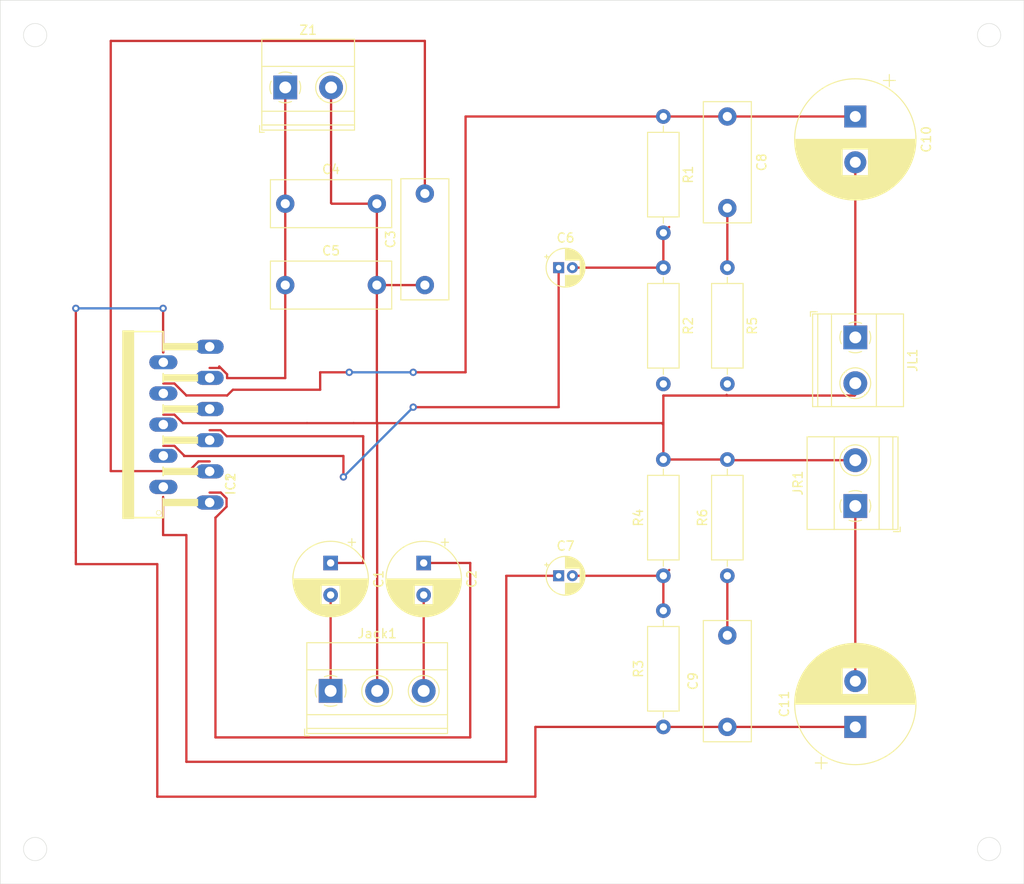
<source format=kicad_pcb>
(kicad_pcb (version 20171130) (host pcbnew "(5.1.12)-1")

  (general
    (thickness 1.6)
    (drawings 9)
    (tracks 115)
    (zones 0)
    (modules 23)
    (nets 20)
  )

  (page A4)
  (layers
    (0 F.Cu signal)
    (31 B.Cu signal)
    (32 B.Adhes user)
    (33 F.Adhes user)
    (34 B.Paste user)
    (35 F.Paste user)
    (36 B.SilkS user)
    (37 F.SilkS user)
    (38 B.Mask user)
    (39 F.Mask user)
    (40 Dwgs.User user)
    (41 Cmts.User user)
    (42 Eco1.User user)
    (43 Eco2.User user)
    (44 Edge.Cuts user)
    (45 Margin user)
    (46 B.CrtYd user)
    (47 F.CrtYd user)
    (48 B.Fab user)
    (49 F.Fab user)
  )

  (setup
    (last_trace_width 0.25)
    (trace_clearance 0.2)
    (zone_clearance 0.508)
    (zone_45_only no)
    (trace_min 0.2)
    (via_size 0.8)
    (via_drill 0.4)
    (via_min_size 0.4)
    (via_min_drill 0.3)
    (uvia_size 0.3)
    (uvia_drill 0.1)
    (uvias_allowed no)
    (uvia_min_size 0.2)
    (uvia_min_drill 0.1)
    (edge_width 0.05)
    (segment_width 0.2)
    (pcb_text_width 0.3)
    (pcb_text_size 1.5 1.5)
    (mod_edge_width 0.12)
    (mod_text_size 1 1)
    (mod_text_width 0.15)
    (pad_size 1.524 1.524)
    (pad_drill 0.762)
    (pad_to_mask_clearance 0)
    (aux_axis_origin 0 0)
    (visible_elements 7FFFFFFF)
    (pcbplotparams
      (layerselection 0x010fc_ffffffff)
      (usegerberextensions false)
      (usegerberattributes true)
      (usegerberadvancedattributes true)
      (creategerberjobfile true)
      (excludeedgelayer true)
      (linewidth 0.100000)
      (plotframeref false)
      (viasonmask false)
      (mode 1)
      (useauxorigin false)
      (hpglpennumber 1)
      (hpglpenspeed 20)
      (hpglpendiameter 15.000000)
      (psnegative false)
      (psa4output false)
      (plotreference true)
      (plotvalue true)
      (plotinvisibletext false)
      (padsonsilk false)
      (subtractmaskfromsilk false)
      (outputformat 1)
      (mirror false)
      (drillshape 1)
      (scaleselection 1)
      (outputdirectory ""))
  )

  (net 0 "")
  (net 1 "Net-(C1-Pad2)")
  (net 2 "Net-(C1-Pad1)")
  (net 3 "Net-(C2-Pad2)")
  (net 4 "Net-(C2-Pad1)")
  (net 5 "Net-(C3-Pad2)")
  (net 6 GND)
  (net 7 +24V)
  (net 8 "Net-(C6-Pad2)")
  (net 9 "Net-(C6-Pad1)")
  (net 10 "Net-(C7-Pad2)")
  (net 11 "Net-(C7-Pad1)")
  (net 12 "Net-(C8-Pad2)")
  (net 13 "Net-(C10-Pad1)")
  (net 14 "Net-(C9-Pad2)")
  (net 15 "Net-(C11-Pad1)")
  (net 16 "Net-(C10-Pad2)")
  (net 17 "Net-(C11-Pad2)")
  (net 18 "Net-(IC1-Pad11)")
  (net 19 "Net-(IC2-Pad7)")

  (net_class Default "This is the default net class."
    (clearance 0.2)
    (trace_width 0.25)
    (via_dia 0.8)
    (via_drill 0.4)
    (uvia_dia 0.3)
    (uvia_drill 0.1)
    (add_net +24V)
    (add_net GND)
    (add_net "Net-(C1-Pad1)")
    (add_net "Net-(C1-Pad2)")
    (add_net "Net-(C10-Pad1)")
    (add_net "Net-(C10-Pad2)")
    (add_net "Net-(C11-Pad1)")
    (add_net "Net-(C11-Pad2)")
    (add_net "Net-(C2-Pad1)")
    (add_net "Net-(C2-Pad2)")
    (add_net "Net-(C3-Pad2)")
    (add_net "Net-(C6-Pad1)")
    (add_net "Net-(C6-Pad2)")
    (add_net "Net-(C7-Pad1)")
    (add_net "Net-(C7-Pad2)")
    (add_net "Net-(C8-Pad2)")
    (add_net "Net-(C9-Pad2)")
    (add_net "Net-(IC1-Pad11)")
    (add_net "Net-(IC2-Pad7)")
  )

  (net_class 1 ""
    (clearance 0.2)
    (trace_width 1)
    (via_dia 0.8)
    (via_drill 0.4)
    (uvia_dia 0.3)
    (uvia_drill 0.1)
  )

  (module Resistor_THT:R_Axial_DIN0309_L9.0mm_D3.2mm_P12.70mm_Horizontal (layer F.Cu) (tedit 5AE5139B) (tstamp 61B73BE1)
    (at 105.41 83.185 90)
    (descr "Resistor, Axial_DIN0309 series, Axial, Horizontal, pin pitch=12.7mm, 0.5W = 1/2W, length*diameter=9*3.2mm^2, http://cdn-reichelt.de/documents/datenblatt/B400/1_4W%23YAG.pdf")
    (tags "Resistor Axial_DIN0309 series Axial Horizontal pin pitch 12.7mm 0.5W = 1/2W length 9mm diameter 3.2mm")
    (path /61B6E985)
    (fp_text reference R4 (at 6.35 -2.72 90) (layer F.SilkS)
      (effects (font (size 1 1) (thickness 0.15)))
    )
    (fp_text value 18Ω (at 6.35 2.72 90) (layer F.Fab)
      (effects (font (size 1 1) (thickness 0.15)))
    )
    (fp_line (start 1.85 -1.6) (end 1.85 1.6) (layer F.Fab) (width 0.1))
    (fp_line (start 1.85 1.6) (end 10.85 1.6) (layer F.Fab) (width 0.1))
    (fp_line (start 10.85 1.6) (end 10.85 -1.6) (layer F.Fab) (width 0.1))
    (fp_line (start 10.85 -1.6) (end 1.85 -1.6) (layer F.Fab) (width 0.1))
    (fp_line (start 0 0) (end 1.85 0) (layer F.Fab) (width 0.1))
    (fp_line (start 12.7 0) (end 10.85 0) (layer F.Fab) (width 0.1))
    (fp_line (start 1.73 -1.72) (end 1.73 1.72) (layer F.SilkS) (width 0.12))
    (fp_line (start 1.73 1.72) (end 10.97 1.72) (layer F.SilkS) (width 0.12))
    (fp_line (start 10.97 1.72) (end 10.97 -1.72) (layer F.SilkS) (width 0.12))
    (fp_line (start 10.97 -1.72) (end 1.73 -1.72) (layer F.SilkS) (width 0.12))
    (fp_line (start 1.04 0) (end 1.73 0) (layer F.SilkS) (width 0.12))
    (fp_line (start 11.66 0) (end 10.97 0) (layer F.SilkS) (width 0.12))
    (fp_line (start -1.05 -1.85) (end -1.05 1.85) (layer F.CrtYd) (width 0.05))
    (fp_line (start -1.05 1.85) (end 13.75 1.85) (layer F.CrtYd) (width 0.05))
    (fp_line (start 13.75 1.85) (end 13.75 -1.85) (layer F.CrtYd) (width 0.05))
    (fp_line (start 13.75 -1.85) (end -1.05 -1.85) (layer F.CrtYd) (width 0.05))
    (fp_text user %R (at 6.35 0 90) (layer F.Fab)
      (effects (font (size 1 1) (thickness 0.15)))
    )
    (pad 2 thru_hole oval (at 12.7 0 90) (size 1.6 1.6) (drill 0.8) (layers *.Cu *.Mask)
      (net 6 GND))
    (pad 1 thru_hole circle (at 0 0 90) (size 1.6 1.6) (drill 0.8) (layers *.Cu *.Mask)
      (net 10 "Net-(C7-Pad2)"))
    (model ${KISYS3DMOD}/Resistor_THT.3dshapes/R_Axial_DIN0309_L9.0mm_D3.2mm_P12.70mm_Horizontal.wrl
      (at (xyz 0 0 0))
      (scale (xyz 1 1 1))
      (rotate (xyz 0 0 0))
    )
  )

  (module Resistor_THT:R_Axial_DIN0309_L9.0mm_D3.2mm_P12.70mm_Horizontal (layer F.Cu) (tedit 5AE5139B) (tstamp 61B73BCA)
    (at 105.41 99.695 90)
    (descr "Resistor, Axial_DIN0309 series, Axial, Horizontal, pin pitch=12.7mm, 0.5W = 1/2W, length*diameter=9*3.2mm^2, http://cdn-reichelt.de/documents/datenblatt/B400/1_4W%23YAG.pdf")
    (tags "Resistor Axial_DIN0309 series Axial Horizontal pin pitch 12.7mm 0.5W = 1/2W length 9mm diameter 3.2mm")
    (path /61B66EEC)
    (fp_text reference R3 (at 6.35 -2.72 90) (layer F.SilkS)
      (effects (font (size 1 1) (thickness 0.15)))
    )
    (fp_text value 1,3kΩ (at 6.35 2.72 90) (layer F.Fab)
      (effects (font (size 1 1) (thickness 0.15)))
    )
    (fp_line (start 1.85 -1.6) (end 1.85 1.6) (layer F.Fab) (width 0.1))
    (fp_line (start 1.85 1.6) (end 10.85 1.6) (layer F.Fab) (width 0.1))
    (fp_line (start 10.85 1.6) (end 10.85 -1.6) (layer F.Fab) (width 0.1))
    (fp_line (start 10.85 -1.6) (end 1.85 -1.6) (layer F.Fab) (width 0.1))
    (fp_line (start 0 0) (end 1.85 0) (layer F.Fab) (width 0.1))
    (fp_line (start 12.7 0) (end 10.85 0) (layer F.Fab) (width 0.1))
    (fp_line (start 1.73 -1.72) (end 1.73 1.72) (layer F.SilkS) (width 0.12))
    (fp_line (start 1.73 1.72) (end 10.97 1.72) (layer F.SilkS) (width 0.12))
    (fp_line (start 10.97 1.72) (end 10.97 -1.72) (layer F.SilkS) (width 0.12))
    (fp_line (start 10.97 -1.72) (end 1.73 -1.72) (layer F.SilkS) (width 0.12))
    (fp_line (start 1.04 0) (end 1.73 0) (layer F.SilkS) (width 0.12))
    (fp_line (start 11.66 0) (end 10.97 0) (layer F.SilkS) (width 0.12))
    (fp_line (start -1.05 -1.85) (end -1.05 1.85) (layer F.CrtYd) (width 0.05))
    (fp_line (start -1.05 1.85) (end 13.75 1.85) (layer F.CrtYd) (width 0.05))
    (fp_line (start 13.75 1.85) (end 13.75 -1.85) (layer F.CrtYd) (width 0.05))
    (fp_line (start 13.75 -1.85) (end -1.05 -1.85) (layer F.CrtYd) (width 0.05))
    (fp_text user %R (at 6.35 0 90) (layer F.Fab)
      (effects (font (size 1 1) (thickness 0.15)))
    )
    (pad 2 thru_hole oval (at 12.7 0 90) (size 1.6 1.6) (drill 0.8) (layers *.Cu *.Mask)
      (net 10 "Net-(C7-Pad2)"))
    (pad 1 thru_hole circle (at 0 0 90) (size 1.6 1.6) (drill 0.8) (layers *.Cu *.Mask)
      (net 15 "Net-(C11-Pad1)"))
    (model ${KISYS3DMOD}/Resistor_THT.3dshapes/R_Axial_DIN0309_L9.0mm_D3.2mm_P12.70mm_Horizontal.wrl
      (at (xyz 0 0 0))
      (scale (xyz 1 1 1))
      (rotate (xyz 0 0 0))
    )
  )

  (module Capacitor_THT:C_Rect_L13.0mm_W5.0mm_P10.00mm_FKS3_FKP3_MKS4 (layer F.Cu) (tedit 5AE50EF0) (tstamp 61B7384D)
    (at 64.135 42.545)
    (descr "C, Rect series, Radial, pin pitch=10.00mm, , length*width=13*5mm^2, Capacitor, http://www.wima.com/EN/WIMA_FKS_3.pdf, http://www.wima.com/EN/WIMA_MKS_4.pdf")
    (tags "C Rect series Radial pin pitch 10.00mm  length 13mm width 5mm Capacitor")
    (path /61B6B124)
    (fp_text reference C4 (at 5 -3.75) (layer F.SilkS)
      (effects (font (size 1 1) (thickness 0.15)))
    )
    (fp_text value 0,1uF (at 5 3.75) (layer F.Fab)
      (effects (font (size 1 1) (thickness 0.15)))
    )
    (fp_line (start -1.5 -2.5) (end -1.5 2.5) (layer F.Fab) (width 0.1))
    (fp_line (start -1.5 2.5) (end 11.5 2.5) (layer F.Fab) (width 0.1))
    (fp_line (start 11.5 2.5) (end 11.5 -2.5) (layer F.Fab) (width 0.1))
    (fp_line (start 11.5 -2.5) (end -1.5 -2.5) (layer F.Fab) (width 0.1))
    (fp_line (start -1.62 -2.62) (end 11.62 -2.62) (layer F.SilkS) (width 0.12))
    (fp_line (start -1.62 2.62) (end 11.62 2.62) (layer F.SilkS) (width 0.12))
    (fp_line (start -1.62 -2.62) (end -1.62 2.62) (layer F.SilkS) (width 0.12))
    (fp_line (start 11.62 -2.62) (end 11.62 2.62) (layer F.SilkS) (width 0.12))
    (fp_line (start -1.75 -2.75) (end -1.75 2.75) (layer F.CrtYd) (width 0.05))
    (fp_line (start -1.75 2.75) (end 11.75 2.75) (layer F.CrtYd) (width 0.05))
    (fp_line (start 11.75 2.75) (end 11.75 -2.75) (layer F.CrtYd) (width 0.05))
    (fp_line (start 11.75 -2.75) (end -1.75 -2.75) (layer F.CrtYd) (width 0.05))
    (fp_text user %R (at 5 0) (layer F.Fab)
      (effects (font (size 1 1) (thickness 0.15)))
    )
    (pad 2 thru_hole circle (at 10 0) (size 2 2) (drill 1) (layers *.Cu *.Mask)
      (net 6 GND))
    (pad 1 thru_hole circle (at 0 0) (size 2 2) (drill 1) (layers *.Cu *.Mask)
      (net 7 +24V))
    (model ${KISYS3DMOD}/Capacitor_THT.3dshapes/C_Rect_L13.0mm_W5.0mm_P10.00mm_FKS3_FKP3_MKS4.wrl
      (at (xyz 0 0 0))
      (scale (xyz 1 1 1))
      (rotate (xyz 0 0 0))
    )
  )

  (module Capacitor_THT:C_Rect_L13.0mm_W5.0mm_P10.00mm_FKS3_FKP3_MKS4 (layer F.Cu) (tedit 5AE50EF0) (tstamp 61B73860)
    (at 64.135 51.435)
    (descr "C, Rect series, Radial, pin pitch=10.00mm, , length*width=13*5mm^2, Capacitor, http://www.wima.com/EN/WIMA_FKS_3.pdf, http://www.wima.com/EN/WIMA_MKS_4.pdf")
    (tags "C Rect series Radial pin pitch 10.00mm  length 13mm width 5mm Capacitor")
    (path /61B6776D)
    (fp_text reference C5 (at 5 -3.75) (layer F.SilkS)
      (effects (font (size 1 1) (thickness 0.15)))
    )
    (fp_text value 100uF (at 5 3.75) (layer F.Fab)
      (effects (font (size 1 1) (thickness 0.15)))
    )
    (fp_line (start -1.5 -2.5) (end -1.5 2.5) (layer F.Fab) (width 0.1))
    (fp_line (start -1.5 2.5) (end 11.5 2.5) (layer F.Fab) (width 0.1))
    (fp_line (start 11.5 2.5) (end 11.5 -2.5) (layer F.Fab) (width 0.1))
    (fp_line (start 11.5 -2.5) (end -1.5 -2.5) (layer F.Fab) (width 0.1))
    (fp_line (start -1.62 -2.62) (end 11.62 -2.62) (layer F.SilkS) (width 0.12))
    (fp_line (start -1.62 2.62) (end 11.62 2.62) (layer F.SilkS) (width 0.12))
    (fp_line (start -1.62 -2.62) (end -1.62 2.62) (layer F.SilkS) (width 0.12))
    (fp_line (start 11.62 -2.62) (end 11.62 2.62) (layer F.SilkS) (width 0.12))
    (fp_line (start -1.75 -2.75) (end -1.75 2.75) (layer F.CrtYd) (width 0.05))
    (fp_line (start -1.75 2.75) (end 11.75 2.75) (layer F.CrtYd) (width 0.05))
    (fp_line (start 11.75 2.75) (end 11.75 -2.75) (layer F.CrtYd) (width 0.05))
    (fp_line (start 11.75 -2.75) (end -1.75 -2.75) (layer F.CrtYd) (width 0.05))
    (fp_text user %R (at 5 0) (layer F.Fab)
      (effects (font (size 1 1) (thickness 0.15)))
    )
    (pad 2 thru_hole circle (at 10 0) (size 2 2) (drill 1) (layers *.Cu *.Mask)
      (net 6 GND))
    (pad 1 thru_hole circle (at 0 0) (size 2 2) (drill 1) (layers *.Cu *.Mask)
      (net 7 +24V))
    (model ${KISYS3DMOD}/Capacitor_THT.3dshapes/C_Rect_L13.0mm_W5.0mm_P10.00mm_FKS3_FKP3_MKS4.wrl
      (at (xyz 0 0 0))
      (scale (xyz 1 1 1))
      (rotate (xyz 0 0 0))
    )
  )

  (module Capacitor_THT:CP_Radial_D8.0mm_P3.50mm (layer F.Cu) (tedit 5AE50EF0) (tstamp 61B73827)
    (at 79.248 81.788 270)
    (descr "CP, Radial series, Radial, pin pitch=3.50mm, , diameter=8mm, Electrolytic Capacitor")
    (tags "CP Radial series Radial pin pitch 3.50mm  diameter 8mm Electrolytic Capacitor")
    (path /61B6C4D1)
    (fp_text reference C2 (at 1.75 -5.25 90) (layer F.SilkS)
      (effects (font (size 1 1) (thickness 0.15)))
    )
    (fp_text value 2,2uF (at 1.75 5.25 90) (layer F.Fab)
      (effects (font (size 1 1) (thickness 0.15)))
    )
    (fp_circle (center 1.75 0) (end 5.75 0) (layer F.Fab) (width 0.1))
    (fp_circle (center 1.75 0) (end 5.87 0) (layer F.SilkS) (width 0.12))
    (fp_circle (center 1.75 0) (end 6 0) (layer F.CrtYd) (width 0.05))
    (fp_line (start -1.676759 -1.7475) (end -0.876759 -1.7475) (layer F.Fab) (width 0.1))
    (fp_line (start -1.276759 -2.1475) (end -1.276759 -1.3475) (layer F.Fab) (width 0.1))
    (fp_line (start 1.75 -4.08) (end 1.75 4.08) (layer F.SilkS) (width 0.12))
    (fp_line (start 1.79 -4.08) (end 1.79 4.08) (layer F.SilkS) (width 0.12))
    (fp_line (start 1.83 -4.08) (end 1.83 4.08) (layer F.SilkS) (width 0.12))
    (fp_line (start 1.87 -4.079) (end 1.87 4.079) (layer F.SilkS) (width 0.12))
    (fp_line (start 1.91 -4.077) (end 1.91 4.077) (layer F.SilkS) (width 0.12))
    (fp_line (start 1.95 -4.076) (end 1.95 4.076) (layer F.SilkS) (width 0.12))
    (fp_line (start 1.99 -4.074) (end 1.99 4.074) (layer F.SilkS) (width 0.12))
    (fp_line (start 2.03 -4.071) (end 2.03 4.071) (layer F.SilkS) (width 0.12))
    (fp_line (start 2.07 -4.068) (end 2.07 4.068) (layer F.SilkS) (width 0.12))
    (fp_line (start 2.11 -4.065) (end 2.11 4.065) (layer F.SilkS) (width 0.12))
    (fp_line (start 2.15 -4.061) (end 2.15 4.061) (layer F.SilkS) (width 0.12))
    (fp_line (start 2.19 -4.057) (end 2.19 4.057) (layer F.SilkS) (width 0.12))
    (fp_line (start 2.23 -4.052) (end 2.23 4.052) (layer F.SilkS) (width 0.12))
    (fp_line (start 2.27 -4.048) (end 2.27 4.048) (layer F.SilkS) (width 0.12))
    (fp_line (start 2.31 -4.042) (end 2.31 4.042) (layer F.SilkS) (width 0.12))
    (fp_line (start 2.35 -4.037) (end 2.35 4.037) (layer F.SilkS) (width 0.12))
    (fp_line (start 2.39 -4.03) (end 2.39 4.03) (layer F.SilkS) (width 0.12))
    (fp_line (start 2.43 -4.024) (end 2.43 4.024) (layer F.SilkS) (width 0.12))
    (fp_line (start 2.471 -4.017) (end 2.471 -1.04) (layer F.SilkS) (width 0.12))
    (fp_line (start 2.471 1.04) (end 2.471 4.017) (layer F.SilkS) (width 0.12))
    (fp_line (start 2.511 -4.01) (end 2.511 -1.04) (layer F.SilkS) (width 0.12))
    (fp_line (start 2.511 1.04) (end 2.511 4.01) (layer F.SilkS) (width 0.12))
    (fp_line (start 2.551 -4.002) (end 2.551 -1.04) (layer F.SilkS) (width 0.12))
    (fp_line (start 2.551 1.04) (end 2.551 4.002) (layer F.SilkS) (width 0.12))
    (fp_line (start 2.591 -3.994) (end 2.591 -1.04) (layer F.SilkS) (width 0.12))
    (fp_line (start 2.591 1.04) (end 2.591 3.994) (layer F.SilkS) (width 0.12))
    (fp_line (start 2.631 -3.985) (end 2.631 -1.04) (layer F.SilkS) (width 0.12))
    (fp_line (start 2.631 1.04) (end 2.631 3.985) (layer F.SilkS) (width 0.12))
    (fp_line (start 2.671 -3.976) (end 2.671 -1.04) (layer F.SilkS) (width 0.12))
    (fp_line (start 2.671 1.04) (end 2.671 3.976) (layer F.SilkS) (width 0.12))
    (fp_line (start 2.711 -3.967) (end 2.711 -1.04) (layer F.SilkS) (width 0.12))
    (fp_line (start 2.711 1.04) (end 2.711 3.967) (layer F.SilkS) (width 0.12))
    (fp_line (start 2.751 -3.957) (end 2.751 -1.04) (layer F.SilkS) (width 0.12))
    (fp_line (start 2.751 1.04) (end 2.751 3.957) (layer F.SilkS) (width 0.12))
    (fp_line (start 2.791 -3.947) (end 2.791 -1.04) (layer F.SilkS) (width 0.12))
    (fp_line (start 2.791 1.04) (end 2.791 3.947) (layer F.SilkS) (width 0.12))
    (fp_line (start 2.831 -3.936) (end 2.831 -1.04) (layer F.SilkS) (width 0.12))
    (fp_line (start 2.831 1.04) (end 2.831 3.936) (layer F.SilkS) (width 0.12))
    (fp_line (start 2.871 -3.925) (end 2.871 -1.04) (layer F.SilkS) (width 0.12))
    (fp_line (start 2.871 1.04) (end 2.871 3.925) (layer F.SilkS) (width 0.12))
    (fp_line (start 2.911 -3.914) (end 2.911 -1.04) (layer F.SilkS) (width 0.12))
    (fp_line (start 2.911 1.04) (end 2.911 3.914) (layer F.SilkS) (width 0.12))
    (fp_line (start 2.951 -3.902) (end 2.951 -1.04) (layer F.SilkS) (width 0.12))
    (fp_line (start 2.951 1.04) (end 2.951 3.902) (layer F.SilkS) (width 0.12))
    (fp_line (start 2.991 -3.889) (end 2.991 -1.04) (layer F.SilkS) (width 0.12))
    (fp_line (start 2.991 1.04) (end 2.991 3.889) (layer F.SilkS) (width 0.12))
    (fp_line (start 3.031 -3.877) (end 3.031 -1.04) (layer F.SilkS) (width 0.12))
    (fp_line (start 3.031 1.04) (end 3.031 3.877) (layer F.SilkS) (width 0.12))
    (fp_line (start 3.071 -3.863) (end 3.071 -1.04) (layer F.SilkS) (width 0.12))
    (fp_line (start 3.071 1.04) (end 3.071 3.863) (layer F.SilkS) (width 0.12))
    (fp_line (start 3.111 -3.85) (end 3.111 -1.04) (layer F.SilkS) (width 0.12))
    (fp_line (start 3.111 1.04) (end 3.111 3.85) (layer F.SilkS) (width 0.12))
    (fp_line (start 3.151 -3.835) (end 3.151 -1.04) (layer F.SilkS) (width 0.12))
    (fp_line (start 3.151 1.04) (end 3.151 3.835) (layer F.SilkS) (width 0.12))
    (fp_line (start 3.191 -3.821) (end 3.191 -1.04) (layer F.SilkS) (width 0.12))
    (fp_line (start 3.191 1.04) (end 3.191 3.821) (layer F.SilkS) (width 0.12))
    (fp_line (start 3.231 -3.805) (end 3.231 -1.04) (layer F.SilkS) (width 0.12))
    (fp_line (start 3.231 1.04) (end 3.231 3.805) (layer F.SilkS) (width 0.12))
    (fp_line (start 3.271 -3.79) (end 3.271 -1.04) (layer F.SilkS) (width 0.12))
    (fp_line (start 3.271 1.04) (end 3.271 3.79) (layer F.SilkS) (width 0.12))
    (fp_line (start 3.311 -3.774) (end 3.311 -1.04) (layer F.SilkS) (width 0.12))
    (fp_line (start 3.311 1.04) (end 3.311 3.774) (layer F.SilkS) (width 0.12))
    (fp_line (start 3.351 -3.757) (end 3.351 -1.04) (layer F.SilkS) (width 0.12))
    (fp_line (start 3.351 1.04) (end 3.351 3.757) (layer F.SilkS) (width 0.12))
    (fp_line (start 3.391 -3.74) (end 3.391 -1.04) (layer F.SilkS) (width 0.12))
    (fp_line (start 3.391 1.04) (end 3.391 3.74) (layer F.SilkS) (width 0.12))
    (fp_line (start 3.431 -3.722) (end 3.431 -1.04) (layer F.SilkS) (width 0.12))
    (fp_line (start 3.431 1.04) (end 3.431 3.722) (layer F.SilkS) (width 0.12))
    (fp_line (start 3.471 -3.704) (end 3.471 -1.04) (layer F.SilkS) (width 0.12))
    (fp_line (start 3.471 1.04) (end 3.471 3.704) (layer F.SilkS) (width 0.12))
    (fp_line (start 3.511 -3.686) (end 3.511 -1.04) (layer F.SilkS) (width 0.12))
    (fp_line (start 3.511 1.04) (end 3.511 3.686) (layer F.SilkS) (width 0.12))
    (fp_line (start 3.551 -3.666) (end 3.551 -1.04) (layer F.SilkS) (width 0.12))
    (fp_line (start 3.551 1.04) (end 3.551 3.666) (layer F.SilkS) (width 0.12))
    (fp_line (start 3.591 -3.647) (end 3.591 -1.04) (layer F.SilkS) (width 0.12))
    (fp_line (start 3.591 1.04) (end 3.591 3.647) (layer F.SilkS) (width 0.12))
    (fp_line (start 3.631 -3.627) (end 3.631 -1.04) (layer F.SilkS) (width 0.12))
    (fp_line (start 3.631 1.04) (end 3.631 3.627) (layer F.SilkS) (width 0.12))
    (fp_line (start 3.671 -3.606) (end 3.671 -1.04) (layer F.SilkS) (width 0.12))
    (fp_line (start 3.671 1.04) (end 3.671 3.606) (layer F.SilkS) (width 0.12))
    (fp_line (start 3.711 -3.584) (end 3.711 -1.04) (layer F.SilkS) (width 0.12))
    (fp_line (start 3.711 1.04) (end 3.711 3.584) (layer F.SilkS) (width 0.12))
    (fp_line (start 3.751 -3.562) (end 3.751 -1.04) (layer F.SilkS) (width 0.12))
    (fp_line (start 3.751 1.04) (end 3.751 3.562) (layer F.SilkS) (width 0.12))
    (fp_line (start 3.791 -3.54) (end 3.791 -1.04) (layer F.SilkS) (width 0.12))
    (fp_line (start 3.791 1.04) (end 3.791 3.54) (layer F.SilkS) (width 0.12))
    (fp_line (start 3.831 -3.517) (end 3.831 -1.04) (layer F.SilkS) (width 0.12))
    (fp_line (start 3.831 1.04) (end 3.831 3.517) (layer F.SilkS) (width 0.12))
    (fp_line (start 3.871 -3.493) (end 3.871 -1.04) (layer F.SilkS) (width 0.12))
    (fp_line (start 3.871 1.04) (end 3.871 3.493) (layer F.SilkS) (width 0.12))
    (fp_line (start 3.911 -3.469) (end 3.911 -1.04) (layer F.SilkS) (width 0.12))
    (fp_line (start 3.911 1.04) (end 3.911 3.469) (layer F.SilkS) (width 0.12))
    (fp_line (start 3.951 -3.444) (end 3.951 -1.04) (layer F.SilkS) (width 0.12))
    (fp_line (start 3.951 1.04) (end 3.951 3.444) (layer F.SilkS) (width 0.12))
    (fp_line (start 3.991 -3.418) (end 3.991 -1.04) (layer F.SilkS) (width 0.12))
    (fp_line (start 3.991 1.04) (end 3.991 3.418) (layer F.SilkS) (width 0.12))
    (fp_line (start 4.031 -3.392) (end 4.031 -1.04) (layer F.SilkS) (width 0.12))
    (fp_line (start 4.031 1.04) (end 4.031 3.392) (layer F.SilkS) (width 0.12))
    (fp_line (start 4.071 -3.365) (end 4.071 -1.04) (layer F.SilkS) (width 0.12))
    (fp_line (start 4.071 1.04) (end 4.071 3.365) (layer F.SilkS) (width 0.12))
    (fp_line (start 4.111 -3.338) (end 4.111 -1.04) (layer F.SilkS) (width 0.12))
    (fp_line (start 4.111 1.04) (end 4.111 3.338) (layer F.SilkS) (width 0.12))
    (fp_line (start 4.151 -3.309) (end 4.151 -1.04) (layer F.SilkS) (width 0.12))
    (fp_line (start 4.151 1.04) (end 4.151 3.309) (layer F.SilkS) (width 0.12))
    (fp_line (start 4.191 -3.28) (end 4.191 -1.04) (layer F.SilkS) (width 0.12))
    (fp_line (start 4.191 1.04) (end 4.191 3.28) (layer F.SilkS) (width 0.12))
    (fp_line (start 4.231 -3.25) (end 4.231 -1.04) (layer F.SilkS) (width 0.12))
    (fp_line (start 4.231 1.04) (end 4.231 3.25) (layer F.SilkS) (width 0.12))
    (fp_line (start 4.271 -3.22) (end 4.271 -1.04) (layer F.SilkS) (width 0.12))
    (fp_line (start 4.271 1.04) (end 4.271 3.22) (layer F.SilkS) (width 0.12))
    (fp_line (start 4.311 -3.189) (end 4.311 -1.04) (layer F.SilkS) (width 0.12))
    (fp_line (start 4.311 1.04) (end 4.311 3.189) (layer F.SilkS) (width 0.12))
    (fp_line (start 4.351 -3.156) (end 4.351 -1.04) (layer F.SilkS) (width 0.12))
    (fp_line (start 4.351 1.04) (end 4.351 3.156) (layer F.SilkS) (width 0.12))
    (fp_line (start 4.391 -3.124) (end 4.391 -1.04) (layer F.SilkS) (width 0.12))
    (fp_line (start 4.391 1.04) (end 4.391 3.124) (layer F.SilkS) (width 0.12))
    (fp_line (start 4.431 -3.09) (end 4.431 -1.04) (layer F.SilkS) (width 0.12))
    (fp_line (start 4.431 1.04) (end 4.431 3.09) (layer F.SilkS) (width 0.12))
    (fp_line (start 4.471 -3.055) (end 4.471 -1.04) (layer F.SilkS) (width 0.12))
    (fp_line (start 4.471 1.04) (end 4.471 3.055) (layer F.SilkS) (width 0.12))
    (fp_line (start 4.511 -3.019) (end 4.511 -1.04) (layer F.SilkS) (width 0.12))
    (fp_line (start 4.511 1.04) (end 4.511 3.019) (layer F.SilkS) (width 0.12))
    (fp_line (start 4.551 -2.983) (end 4.551 2.983) (layer F.SilkS) (width 0.12))
    (fp_line (start 4.591 -2.945) (end 4.591 2.945) (layer F.SilkS) (width 0.12))
    (fp_line (start 4.631 -2.907) (end 4.631 2.907) (layer F.SilkS) (width 0.12))
    (fp_line (start 4.671 -2.867) (end 4.671 2.867) (layer F.SilkS) (width 0.12))
    (fp_line (start 4.711 -2.826) (end 4.711 2.826) (layer F.SilkS) (width 0.12))
    (fp_line (start 4.751 -2.784) (end 4.751 2.784) (layer F.SilkS) (width 0.12))
    (fp_line (start 4.791 -2.741) (end 4.791 2.741) (layer F.SilkS) (width 0.12))
    (fp_line (start 4.831 -2.697) (end 4.831 2.697) (layer F.SilkS) (width 0.12))
    (fp_line (start 4.871 -2.651) (end 4.871 2.651) (layer F.SilkS) (width 0.12))
    (fp_line (start 4.911 -2.604) (end 4.911 2.604) (layer F.SilkS) (width 0.12))
    (fp_line (start 4.951 -2.556) (end 4.951 2.556) (layer F.SilkS) (width 0.12))
    (fp_line (start 4.991 -2.505) (end 4.991 2.505) (layer F.SilkS) (width 0.12))
    (fp_line (start 5.031 -2.454) (end 5.031 2.454) (layer F.SilkS) (width 0.12))
    (fp_line (start 5.071 -2.4) (end 5.071 2.4) (layer F.SilkS) (width 0.12))
    (fp_line (start 5.111 -2.345) (end 5.111 2.345) (layer F.SilkS) (width 0.12))
    (fp_line (start 5.151 -2.287) (end 5.151 2.287) (layer F.SilkS) (width 0.12))
    (fp_line (start 5.191 -2.228) (end 5.191 2.228) (layer F.SilkS) (width 0.12))
    (fp_line (start 5.231 -2.166) (end 5.231 2.166) (layer F.SilkS) (width 0.12))
    (fp_line (start 5.271 -2.102) (end 5.271 2.102) (layer F.SilkS) (width 0.12))
    (fp_line (start 5.311 -2.034) (end 5.311 2.034) (layer F.SilkS) (width 0.12))
    (fp_line (start 5.351 -1.964) (end 5.351 1.964) (layer F.SilkS) (width 0.12))
    (fp_line (start 5.391 -1.89) (end 5.391 1.89) (layer F.SilkS) (width 0.12))
    (fp_line (start 5.431 -1.813) (end 5.431 1.813) (layer F.SilkS) (width 0.12))
    (fp_line (start 5.471 -1.731) (end 5.471 1.731) (layer F.SilkS) (width 0.12))
    (fp_line (start 5.511 -1.645) (end 5.511 1.645) (layer F.SilkS) (width 0.12))
    (fp_line (start 5.551 -1.552) (end 5.551 1.552) (layer F.SilkS) (width 0.12))
    (fp_line (start 5.591 -1.453) (end 5.591 1.453) (layer F.SilkS) (width 0.12))
    (fp_line (start 5.631 -1.346) (end 5.631 1.346) (layer F.SilkS) (width 0.12))
    (fp_line (start 5.671 -1.229) (end 5.671 1.229) (layer F.SilkS) (width 0.12))
    (fp_line (start 5.711 -1.098) (end 5.711 1.098) (layer F.SilkS) (width 0.12))
    (fp_line (start 5.751 -0.948) (end 5.751 0.948) (layer F.SilkS) (width 0.12))
    (fp_line (start 5.791 -0.768) (end 5.791 0.768) (layer F.SilkS) (width 0.12))
    (fp_line (start 5.831 -0.533) (end 5.831 0.533) (layer F.SilkS) (width 0.12))
    (fp_line (start -2.659698 -2.315) (end -1.859698 -2.315) (layer F.SilkS) (width 0.12))
    (fp_line (start -2.259698 -2.715) (end -2.259698 -1.915) (layer F.SilkS) (width 0.12))
    (fp_text user %R (at 1.75 0 90) (layer F.Fab)
      (effects (font (size 1 1) (thickness 0.15)))
    )
    (pad 2 thru_hole circle (at 3.5 0 270) (size 1.6 1.6) (drill 0.8) (layers *.Cu *.Mask)
      (net 3 "Net-(C2-Pad2)"))
    (pad 1 thru_hole rect (at 0 0 270) (size 1.6 1.6) (drill 0.8) (layers *.Cu *.Mask)
      (net 4 "Net-(C2-Pad1)"))
    (model ${KISYS3DMOD}/Capacitor_THT.3dshapes/CP_Radial_D8.0mm_P3.50mm.wrl
      (at (xyz 0 0 0))
      (scale (xyz 1 1 1))
      (rotate (xyz 0 0 0))
    )
  )

  (module Capacitor_THT:C_Rect_L13.0mm_W5.0mm_P10.00mm_FKS3_FKP3_MKS4 (layer F.Cu) (tedit 5AE50EF0) (tstamp 61B7383A)
    (at 79.375 51.435 90)
    (descr "C, Rect series, Radial, pin pitch=10.00mm, , length*width=13*5mm^2, Capacitor, http://www.wima.com/EN/WIMA_FKS_3.pdf, http://www.wima.com/EN/WIMA_MKS_4.pdf")
    (tags "C Rect series Radial pin pitch 10.00mm  length 13mm width 5mm Capacitor")
    (path /61B6B60B)
    (fp_text reference C3 (at 5 -3.75 90) (layer F.SilkS)
      (effects (font (size 1 1) (thickness 0.15)))
    )
    (fp_text value 22uF (at 5 3.75 90) (layer F.Fab)
      (effects (font (size 1 1) (thickness 0.15)))
    )
    (fp_line (start -1.5 -2.5) (end -1.5 2.5) (layer F.Fab) (width 0.1))
    (fp_line (start -1.5 2.5) (end 11.5 2.5) (layer F.Fab) (width 0.1))
    (fp_line (start 11.5 2.5) (end 11.5 -2.5) (layer F.Fab) (width 0.1))
    (fp_line (start 11.5 -2.5) (end -1.5 -2.5) (layer F.Fab) (width 0.1))
    (fp_line (start -1.62 -2.62) (end 11.62 -2.62) (layer F.SilkS) (width 0.12))
    (fp_line (start -1.62 2.62) (end 11.62 2.62) (layer F.SilkS) (width 0.12))
    (fp_line (start -1.62 -2.62) (end -1.62 2.62) (layer F.SilkS) (width 0.12))
    (fp_line (start 11.62 -2.62) (end 11.62 2.62) (layer F.SilkS) (width 0.12))
    (fp_line (start -1.75 -2.75) (end -1.75 2.75) (layer F.CrtYd) (width 0.05))
    (fp_line (start -1.75 2.75) (end 11.75 2.75) (layer F.CrtYd) (width 0.05))
    (fp_line (start 11.75 2.75) (end 11.75 -2.75) (layer F.CrtYd) (width 0.05))
    (fp_line (start 11.75 -2.75) (end -1.75 -2.75) (layer F.CrtYd) (width 0.05))
    (fp_text user %R (at 5 0 90) (layer F.Fab)
      (effects (font (size 1 1) (thickness 0.15)))
    )
    (pad 2 thru_hole circle (at 10 0 90) (size 2 2) (drill 1) (layers *.Cu *.Mask)
      (net 5 "Net-(C3-Pad2)"))
    (pad 1 thru_hole circle (at 0 0 90) (size 2 2) (drill 1) (layers *.Cu *.Mask)
      (net 6 GND))
    (model ${KISYS3DMOD}/Capacitor_THT.3dshapes/C_Rect_L13.0mm_W5.0mm_P10.00mm_FKS3_FKP3_MKS4.wrl
      (at (xyz 0 0 0))
      (scale (xyz 1 1 1))
      (rotate (xyz 0 0 0))
    )
  )

  (module Capacitor_THT:CP_Radial_D8.0mm_P3.50mm (layer F.Cu) (tedit 5AE50EF0) (tstamp 61B7377E)
    (at 69.088 81.788 270)
    (descr "CP, Radial series, Radial, pin pitch=3.50mm, , diameter=8mm, Electrolytic Capacitor")
    (tags "CP Radial series Radial pin pitch 3.50mm  diameter 8mm Electrolytic Capacitor")
    (path /61B7503A)
    (fp_text reference C1 (at 1.75 -5.25 90) (layer F.SilkS)
      (effects (font (size 1 1) (thickness 0.15)))
    )
    (fp_text value 2,2uF (at 1.75 5.25 90) (layer F.Fab)
      (effects (font (size 1 1) (thickness 0.15)))
    )
    (fp_circle (center 1.75 0) (end 5.75 0) (layer F.Fab) (width 0.1))
    (fp_circle (center 1.75 0) (end 5.87 0) (layer F.SilkS) (width 0.12))
    (fp_circle (center 1.75 0) (end 6 0) (layer F.CrtYd) (width 0.05))
    (fp_line (start -1.676759 -1.7475) (end -0.876759 -1.7475) (layer F.Fab) (width 0.1))
    (fp_line (start -1.276759 -2.1475) (end -1.276759 -1.3475) (layer F.Fab) (width 0.1))
    (fp_line (start 1.75 -4.08) (end 1.75 4.08) (layer F.SilkS) (width 0.12))
    (fp_line (start 1.79 -4.08) (end 1.79 4.08) (layer F.SilkS) (width 0.12))
    (fp_line (start 1.83 -4.08) (end 1.83 4.08) (layer F.SilkS) (width 0.12))
    (fp_line (start 1.87 -4.079) (end 1.87 4.079) (layer F.SilkS) (width 0.12))
    (fp_line (start 1.91 -4.077) (end 1.91 4.077) (layer F.SilkS) (width 0.12))
    (fp_line (start 1.95 -4.076) (end 1.95 4.076) (layer F.SilkS) (width 0.12))
    (fp_line (start 1.99 -4.074) (end 1.99 4.074) (layer F.SilkS) (width 0.12))
    (fp_line (start 2.03 -4.071) (end 2.03 4.071) (layer F.SilkS) (width 0.12))
    (fp_line (start 2.07 -4.068) (end 2.07 4.068) (layer F.SilkS) (width 0.12))
    (fp_line (start 2.11 -4.065) (end 2.11 4.065) (layer F.SilkS) (width 0.12))
    (fp_line (start 2.15 -4.061) (end 2.15 4.061) (layer F.SilkS) (width 0.12))
    (fp_line (start 2.19 -4.057) (end 2.19 4.057) (layer F.SilkS) (width 0.12))
    (fp_line (start 2.23 -4.052) (end 2.23 4.052) (layer F.SilkS) (width 0.12))
    (fp_line (start 2.27 -4.048) (end 2.27 4.048) (layer F.SilkS) (width 0.12))
    (fp_line (start 2.31 -4.042) (end 2.31 4.042) (layer F.SilkS) (width 0.12))
    (fp_line (start 2.35 -4.037) (end 2.35 4.037) (layer F.SilkS) (width 0.12))
    (fp_line (start 2.39 -4.03) (end 2.39 4.03) (layer F.SilkS) (width 0.12))
    (fp_line (start 2.43 -4.024) (end 2.43 4.024) (layer F.SilkS) (width 0.12))
    (fp_line (start 2.471 -4.017) (end 2.471 -1.04) (layer F.SilkS) (width 0.12))
    (fp_line (start 2.471 1.04) (end 2.471 4.017) (layer F.SilkS) (width 0.12))
    (fp_line (start 2.511 -4.01) (end 2.511 -1.04) (layer F.SilkS) (width 0.12))
    (fp_line (start 2.511 1.04) (end 2.511 4.01) (layer F.SilkS) (width 0.12))
    (fp_line (start 2.551 -4.002) (end 2.551 -1.04) (layer F.SilkS) (width 0.12))
    (fp_line (start 2.551 1.04) (end 2.551 4.002) (layer F.SilkS) (width 0.12))
    (fp_line (start 2.591 -3.994) (end 2.591 -1.04) (layer F.SilkS) (width 0.12))
    (fp_line (start 2.591 1.04) (end 2.591 3.994) (layer F.SilkS) (width 0.12))
    (fp_line (start 2.631 -3.985) (end 2.631 -1.04) (layer F.SilkS) (width 0.12))
    (fp_line (start 2.631 1.04) (end 2.631 3.985) (layer F.SilkS) (width 0.12))
    (fp_line (start 2.671 -3.976) (end 2.671 -1.04) (layer F.SilkS) (width 0.12))
    (fp_line (start 2.671 1.04) (end 2.671 3.976) (layer F.SilkS) (width 0.12))
    (fp_line (start 2.711 -3.967) (end 2.711 -1.04) (layer F.SilkS) (width 0.12))
    (fp_line (start 2.711 1.04) (end 2.711 3.967) (layer F.SilkS) (width 0.12))
    (fp_line (start 2.751 -3.957) (end 2.751 -1.04) (layer F.SilkS) (width 0.12))
    (fp_line (start 2.751 1.04) (end 2.751 3.957) (layer F.SilkS) (width 0.12))
    (fp_line (start 2.791 -3.947) (end 2.791 -1.04) (layer F.SilkS) (width 0.12))
    (fp_line (start 2.791 1.04) (end 2.791 3.947) (layer F.SilkS) (width 0.12))
    (fp_line (start 2.831 -3.936) (end 2.831 -1.04) (layer F.SilkS) (width 0.12))
    (fp_line (start 2.831 1.04) (end 2.831 3.936) (layer F.SilkS) (width 0.12))
    (fp_line (start 2.871 -3.925) (end 2.871 -1.04) (layer F.SilkS) (width 0.12))
    (fp_line (start 2.871 1.04) (end 2.871 3.925) (layer F.SilkS) (width 0.12))
    (fp_line (start 2.911 -3.914) (end 2.911 -1.04) (layer F.SilkS) (width 0.12))
    (fp_line (start 2.911 1.04) (end 2.911 3.914) (layer F.SilkS) (width 0.12))
    (fp_line (start 2.951 -3.902) (end 2.951 -1.04) (layer F.SilkS) (width 0.12))
    (fp_line (start 2.951 1.04) (end 2.951 3.902) (layer F.SilkS) (width 0.12))
    (fp_line (start 2.991 -3.889) (end 2.991 -1.04) (layer F.SilkS) (width 0.12))
    (fp_line (start 2.991 1.04) (end 2.991 3.889) (layer F.SilkS) (width 0.12))
    (fp_line (start 3.031 -3.877) (end 3.031 -1.04) (layer F.SilkS) (width 0.12))
    (fp_line (start 3.031 1.04) (end 3.031 3.877) (layer F.SilkS) (width 0.12))
    (fp_line (start 3.071 -3.863) (end 3.071 -1.04) (layer F.SilkS) (width 0.12))
    (fp_line (start 3.071 1.04) (end 3.071 3.863) (layer F.SilkS) (width 0.12))
    (fp_line (start 3.111 -3.85) (end 3.111 -1.04) (layer F.SilkS) (width 0.12))
    (fp_line (start 3.111 1.04) (end 3.111 3.85) (layer F.SilkS) (width 0.12))
    (fp_line (start 3.151 -3.835) (end 3.151 -1.04) (layer F.SilkS) (width 0.12))
    (fp_line (start 3.151 1.04) (end 3.151 3.835) (layer F.SilkS) (width 0.12))
    (fp_line (start 3.191 -3.821) (end 3.191 -1.04) (layer F.SilkS) (width 0.12))
    (fp_line (start 3.191 1.04) (end 3.191 3.821) (layer F.SilkS) (width 0.12))
    (fp_line (start 3.231 -3.805) (end 3.231 -1.04) (layer F.SilkS) (width 0.12))
    (fp_line (start 3.231 1.04) (end 3.231 3.805) (layer F.SilkS) (width 0.12))
    (fp_line (start 3.271 -3.79) (end 3.271 -1.04) (layer F.SilkS) (width 0.12))
    (fp_line (start 3.271 1.04) (end 3.271 3.79) (layer F.SilkS) (width 0.12))
    (fp_line (start 3.311 -3.774) (end 3.311 -1.04) (layer F.SilkS) (width 0.12))
    (fp_line (start 3.311 1.04) (end 3.311 3.774) (layer F.SilkS) (width 0.12))
    (fp_line (start 3.351 -3.757) (end 3.351 -1.04) (layer F.SilkS) (width 0.12))
    (fp_line (start 3.351 1.04) (end 3.351 3.757) (layer F.SilkS) (width 0.12))
    (fp_line (start 3.391 -3.74) (end 3.391 -1.04) (layer F.SilkS) (width 0.12))
    (fp_line (start 3.391 1.04) (end 3.391 3.74) (layer F.SilkS) (width 0.12))
    (fp_line (start 3.431 -3.722) (end 3.431 -1.04) (layer F.SilkS) (width 0.12))
    (fp_line (start 3.431 1.04) (end 3.431 3.722) (layer F.SilkS) (width 0.12))
    (fp_line (start 3.471 -3.704) (end 3.471 -1.04) (layer F.SilkS) (width 0.12))
    (fp_line (start 3.471 1.04) (end 3.471 3.704) (layer F.SilkS) (width 0.12))
    (fp_line (start 3.511 -3.686) (end 3.511 -1.04) (layer F.SilkS) (width 0.12))
    (fp_line (start 3.511 1.04) (end 3.511 3.686) (layer F.SilkS) (width 0.12))
    (fp_line (start 3.551 -3.666) (end 3.551 -1.04) (layer F.SilkS) (width 0.12))
    (fp_line (start 3.551 1.04) (end 3.551 3.666) (layer F.SilkS) (width 0.12))
    (fp_line (start 3.591 -3.647) (end 3.591 -1.04) (layer F.SilkS) (width 0.12))
    (fp_line (start 3.591 1.04) (end 3.591 3.647) (layer F.SilkS) (width 0.12))
    (fp_line (start 3.631 -3.627) (end 3.631 -1.04) (layer F.SilkS) (width 0.12))
    (fp_line (start 3.631 1.04) (end 3.631 3.627) (layer F.SilkS) (width 0.12))
    (fp_line (start 3.671 -3.606) (end 3.671 -1.04) (layer F.SilkS) (width 0.12))
    (fp_line (start 3.671 1.04) (end 3.671 3.606) (layer F.SilkS) (width 0.12))
    (fp_line (start 3.711 -3.584) (end 3.711 -1.04) (layer F.SilkS) (width 0.12))
    (fp_line (start 3.711 1.04) (end 3.711 3.584) (layer F.SilkS) (width 0.12))
    (fp_line (start 3.751 -3.562) (end 3.751 -1.04) (layer F.SilkS) (width 0.12))
    (fp_line (start 3.751 1.04) (end 3.751 3.562) (layer F.SilkS) (width 0.12))
    (fp_line (start 3.791 -3.54) (end 3.791 -1.04) (layer F.SilkS) (width 0.12))
    (fp_line (start 3.791 1.04) (end 3.791 3.54) (layer F.SilkS) (width 0.12))
    (fp_line (start 3.831 -3.517) (end 3.831 -1.04) (layer F.SilkS) (width 0.12))
    (fp_line (start 3.831 1.04) (end 3.831 3.517) (layer F.SilkS) (width 0.12))
    (fp_line (start 3.871 -3.493) (end 3.871 -1.04) (layer F.SilkS) (width 0.12))
    (fp_line (start 3.871 1.04) (end 3.871 3.493) (layer F.SilkS) (width 0.12))
    (fp_line (start 3.911 -3.469) (end 3.911 -1.04) (layer F.SilkS) (width 0.12))
    (fp_line (start 3.911 1.04) (end 3.911 3.469) (layer F.SilkS) (width 0.12))
    (fp_line (start 3.951 -3.444) (end 3.951 -1.04) (layer F.SilkS) (width 0.12))
    (fp_line (start 3.951 1.04) (end 3.951 3.444) (layer F.SilkS) (width 0.12))
    (fp_line (start 3.991 -3.418) (end 3.991 -1.04) (layer F.SilkS) (width 0.12))
    (fp_line (start 3.991 1.04) (end 3.991 3.418) (layer F.SilkS) (width 0.12))
    (fp_line (start 4.031 -3.392) (end 4.031 -1.04) (layer F.SilkS) (width 0.12))
    (fp_line (start 4.031 1.04) (end 4.031 3.392) (layer F.SilkS) (width 0.12))
    (fp_line (start 4.071 -3.365) (end 4.071 -1.04) (layer F.SilkS) (width 0.12))
    (fp_line (start 4.071 1.04) (end 4.071 3.365) (layer F.SilkS) (width 0.12))
    (fp_line (start 4.111 -3.338) (end 4.111 -1.04) (layer F.SilkS) (width 0.12))
    (fp_line (start 4.111 1.04) (end 4.111 3.338) (layer F.SilkS) (width 0.12))
    (fp_line (start 4.151 -3.309) (end 4.151 -1.04) (layer F.SilkS) (width 0.12))
    (fp_line (start 4.151 1.04) (end 4.151 3.309) (layer F.SilkS) (width 0.12))
    (fp_line (start 4.191 -3.28) (end 4.191 -1.04) (layer F.SilkS) (width 0.12))
    (fp_line (start 4.191 1.04) (end 4.191 3.28) (layer F.SilkS) (width 0.12))
    (fp_line (start 4.231 -3.25) (end 4.231 -1.04) (layer F.SilkS) (width 0.12))
    (fp_line (start 4.231 1.04) (end 4.231 3.25) (layer F.SilkS) (width 0.12))
    (fp_line (start 4.271 -3.22) (end 4.271 -1.04) (layer F.SilkS) (width 0.12))
    (fp_line (start 4.271 1.04) (end 4.271 3.22) (layer F.SilkS) (width 0.12))
    (fp_line (start 4.311 -3.189) (end 4.311 -1.04) (layer F.SilkS) (width 0.12))
    (fp_line (start 4.311 1.04) (end 4.311 3.189) (layer F.SilkS) (width 0.12))
    (fp_line (start 4.351 -3.156) (end 4.351 -1.04) (layer F.SilkS) (width 0.12))
    (fp_line (start 4.351 1.04) (end 4.351 3.156) (layer F.SilkS) (width 0.12))
    (fp_line (start 4.391 -3.124) (end 4.391 -1.04) (layer F.SilkS) (width 0.12))
    (fp_line (start 4.391 1.04) (end 4.391 3.124) (layer F.SilkS) (width 0.12))
    (fp_line (start 4.431 -3.09) (end 4.431 -1.04) (layer F.SilkS) (width 0.12))
    (fp_line (start 4.431 1.04) (end 4.431 3.09) (layer F.SilkS) (width 0.12))
    (fp_line (start 4.471 -3.055) (end 4.471 -1.04) (layer F.SilkS) (width 0.12))
    (fp_line (start 4.471 1.04) (end 4.471 3.055) (layer F.SilkS) (width 0.12))
    (fp_line (start 4.511 -3.019) (end 4.511 -1.04) (layer F.SilkS) (width 0.12))
    (fp_line (start 4.511 1.04) (end 4.511 3.019) (layer F.SilkS) (width 0.12))
    (fp_line (start 4.551 -2.983) (end 4.551 2.983) (layer F.SilkS) (width 0.12))
    (fp_line (start 4.591 -2.945) (end 4.591 2.945) (layer F.SilkS) (width 0.12))
    (fp_line (start 4.631 -2.907) (end 4.631 2.907) (layer F.SilkS) (width 0.12))
    (fp_line (start 4.671 -2.867) (end 4.671 2.867) (layer F.SilkS) (width 0.12))
    (fp_line (start 4.711 -2.826) (end 4.711 2.826) (layer F.SilkS) (width 0.12))
    (fp_line (start 4.751 -2.784) (end 4.751 2.784) (layer F.SilkS) (width 0.12))
    (fp_line (start 4.791 -2.741) (end 4.791 2.741) (layer F.SilkS) (width 0.12))
    (fp_line (start 4.831 -2.697) (end 4.831 2.697) (layer F.SilkS) (width 0.12))
    (fp_line (start 4.871 -2.651) (end 4.871 2.651) (layer F.SilkS) (width 0.12))
    (fp_line (start 4.911 -2.604) (end 4.911 2.604) (layer F.SilkS) (width 0.12))
    (fp_line (start 4.951 -2.556) (end 4.951 2.556) (layer F.SilkS) (width 0.12))
    (fp_line (start 4.991 -2.505) (end 4.991 2.505) (layer F.SilkS) (width 0.12))
    (fp_line (start 5.031 -2.454) (end 5.031 2.454) (layer F.SilkS) (width 0.12))
    (fp_line (start 5.071 -2.4) (end 5.071 2.4) (layer F.SilkS) (width 0.12))
    (fp_line (start 5.111 -2.345) (end 5.111 2.345) (layer F.SilkS) (width 0.12))
    (fp_line (start 5.151 -2.287) (end 5.151 2.287) (layer F.SilkS) (width 0.12))
    (fp_line (start 5.191 -2.228) (end 5.191 2.228) (layer F.SilkS) (width 0.12))
    (fp_line (start 5.231 -2.166) (end 5.231 2.166) (layer F.SilkS) (width 0.12))
    (fp_line (start 5.271 -2.102) (end 5.271 2.102) (layer F.SilkS) (width 0.12))
    (fp_line (start 5.311 -2.034) (end 5.311 2.034) (layer F.SilkS) (width 0.12))
    (fp_line (start 5.351 -1.964) (end 5.351 1.964) (layer F.SilkS) (width 0.12))
    (fp_line (start 5.391 -1.89) (end 5.391 1.89) (layer F.SilkS) (width 0.12))
    (fp_line (start 5.431 -1.813) (end 5.431 1.813) (layer F.SilkS) (width 0.12))
    (fp_line (start 5.471 -1.731) (end 5.471 1.731) (layer F.SilkS) (width 0.12))
    (fp_line (start 5.511 -1.645) (end 5.511 1.645) (layer F.SilkS) (width 0.12))
    (fp_line (start 5.551 -1.552) (end 5.551 1.552) (layer F.SilkS) (width 0.12))
    (fp_line (start 5.591 -1.453) (end 5.591 1.453) (layer F.SilkS) (width 0.12))
    (fp_line (start 5.631 -1.346) (end 5.631 1.346) (layer F.SilkS) (width 0.12))
    (fp_line (start 5.671 -1.229) (end 5.671 1.229) (layer F.SilkS) (width 0.12))
    (fp_line (start 5.711 -1.098) (end 5.711 1.098) (layer F.SilkS) (width 0.12))
    (fp_line (start 5.751 -0.948) (end 5.751 0.948) (layer F.SilkS) (width 0.12))
    (fp_line (start 5.791 -0.768) (end 5.791 0.768) (layer F.SilkS) (width 0.12))
    (fp_line (start 5.831 -0.533) (end 5.831 0.533) (layer F.SilkS) (width 0.12))
    (fp_line (start -2.659698 -2.315) (end -1.859698 -2.315) (layer F.SilkS) (width 0.12))
    (fp_line (start -2.259698 -2.715) (end -2.259698 -1.915) (layer F.SilkS) (width 0.12))
    (fp_text user %R (at 1.75 0 90) (layer F.Fab)
      (effects (font (size 1 1) (thickness 0.15)))
    )
    (pad 2 thru_hole circle (at 3.5 0 270) (size 1.6 1.6) (drill 0.8) (layers *.Cu *.Mask)
      (net 1 "Net-(C1-Pad2)"))
    (pad 1 thru_hole rect (at 0 0 270) (size 1.6 1.6) (drill 0.8) (layers *.Cu *.Mask)
      (net 2 "Net-(C1-Pad1)"))
    (model ${KISYS3DMOD}/Capacitor_THT.3dshapes/CP_Radial_D8.0mm_P3.50mm.wrl
      (at (xyz 0 0 0))
      (scale (xyz 1 1 1))
      (rotate (xyz 0 0 0))
    )
  )

  (module Resistor_THT:R_Axial_DIN0309_L9.0mm_D3.2mm_P12.70mm_Horizontal (layer F.Cu) (tedit 5AE5139B) (tstamp 61B73BF8)
    (at 112.395 49.53 270)
    (descr "Resistor, Axial_DIN0309 series, Axial, Horizontal, pin pitch=12.7mm, 0.5W = 1/2W, length*diameter=9*3.2mm^2, http://cdn-reichelt.de/documents/datenblatt/B400/1_4W%23YAG.pdf")
    (tags "Resistor Axial_DIN0309 series Axial Horizontal pin pitch 12.7mm 0.5W = 1/2W length 9mm diameter 3.2mm")
    (path /61B7418B)
    (fp_text reference R5 (at 6.35 -2.72 90) (layer F.SilkS)
      (effects (font (size 1 1) (thickness 0.15)))
    )
    (fp_text value 1Ω (at 6.35 2.72 90) (layer F.Fab)
      (effects (font (size 1 1) (thickness 0.15)))
    )
    (fp_line (start 13.75 -1.85) (end -1.05 -1.85) (layer F.CrtYd) (width 0.05))
    (fp_line (start 13.75 1.85) (end 13.75 -1.85) (layer F.CrtYd) (width 0.05))
    (fp_line (start -1.05 1.85) (end 13.75 1.85) (layer F.CrtYd) (width 0.05))
    (fp_line (start -1.05 -1.85) (end -1.05 1.85) (layer F.CrtYd) (width 0.05))
    (fp_line (start 11.66 0) (end 10.97 0) (layer F.SilkS) (width 0.12))
    (fp_line (start 1.04 0) (end 1.73 0) (layer F.SilkS) (width 0.12))
    (fp_line (start 10.97 -1.72) (end 1.73 -1.72) (layer F.SilkS) (width 0.12))
    (fp_line (start 10.97 1.72) (end 10.97 -1.72) (layer F.SilkS) (width 0.12))
    (fp_line (start 1.73 1.72) (end 10.97 1.72) (layer F.SilkS) (width 0.12))
    (fp_line (start 1.73 -1.72) (end 1.73 1.72) (layer F.SilkS) (width 0.12))
    (fp_line (start 12.7 0) (end 10.85 0) (layer F.Fab) (width 0.1))
    (fp_line (start 0 0) (end 1.85 0) (layer F.Fab) (width 0.1))
    (fp_line (start 10.85 -1.6) (end 1.85 -1.6) (layer F.Fab) (width 0.1))
    (fp_line (start 10.85 1.6) (end 10.85 -1.6) (layer F.Fab) (width 0.1))
    (fp_line (start 1.85 1.6) (end 10.85 1.6) (layer F.Fab) (width 0.1))
    (fp_line (start 1.85 -1.6) (end 1.85 1.6) (layer F.Fab) (width 0.1))
    (fp_text user %R (at 6.35 0 90) (layer F.Fab)
      (effects (font (size 1 1) (thickness 0.15)))
    )
    (pad 1 thru_hole circle (at 0 0 270) (size 1.6 1.6) (drill 0.8) (layers *.Cu *.Mask)
      (net 12 "Net-(C8-Pad2)"))
    (pad 2 thru_hole oval (at 12.7 0 270) (size 1.6 1.6) (drill 0.8) (layers *.Cu *.Mask)
      (net 6 GND))
    (model ${KISYS3DMOD}/Resistor_THT.3dshapes/R_Axial_DIN0309_L9.0mm_D3.2mm_P12.70mm_Horizontal.wrl
      (at (xyz 0 0 0))
      (scale (xyz 1 1 1))
      (rotate (xyz 0 0 0))
    )
  )

  (module TerminalBlock_Phoenix:TerminalBlock_Phoenix_MKDS-1,5-2_1x02_P5.00mm_Horizontal (layer F.Cu) (tedit 5B294EE5) (tstamp 61B73C3B)
    (at 64.135 29.845)
    (descr "Terminal Block Phoenix MKDS-1,5-2, 2 pins, pitch 5mm, size 10x9.8mm^2, drill diamater 1.3mm, pad diameter 2.6mm, see http://www.farnell.com/datasheets/100425.pdf, script-generated using https://github.com/pointhi/kicad-footprint-generator/scripts/TerminalBlock_Phoenix")
    (tags "THT Terminal Block Phoenix MKDS-1,5-2 pitch 5mm size 10x9.8mm^2 drill 1.3mm pad 2.6mm")
    (path /61C0776B)
    (fp_text reference Z1 (at 2.5 -6.26) (layer F.SilkS)
      (effects (font (size 1 1) (thickness 0.15)))
    )
    (fp_text value Conn_01x02 (at 2.5 5.66) (layer F.Fab)
      (effects (font (size 1 1) (thickness 0.15)))
    )
    (fp_circle (center 0 0) (end 1.5 0) (layer F.Fab) (width 0.1))
    (fp_circle (center 5 0) (end 6.5 0) (layer F.Fab) (width 0.1))
    (fp_circle (center 5 0) (end 6.68 0) (layer F.SilkS) (width 0.12))
    (fp_line (start -2.5 -5.2) (end 7.5 -5.2) (layer F.Fab) (width 0.1))
    (fp_line (start 7.5 -5.2) (end 7.5 4.6) (layer F.Fab) (width 0.1))
    (fp_line (start 7.5 4.6) (end -2 4.6) (layer F.Fab) (width 0.1))
    (fp_line (start -2 4.6) (end -2.5 4.1) (layer F.Fab) (width 0.1))
    (fp_line (start -2.5 4.1) (end -2.5 -5.2) (layer F.Fab) (width 0.1))
    (fp_line (start -2.5 4.1) (end 7.5 4.1) (layer F.Fab) (width 0.1))
    (fp_line (start -2.56 4.1) (end 7.56 4.1) (layer F.SilkS) (width 0.12))
    (fp_line (start -2.5 2.6) (end 7.5 2.6) (layer F.Fab) (width 0.1))
    (fp_line (start -2.56 2.6) (end 7.56 2.6) (layer F.SilkS) (width 0.12))
    (fp_line (start -2.5 -2.3) (end 7.5 -2.3) (layer F.Fab) (width 0.1))
    (fp_line (start -2.56 -2.301) (end 7.56 -2.301) (layer F.SilkS) (width 0.12))
    (fp_line (start -2.56 -5.261) (end 7.56 -5.261) (layer F.SilkS) (width 0.12))
    (fp_line (start -2.56 4.66) (end 7.56 4.66) (layer F.SilkS) (width 0.12))
    (fp_line (start -2.56 -5.261) (end -2.56 4.66) (layer F.SilkS) (width 0.12))
    (fp_line (start 7.56 -5.261) (end 7.56 4.66) (layer F.SilkS) (width 0.12))
    (fp_line (start 1.138 -0.955) (end -0.955 1.138) (layer F.Fab) (width 0.1))
    (fp_line (start 0.955 -1.138) (end -1.138 0.955) (layer F.Fab) (width 0.1))
    (fp_line (start 6.138 -0.955) (end 4.046 1.138) (layer F.Fab) (width 0.1))
    (fp_line (start 5.955 -1.138) (end 3.863 0.955) (layer F.Fab) (width 0.1))
    (fp_line (start 6.275 -1.069) (end 6.228 -1.023) (layer F.SilkS) (width 0.12))
    (fp_line (start 3.966 1.239) (end 3.931 1.274) (layer F.SilkS) (width 0.12))
    (fp_line (start 6.07 -1.275) (end 6.035 -1.239) (layer F.SilkS) (width 0.12))
    (fp_line (start 3.773 1.023) (end 3.726 1.069) (layer F.SilkS) (width 0.12))
    (fp_line (start -2.8 4.16) (end -2.8 4.9) (layer F.SilkS) (width 0.12))
    (fp_line (start -2.8 4.9) (end -2.3 4.9) (layer F.SilkS) (width 0.12))
    (fp_line (start -3 -5.71) (end -3 5.1) (layer F.CrtYd) (width 0.05))
    (fp_line (start -3 5.1) (end 8 5.1) (layer F.CrtYd) (width 0.05))
    (fp_line (start 8 5.1) (end 8 -5.71) (layer F.CrtYd) (width 0.05))
    (fp_line (start 8 -5.71) (end -3 -5.71) (layer F.CrtYd) (width 0.05))
    (fp_text user %R (at 2.5 3.2) (layer F.Fab)
      (effects (font (size 1 1) (thickness 0.15)))
    )
    (fp_arc (start 0 0) (end -0.684 1.535) (angle -25) (layer F.SilkS) (width 0.12))
    (fp_arc (start 0 0) (end -1.535 -0.684) (angle -48) (layer F.SilkS) (width 0.12))
    (fp_arc (start 0 0) (end 0.684 -1.535) (angle -48) (layer F.SilkS) (width 0.12))
    (fp_arc (start 0 0) (end 1.535 0.684) (angle -48) (layer F.SilkS) (width 0.12))
    (fp_arc (start 0 0) (end 0 1.68) (angle -24) (layer F.SilkS) (width 0.12))
    (pad 2 thru_hole circle (at 5 0) (size 2.6 2.6) (drill 1.3) (layers *.Cu *.Mask)
      (net 6 GND))
    (pad 1 thru_hole rect (at 0 0) (size 2.6 2.6) (drill 1.3) (layers *.Cu *.Mask)
      (net 7 +24V))
    (model ${KISYS3DMOD}/TerminalBlock_Phoenix.3dshapes/TerminalBlock_Phoenix_MKDS-1,5-2_1x02_P5.00mm_Horizontal.wrl
      (at (xyz 0 0 0))
      (scale (xyz 1 1 1))
      (rotate (xyz 0 0 0))
    )
  )

  (module Resistor_THT:R_Axial_DIN0309_L9.0mm_D3.2mm_P12.70mm_Horizontal (layer F.Cu) (tedit 5AE5139B) (tstamp 61B73C0F)
    (at 112.395 83.185 90)
    (descr "Resistor, Axial_DIN0309 series, Axial, Horizontal, pin pitch=12.7mm, 0.5W = 1/2W, length*diameter=9*3.2mm^2, http://cdn-reichelt.de/documents/datenblatt/B400/1_4W%23YAG.pdf")
    (tags "Resistor Axial_DIN0309 series Axial Horizontal pin pitch 12.7mm 0.5W = 1/2W length 9mm diameter 3.2mm")
    (path /61B6ED1E)
    (fp_text reference R6 (at 6.35 -2.72 90) (layer F.SilkS)
      (effects (font (size 1 1) (thickness 0.15)))
    )
    (fp_text value 1Ω (at 6.35 2.72 90) (layer F.Fab)
      (effects (font (size 1 1) (thickness 0.15)))
    )
    (fp_line (start 1.85 -1.6) (end 1.85 1.6) (layer F.Fab) (width 0.1))
    (fp_line (start 1.85 1.6) (end 10.85 1.6) (layer F.Fab) (width 0.1))
    (fp_line (start 10.85 1.6) (end 10.85 -1.6) (layer F.Fab) (width 0.1))
    (fp_line (start 10.85 -1.6) (end 1.85 -1.6) (layer F.Fab) (width 0.1))
    (fp_line (start 0 0) (end 1.85 0) (layer F.Fab) (width 0.1))
    (fp_line (start 12.7 0) (end 10.85 0) (layer F.Fab) (width 0.1))
    (fp_line (start 1.73 -1.72) (end 1.73 1.72) (layer F.SilkS) (width 0.12))
    (fp_line (start 1.73 1.72) (end 10.97 1.72) (layer F.SilkS) (width 0.12))
    (fp_line (start 10.97 1.72) (end 10.97 -1.72) (layer F.SilkS) (width 0.12))
    (fp_line (start 10.97 -1.72) (end 1.73 -1.72) (layer F.SilkS) (width 0.12))
    (fp_line (start 1.04 0) (end 1.73 0) (layer F.SilkS) (width 0.12))
    (fp_line (start 11.66 0) (end 10.97 0) (layer F.SilkS) (width 0.12))
    (fp_line (start -1.05 -1.85) (end -1.05 1.85) (layer F.CrtYd) (width 0.05))
    (fp_line (start -1.05 1.85) (end 13.75 1.85) (layer F.CrtYd) (width 0.05))
    (fp_line (start 13.75 1.85) (end 13.75 -1.85) (layer F.CrtYd) (width 0.05))
    (fp_line (start 13.75 -1.85) (end -1.05 -1.85) (layer F.CrtYd) (width 0.05))
    (fp_text user %R (at 6.35 0 90) (layer F.Fab)
      (effects (font (size 1 1) (thickness 0.15)))
    )
    (pad 2 thru_hole oval (at 12.7 0 90) (size 1.6 1.6) (drill 0.8) (layers *.Cu *.Mask)
      (net 6 GND))
    (pad 1 thru_hole circle (at 0 0 90) (size 1.6 1.6) (drill 0.8) (layers *.Cu *.Mask)
      (net 14 "Net-(C9-Pad2)"))
    (model ${KISYS3DMOD}/Resistor_THT.3dshapes/R_Axial_DIN0309_L9.0mm_D3.2mm_P12.70mm_Horizontal.wrl
      (at (xyz 0 0 0))
      (scale (xyz 1 1 1))
      (rotate (xyz 0 0 0))
    )
  )

  (module TerminalBlock_Phoenix:TerminalBlock_Phoenix_MKDS-1,5-3-5.08_1x03_P5.08mm_Horizontal (layer F.Cu) (tedit 5B294EBC) (tstamp 61B73B2D)
    (at 69.088 95.758)
    (descr "Terminal Block Phoenix MKDS-1,5-3-5.08, 3 pins, pitch 5.08mm, size 15.2x9.8mm^2, drill diamater 1.3mm, pad diameter 2.6mm, see http://www.farnell.com/datasheets/100425.pdf, script-generated using https://github.com/pointhi/kicad-footprint-generator/scripts/TerminalBlock_Phoenix")
    (tags "THT Terminal Block Phoenix MKDS-1,5-3-5.08 pitch 5.08mm size 15.2x9.8mm^2 drill 1.3mm pad 2.6mm")
    (path /61BE876B)
    (fp_text reference Jack1 (at 5.08 -6.26) (layer F.SilkS)
      (effects (font (size 1 1) (thickness 0.15)))
    )
    (fp_text value Conn_01x03 (at 5.08 5.66) (layer F.Fab)
      (effects (font (size 1 1) (thickness 0.15)))
    )
    (fp_circle (center 0 0) (end 1.5 0) (layer F.Fab) (width 0.1))
    (fp_circle (center 5.08 0) (end 6.58 0) (layer F.Fab) (width 0.1))
    (fp_circle (center 5.08 0) (end 6.76 0) (layer F.SilkS) (width 0.12))
    (fp_circle (center 10.16 0) (end 11.66 0) (layer F.Fab) (width 0.1))
    (fp_circle (center 10.16 0) (end 11.84 0) (layer F.SilkS) (width 0.12))
    (fp_line (start -2.54 -5.2) (end 12.7 -5.2) (layer F.Fab) (width 0.1))
    (fp_line (start 12.7 -5.2) (end 12.7 4.6) (layer F.Fab) (width 0.1))
    (fp_line (start 12.7 4.6) (end -2.04 4.6) (layer F.Fab) (width 0.1))
    (fp_line (start -2.04 4.6) (end -2.54 4.1) (layer F.Fab) (width 0.1))
    (fp_line (start -2.54 4.1) (end -2.54 -5.2) (layer F.Fab) (width 0.1))
    (fp_line (start -2.54 4.1) (end 12.7 4.1) (layer F.Fab) (width 0.1))
    (fp_line (start -2.6 4.1) (end 12.76 4.1) (layer F.SilkS) (width 0.12))
    (fp_line (start -2.54 2.6) (end 12.7 2.6) (layer F.Fab) (width 0.1))
    (fp_line (start -2.6 2.6) (end 12.76 2.6) (layer F.SilkS) (width 0.12))
    (fp_line (start -2.54 -2.3) (end 12.7 -2.3) (layer F.Fab) (width 0.1))
    (fp_line (start -2.6 -2.301) (end 12.76 -2.301) (layer F.SilkS) (width 0.12))
    (fp_line (start -2.6 -5.261) (end 12.76 -5.261) (layer F.SilkS) (width 0.12))
    (fp_line (start -2.6 4.66) (end 12.76 4.66) (layer F.SilkS) (width 0.12))
    (fp_line (start -2.6 -5.261) (end -2.6 4.66) (layer F.SilkS) (width 0.12))
    (fp_line (start 12.76 -5.261) (end 12.76 4.66) (layer F.SilkS) (width 0.12))
    (fp_line (start 1.138 -0.955) (end -0.955 1.138) (layer F.Fab) (width 0.1))
    (fp_line (start 0.955 -1.138) (end -1.138 0.955) (layer F.Fab) (width 0.1))
    (fp_line (start 6.218 -0.955) (end 4.126 1.138) (layer F.Fab) (width 0.1))
    (fp_line (start 6.035 -1.138) (end 3.943 0.955) (layer F.Fab) (width 0.1))
    (fp_line (start 6.355 -1.069) (end 6.308 -1.023) (layer F.SilkS) (width 0.12))
    (fp_line (start 4.046 1.239) (end 4.011 1.274) (layer F.SilkS) (width 0.12))
    (fp_line (start 6.15 -1.275) (end 6.115 -1.239) (layer F.SilkS) (width 0.12))
    (fp_line (start 3.853 1.023) (end 3.806 1.069) (layer F.SilkS) (width 0.12))
    (fp_line (start 11.298 -0.955) (end 9.206 1.138) (layer F.Fab) (width 0.1))
    (fp_line (start 11.115 -1.138) (end 9.023 0.955) (layer F.Fab) (width 0.1))
    (fp_line (start 11.435 -1.069) (end 11.388 -1.023) (layer F.SilkS) (width 0.12))
    (fp_line (start 9.126 1.239) (end 9.091 1.274) (layer F.SilkS) (width 0.12))
    (fp_line (start 11.23 -1.275) (end 11.195 -1.239) (layer F.SilkS) (width 0.12))
    (fp_line (start 8.933 1.023) (end 8.886 1.069) (layer F.SilkS) (width 0.12))
    (fp_line (start -2.84 4.16) (end -2.84 4.9) (layer F.SilkS) (width 0.12))
    (fp_line (start -2.84 4.9) (end -2.34 4.9) (layer F.SilkS) (width 0.12))
    (fp_line (start -3.04 -5.71) (end -3.04 5.1) (layer F.CrtYd) (width 0.05))
    (fp_line (start -3.04 5.1) (end 13.21 5.1) (layer F.CrtYd) (width 0.05))
    (fp_line (start 13.21 5.1) (end 13.21 -5.71) (layer F.CrtYd) (width 0.05))
    (fp_line (start 13.21 -5.71) (end -3.04 -5.71) (layer F.CrtYd) (width 0.05))
    (fp_text user %R (at 5.08 3.2) (layer F.Fab)
      (effects (font (size 1 1) (thickness 0.15)))
    )
    (fp_arc (start 0 0) (end -0.684 1.535) (angle -25) (layer F.SilkS) (width 0.12))
    (fp_arc (start 0 0) (end -1.535 -0.684) (angle -48) (layer F.SilkS) (width 0.12))
    (fp_arc (start 0 0) (end 0.684 -1.535) (angle -48) (layer F.SilkS) (width 0.12))
    (fp_arc (start 0 0) (end 1.535 0.684) (angle -48) (layer F.SilkS) (width 0.12))
    (fp_arc (start 0 0) (end 0 1.68) (angle -24) (layer F.SilkS) (width 0.12))
    (pad 3 thru_hole circle (at 10.16 0) (size 2.6 2.6) (drill 1.3) (layers *.Cu *.Mask)
      (net 3 "Net-(C2-Pad2)"))
    (pad 2 thru_hole circle (at 5.08 0) (size 2.6 2.6) (drill 1.3) (layers *.Cu *.Mask)
      (net 6 GND))
    (pad 1 thru_hole rect (at 0 0) (size 2.6 2.6) (drill 1.3) (layers *.Cu *.Mask)
      (net 1 "Net-(C1-Pad2)"))
    (model ${KISYS3DMOD}/TerminalBlock_Phoenix.3dshapes/TerminalBlock_Phoenix_MKDS-1,5-3-5.08_1x03_P5.08mm_Horizontal.wrl
      (at (xyz 0 0 0))
      (scale (xyz 1 1 1))
      (rotate (xyz 0 0 0))
    )
  )

  (module TDA2009_0:SIP11 (layer F.Cu) (tedit 61A8D390) (tstamp 61B73AF8)
    (at 46.355 66.675 90)
    (descr "<b>TO-220</b><p>11 lead, National Semiconductor")
    (path /61B654BB)
    (fp_text reference IC2 (at -6.477 11.811 90) (layer F.SilkS)
      (effects (font (size 1 1) (thickness 0.15)))
    )
    (fp_text value TDA2009 (at 1.397 11.811 90) (layer F.Fab)
      (effects (font (size 1 1) (thickness 0.15)))
    )
    (fp_line (start 4.6482 4.445) (end 5.5626 4.445) (layer F.SilkS) (width 0.1524))
    (fp_line (start 1.2446 4.445) (end 2.159 4.445) (layer F.SilkS) (width 0.1524))
    (fp_line (start -2.159 4.445) (end -1.2446 4.445) (layer F.SilkS) (width 0.1524))
    (fp_line (start -5.5626 4.445) (end -4.6482 4.445) (layer F.SilkS) (width 0.1524))
    (fp_line (start 10.16 1.27) (end 10.16 4.445) (layer F.SilkS) (width 0.1524))
    (fp_line (start -10.16 1.27) (end -10.16 4.445) (layer F.SilkS) (width 0.1524))
    (fp_line (start 8.0518 4.445) (end 10.16 4.445) (layer F.SilkS) (width 0.1524))
    (fp_line (start -8.0518 4.445) (end -10.16 4.445) (layer F.SilkS) (width 0.1524))
    (fp_line (start -8.0518 4.445) (end -5.5626 4.445) (layer F.Fab) (width 0.1524))
    (fp_line (start -4.6482 4.445) (end -2.159 4.445) (layer F.Fab) (width 0.1524))
    (fp_line (start -1.2446 4.445) (end 1.2446 4.445) (layer F.Fab) (width 0.1524))
    (fp_line (start 4.6482 4.445) (end 2.159 4.445) (layer F.Fab) (width 0.1524))
    (fp_line (start 8.0518 4.445) (end 5.5626 4.445) (layer F.Fab) (width 0.1524))
    (fp_circle (center -9.6266 3.9624) (end -9.3726 3.9624) (layer F.SilkS) (width 0.0508))
    (fp_poly (pts (xy -10.287 0) (xy 10.287 0) (xy 10.287 1.27) (xy -10.287 1.27)) (layer F.SilkS) (width 0.01))
    (fp_poly (pts (xy -8.89 4.445) (xy -8.128 4.445) (xy -8.128 8.255) (xy -8.89 8.255)) (layer F.SilkS) (width 0.01))
    (fp_poly (pts (xy -5.4864 4.445) (xy -4.7244 4.445) (xy -4.7244 8.255) (xy -5.4864 8.255)) (layer F.SilkS) (width 0.01))
    (fp_poly (pts (xy -2.0828 4.445) (xy -1.3208 4.445) (xy -1.3208 8.255) (xy -2.0828 8.255)) (layer F.SilkS) (width 0.01))
    (fp_poly (pts (xy 1.3208 4.445) (xy 2.0828 4.445) (xy 2.0828 8.255) (xy 1.3208 8.255)) (layer F.SilkS) (width 0.01))
    (fp_poly (pts (xy 4.7244 4.445) (xy 5.4864 4.445) (xy 5.4864 8.255) (xy 4.7244 8.255)) (layer F.SilkS) (width 0.01))
    (fp_poly (pts (xy 8.128 4.445) (xy 8.89 4.445) (xy 8.89 8.255) (xy 8.128 8.255)) (layer F.SilkS) (width 0.01))
    (fp_poly (pts (xy 8.128 8.255) (xy 8.89 8.255) (xy 8.89 9.652) (xy 8.128 9.652)) (layer F.Fab) (width 0.01))
    (fp_poly (pts (xy 4.7244 8.255) (xy 5.4864 8.255) (xy 5.4864 9.652) (xy 4.7244 9.652)) (layer F.Fab) (width 0.01))
    (fp_poly (pts (xy 1.3208 8.255) (xy 2.0828 8.255) (xy 2.0828 9.652) (xy 1.3208 9.652)) (layer F.Fab) (width 0.01))
    (fp_poly (pts (xy -2.0828 8.255) (xy -1.3208 8.255) (xy -1.3208 9.652) (xy -2.0828 9.652)) (layer F.Fab) (width 0.01))
    (fp_poly (pts (xy -5.4864 8.255) (xy -4.7244 8.255) (xy -4.7244 9.652) (xy -5.4864 9.652)) (layer F.Fab) (width 0.01))
    (fp_poly (pts (xy -8.89 8.255) (xy -8.128 8.255) (xy -8.128 9.652) (xy -8.89 9.652)) (layer F.Fab) (width 0.01))
    (pad 10 thru_hole oval (at 6.8072 4.4704 90) (size 1.524 3.048) (drill 1.016) (layers *.Cu *.Mask))
    (pad 8 thru_hole oval (at 3.4036 4.4704 90) (size 1.524 3.048) (drill 1.016) (layers *.Cu *.Mask)
      (net 13 "Net-(C10-Pad1)"))
    (pad 6 thru_hole oval (at 0 4.4704 90) (size 1.524 3.048) (drill 1.016) (layers *.Cu *.Mask))
    (pad 11 thru_hole oval (at 8.509 9.525 90) (size 1.524 3.048) (drill 1.016) (layers *.Cu *.Mask))
    (pad 9 thru_hole oval (at 5.1054 9.525 90) (size 1.524 3.048) (drill 1.016) (layers *.Cu *.Mask))
    (pad 7 thru_hole oval (at 1.7018 9.525 90) (size 1.524 3.048) (drill 1.016) (layers *.Cu *.Mask)
      (net 19 "Net-(IC2-Pad7)"))
    (pad 5 thru_hole oval (at -1.7018 9.525 90) (size 1.524 3.048) (drill 1.016) (layers *.Cu *.Mask)
      (net 2 "Net-(C1-Pad1)"))
    (pad 4 thru_hole oval (at -3.4036 4.4704 90) (size 1.524 3.048) (drill 1.016) (layers *.Cu *.Mask)
      (net 9 "Net-(C6-Pad1)"))
    (pad 3 thru_hole oval (at -5.1054 9.525 90) (size 1.524 3.048) (drill 1.016) (layers *.Cu *.Mask))
    (pad 2 thru_hole oval (at -6.8072 4.4704 90) (size 1.524 3.048) (drill 1.016) (layers *.Cu *.Mask))
    (pad 1 thru_hole oval (at -8.509 9.525 90) (size 1.524 3.048) (drill 1.016) (layers *.Cu *.Mask))
  )

  (module Capacitor_THT:CP_Radial_D13.0mm_P5.00mm (layer F.Cu) (tedit 5AE50EF1) (tstamp 61B73AA4)
    (at 126.365 99.695 90)
    (descr "CP, Radial series, Radial, pin pitch=5.00mm, , diameter=13mm, Electrolytic Capacitor")
    (tags "CP Radial series Radial pin pitch 5.00mm  diameter 13mm Electrolytic Capacitor")
    (path /61B69D97)
    (fp_text reference C11 (at 2.5 -7.75 90) (layer F.SilkS)
      (effects (font (size 1 1) (thickness 0.15)))
    )
    (fp_text value 2200uF (at 2.5 7.75 90) (layer F.Fab)
      (effects (font (size 1 1) (thickness 0.15)))
    )
    (fp_circle (center 2.5 0) (end 9 0) (layer F.Fab) (width 0.1))
    (fp_circle (center 2.5 0) (end 9.12 0) (layer F.SilkS) (width 0.12))
    (fp_circle (center 2.5 0) (end 9.25 0) (layer F.CrtYd) (width 0.05))
    (fp_line (start -3.082015 -2.8475) (end -1.782015 -2.8475) (layer F.Fab) (width 0.1))
    (fp_line (start -2.432015 -3.4975) (end -2.432015 -2.1975) (layer F.Fab) (width 0.1))
    (fp_line (start 2.5 -6.58) (end 2.5 6.58) (layer F.SilkS) (width 0.12))
    (fp_line (start 2.54 -6.58) (end 2.54 6.58) (layer F.SilkS) (width 0.12))
    (fp_line (start 2.58 -6.58) (end 2.58 6.58) (layer F.SilkS) (width 0.12))
    (fp_line (start 2.62 -6.579) (end 2.62 6.579) (layer F.SilkS) (width 0.12))
    (fp_line (start 2.66 -6.579) (end 2.66 6.579) (layer F.SilkS) (width 0.12))
    (fp_line (start 2.7 -6.577) (end 2.7 6.577) (layer F.SilkS) (width 0.12))
    (fp_line (start 2.74 -6.576) (end 2.74 6.576) (layer F.SilkS) (width 0.12))
    (fp_line (start 2.78 -6.575) (end 2.78 6.575) (layer F.SilkS) (width 0.12))
    (fp_line (start 2.82 -6.573) (end 2.82 6.573) (layer F.SilkS) (width 0.12))
    (fp_line (start 2.86 -6.571) (end 2.86 6.571) (layer F.SilkS) (width 0.12))
    (fp_line (start 2.9 -6.568) (end 2.9 6.568) (layer F.SilkS) (width 0.12))
    (fp_line (start 2.94 -6.566) (end 2.94 6.566) (layer F.SilkS) (width 0.12))
    (fp_line (start 2.98 -6.563) (end 2.98 6.563) (layer F.SilkS) (width 0.12))
    (fp_line (start 3.02 -6.56) (end 3.02 6.56) (layer F.SilkS) (width 0.12))
    (fp_line (start 3.06 -6.557) (end 3.06 6.557) (layer F.SilkS) (width 0.12))
    (fp_line (start 3.1 -6.553) (end 3.1 6.553) (layer F.SilkS) (width 0.12))
    (fp_line (start 3.14 -6.549) (end 3.14 6.549) (layer F.SilkS) (width 0.12))
    (fp_line (start 3.18 -6.545) (end 3.18 6.545) (layer F.SilkS) (width 0.12))
    (fp_line (start 3.221 -6.541) (end 3.221 6.541) (layer F.SilkS) (width 0.12))
    (fp_line (start 3.261 -6.537) (end 3.261 6.537) (layer F.SilkS) (width 0.12))
    (fp_line (start 3.301 -6.532) (end 3.301 6.532) (layer F.SilkS) (width 0.12))
    (fp_line (start 3.341 -6.527) (end 3.341 6.527) (layer F.SilkS) (width 0.12))
    (fp_line (start 3.381 -6.522) (end 3.381 6.522) (layer F.SilkS) (width 0.12))
    (fp_line (start 3.421 -6.516) (end 3.421 6.516) (layer F.SilkS) (width 0.12))
    (fp_line (start 3.461 -6.511) (end 3.461 6.511) (layer F.SilkS) (width 0.12))
    (fp_line (start 3.501 -6.505) (end 3.501 6.505) (layer F.SilkS) (width 0.12))
    (fp_line (start 3.541 -6.498) (end 3.541 6.498) (layer F.SilkS) (width 0.12))
    (fp_line (start 3.581 -6.492) (end 3.581 -1.44) (layer F.SilkS) (width 0.12))
    (fp_line (start 3.581 1.44) (end 3.581 6.492) (layer F.SilkS) (width 0.12))
    (fp_line (start 3.621 -6.485) (end 3.621 -1.44) (layer F.SilkS) (width 0.12))
    (fp_line (start 3.621 1.44) (end 3.621 6.485) (layer F.SilkS) (width 0.12))
    (fp_line (start 3.661 -6.478) (end 3.661 -1.44) (layer F.SilkS) (width 0.12))
    (fp_line (start 3.661 1.44) (end 3.661 6.478) (layer F.SilkS) (width 0.12))
    (fp_line (start 3.701 -6.471) (end 3.701 -1.44) (layer F.SilkS) (width 0.12))
    (fp_line (start 3.701 1.44) (end 3.701 6.471) (layer F.SilkS) (width 0.12))
    (fp_line (start 3.741 -6.463) (end 3.741 -1.44) (layer F.SilkS) (width 0.12))
    (fp_line (start 3.741 1.44) (end 3.741 6.463) (layer F.SilkS) (width 0.12))
    (fp_line (start 3.781 -6.456) (end 3.781 -1.44) (layer F.SilkS) (width 0.12))
    (fp_line (start 3.781 1.44) (end 3.781 6.456) (layer F.SilkS) (width 0.12))
    (fp_line (start 3.821 -6.448) (end 3.821 -1.44) (layer F.SilkS) (width 0.12))
    (fp_line (start 3.821 1.44) (end 3.821 6.448) (layer F.SilkS) (width 0.12))
    (fp_line (start 3.861 -6.439) (end 3.861 -1.44) (layer F.SilkS) (width 0.12))
    (fp_line (start 3.861 1.44) (end 3.861 6.439) (layer F.SilkS) (width 0.12))
    (fp_line (start 3.901 -6.431) (end 3.901 -1.44) (layer F.SilkS) (width 0.12))
    (fp_line (start 3.901 1.44) (end 3.901 6.431) (layer F.SilkS) (width 0.12))
    (fp_line (start 3.941 -6.422) (end 3.941 -1.44) (layer F.SilkS) (width 0.12))
    (fp_line (start 3.941 1.44) (end 3.941 6.422) (layer F.SilkS) (width 0.12))
    (fp_line (start 3.981 -6.413) (end 3.981 -1.44) (layer F.SilkS) (width 0.12))
    (fp_line (start 3.981 1.44) (end 3.981 6.413) (layer F.SilkS) (width 0.12))
    (fp_line (start 4.021 -6.404) (end 4.021 -1.44) (layer F.SilkS) (width 0.12))
    (fp_line (start 4.021 1.44) (end 4.021 6.404) (layer F.SilkS) (width 0.12))
    (fp_line (start 4.061 -6.394) (end 4.061 -1.44) (layer F.SilkS) (width 0.12))
    (fp_line (start 4.061 1.44) (end 4.061 6.394) (layer F.SilkS) (width 0.12))
    (fp_line (start 4.101 -6.384) (end 4.101 -1.44) (layer F.SilkS) (width 0.12))
    (fp_line (start 4.101 1.44) (end 4.101 6.384) (layer F.SilkS) (width 0.12))
    (fp_line (start 4.141 -6.374) (end 4.141 -1.44) (layer F.SilkS) (width 0.12))
    (fp_line (start 4.141 1.44) (end 4.141 6.374) (layer F.SilkS) (width 0.12))
    (fp_line (start 4.181 -6.364) (end 4.181 -1.44) (layer F.SilkS) (width 0.12))
    (fp_line (start 4.181 1.44) (end 4.181 6.364) (layer F.SilkS) (width 0.12))
    (fp_line (start 4.221 -6.353) (end 4.221 -1.44) (layer F.SilkS) (width 0.12))
    (fp_line (start 4.221 1.44) (end 4.221 6.353) (layer F.SilkS) (width 0.12))
    (fp_line (start 4.261 -6.342) (end 4.261 -1.44) (layer F.SilkS) (width 0.12))
    (fp_line (start 4.261 1.44) (end 4.261 6.342) (layer F.SilkS) (width 0.12))
    (fp_line (start 4.301 -6.331) (end 4.301 -1.44) (layer F.SilkS) (width 0.12))
    (fp_line (start 4.301 1.44) (end 4.301 6.331) (layer F.SilkS) (width 0.12))
    (fp_line (start 4.341 -6.32) (end 4.341 -1.44) (layer F.SilkS) (width 0.12))
    (fp_line (start 4.341 1.44) (end 4.341 6.32) (layer F.SilkS) (width 0.12))
    (fp_line (start 4.381 -6.308) (end 4.381 -1.44) (layer F.SilkS) (width 0.12))
    (fp_line (start 4.381 1.44) (end 4.381 6.308) (layer F.SilkS) (width 0.12))
    (fp_line (start 4.421 -6.296) (end 4.421 -1.44) (layer F.SilkS) (width 0.12))
    (fp_line (start 4.421 1.44) (end 4.421 6.296) (layer F.SilkS) (width 0.12))
    (fp_line (start 4.461 -6.284) (end 4.461 -1.44) (layer F.SilkS) (width 0.12))
    (fp_line (start 4.461 1.44) (end 4.461 6.284) (layer F.SilkS) (width 0.12))
    (fp_line (start 4.501 -6.271) (end 4.501 -1.44) (layer F.SilkS) (width 0.12))
    (fp_line (start 4.501 1.44) (end 4.501 6.271) (layer F.SilkS) (width 0.12))
    (fp_line (start 4.541 -6.258) (end 4.541 -1.44) (layer F.SilkS) (width 0.12))
    (fp_line (start 4.541 1.44) (end 4.541 6.258) (layer F.SilkS) (width 0.12))
    (fp_line (start 4.581 -6.245) (end 4.581 -1.44) (layer F.SilkS) (width 0.12))
    (fp_line (start 4.581 1.44) (end 4.581 6.245) (layer F.SilkS) (width 0.12))
    (fp_line (start 4.621 -6.232) (end 4.621 -1.44) (layer F.SilkS) (width 0.12))
    (fp_line (start 4.621 1.44) (end 4.621 6.232) (layer F.SilkS) (width 0.12))
    (fp_line (start 4.661 -6.218) (end 4.661 -1.44) (layer F.SilkS) (width 0.12))
    (fp_line (start 4.661 1.44) (end 4.661 6.218) (layer F.SilkS) (width 0.12))
    (fp_line (start 4.701 -6.204) (end 4.701 -1.44) (layer F.SilkS) (width 0.12))
    (fp_line (start 4.701 1.44) (end 4.701 6.204) (layer F.SilkS) (width 0.12))
    (fp_line (start 4.741 -6.19) (end 4.741 -1.44) (layer F.SilkS) (width 0.12))
    (fp_line (start 4.741 1.44) (end 4.741 6.19) (layer F.SilkS) (width 0.12))
    (fp_line (start 4.781 -6.175) (end 4.781 -1.44) (layer F.SilkS) (width 0.12))
    (fp_line (start 4.781 1.44) (end 4.781 6.175) (layer F.SilkS) (width 0.12))
    (fp_line (start 4.821 -6.161) (end 4.821 -1.44) (layer F.SilkS) (width 0.12))
    (fp_line (start 4.821 1.44) (end 4.821 6.161) (layer F.SilkS) (width 0.12))
    (fp_line (start 4.861 -6.146) (end 4.861 -1.44) (layer F.SilkS) (width 0.12))
    (fp_line (start 4.861 1.44) (end 4.861 6.146) (layer F.SilkS) (width 0.12))
    (fp_line (start 4.901 -6.13) (end 4.901 -1.44) (layer F.SilkS) (width 0.12))
    (fp_line (start 4.901 1.44) (end 4.901 6.13) (layer F.SilkS) (width 0.12))
    (fp_line (start 4.941 -6.114) (end 4.941 -1.44) (layer F.SilkS) (width 0.12))
    (fp_line (start 4.941 1.44) (end 4.941 6.114) (layer F.SilkS) (width 0.12))
    (fp_line (start 4.981 -6.098) (end 4.981 -1.44) (layer F.SilkS) (width 0.12))
    (fp_line (start 4.981 1.44) (end 4.981 6.098) (layer F.SilkS) (width 0.12))
    (fp_line (start 5.021 -6.082) (end 5.021 -1.44) (layer F.SilkS) (width 0.12))
    (fp_line (start 5.021 1.44) (end 5.021 6.082) (layer F.SilkS) (width 0.12))
    (fp_line (start 5.061 -6.065) (end 5.061 -1.44) (layer F.SilkS) (width 0.12))
    (fp_line (start 5.061 1.44) (end 5.061 6.065) (layer F.SilkS) (width 0.12))
    (fp_line (start 5.101 -6.049) (end 5.101 -1.44) (layer F.SilkS) (width 0.12))
    (fp_line (start 5.101 1.44) (end 5.101 6.049) (layer F.SilkS) (width 0.12))
    (fp_line (start 5.141 -6.031) (end 5.141 -1.44) (layer F.SilkS) (width 0.12))
    (fp_line (start 5.141 1.44) (end 5.141 6.031) (layer F.SilkS) (width 0.12))
    (fp_line (start 5.181 -6.014) (end 5.181 -1.44) (layer F.SilkS) (width 0.12))
    (fp_line (start 5.181 1.44) (end 5.181 6.014) (layer F.SilkS) (width 0.12))
    (fp_line (start 5.221 -5.996) (end 5.221 -1.44) (layer F.SilkS) (width 0.12))
    (fp_line (start 5.221 1.44) (end 5.221 5.996) (layer F.SilkS) (width 0.12))
    (fp_line (start 5.261 -5.978) (end 5.261 -1.44) (layer F.SilkS) (width 0.12))
    (fp_line (start 5.261 1.44) (end 5.261 5.978) (layer F.SilkS) (width 0.12))
    (fp_line (start 5.301 -5.959) (end 5.301 -1.44) (layer F.SilkS) (width 0.12))
    (fp_line (start 5.301 1.44) (end 5.301 5.959) (layer F.SilkS) (width 0.12))
    (fp_line (start 5.341 -5.94) (end 5.341 -1.44) (layer F.SilkS) (width 0.12))
    (fp_line (start 5.341 1.44) (end 5.341 5.94) (layer F.SilkS) (width 0.12))
    (fp_line (start 5.381 -5.921) (end 5.381 -1.44) (layer F.SilkS) (width 0.12))
    (fp_line (start 5.381 1.44) (end 5.381 5.921) (layer F.SilkS) (width 0.12))
    (fp_line (start 5.421 -5.902) (end 5.421 -1.44) (layer F.SilkS) (width 0.12))
    (fp_line (start 5.421 1.44) (end 5.421 5.902) (layer F.SilkS) (width 0.12))
    (fp_line (start 5.461 -5.882) (end 5.461 -1.44) (layer F.SilkS) (width 0.12))
    (fp_line (start 5.461 1.44) (end 5.461 5.882) (layer F.SilkS) (width 0.12))
    (fp_line (start 5.501 -5.862) (end 5.501 -1.44) (layer F.SilkS) (width 0.12))
    (fp_line (start 5.501 1.44) (end 5.501 5.862) (layer F.SilkS) (width 0.12))
    (fp_line (start 5.541 -5.841) (end 5.541 -1.44) (layer F.SilkS) (width 0.12))
    (fp_line (start 5.541 1.44) (end 5.541 5.841) (layer F.SilkS) (width 0.12))
    (fp_line (start 5.581 -5.82) (end 5.581 -1.44) (layer F.SilkS) (width 0.12))
    (fp_line (start 5.581 1.44) (end 5.581 5.82) (layer F.SilkS) (width 0.12))
    (fp_line (start 5.621 -5.799) (end 5.621 -1.44) (layer F.SilkS) (width 0.12))
    (fp_line (start 5.621 1.44) (end 5.621 5.799) (layer F.SilkS) (width 0.12))
    (fp_line (start 5.661 -5.778) (end 5.661 -1.44) (layer F.SilkS) (width 0.12))
    (fp_line (start 5.661 1.44) (end 5.661 5.778) (layer F.SilkS) (width 0.12))
    (fp_line (start 5.701 -5.756) (end 5.701 -1.44) (layer F.SilkS) (width 0.12))
    (fp_line (start 5.701 1.44) (end 5.701 5.756) (layer F.SilkS) (width 0.12))
    (fp_line (start 5.741 -5.733) (end 5.741 -1.44) (layer F.SilkS) (width 0.12))
    (fp_line (start 5.741 1.44) (end 5.741 5.733) (layer F.SilkS) (width 0.12))
    (fp_line (start 5.781 -5.711) (end 5.781 -1.44) (layer F.SilkS) (width 0.12))
    (fp_line (start 5.781 1.44) (end 5.781 5.711) (layer F.SilkS) (width 0.12))
    (fp_line (start 5.821 -5.688) (end 5.821 -1.44) (layer F.SilkS) (width 0.12))
    (fp_line (start 5.821 1.44) (end 5.821 5.688) (layer F.SilkS) (width 0.12))
    (fp_line (start 5.861 -5.664) (end 5.861 -1.44) (layer F.SilkS) (width 0.12))
    (fp_line (start 5.861 1.44) (end 5.861 5.664) (layer F.SilkS) (width 0.12))
    (fp_line (start 5.901 -5.641) (end 5.901 -1.44) (layer F.SilkS) (width 0.12))
    (fp_line (start 5.901 1.44) (end 5.901 5.641) (layer F.SilkS) (width 0.12))
    (fp_line (start 5.941 -5.617) (end 5.941 -1.44) (layer F.SilkS) (width 0.12))
    (fp_line (start 5.941 1.44) (end 5.941 5.617) (layer F.SilkS) (width 0.12))
    (fp_line (start 5.981 -5.592) (end 5.981 -1.44) (layer F.SilkS) (width 0.12))
    (fp_line (start 5.981 1.44) (end 5.981 5.592) (layer F.SilkS) (width 0.12))
    (fp_line (start 6.021 -5.567) (end 6.021 -1.44) (layer F.SilkS) (width 0.12))
    (fp_line (start 6.021 1.44) (end 6.021 5.567) (layer F.SilkS) (width 0.12))
    (fp_line (start 6.061 -5.542) (end 6.061 -1.44) (layer F.SilkS) (width 0.12))
    (fp_line (start 6.061 1.44) (end 6.061 5.542) (layer F.SilkS) (width 0.12))
    (fp_line (start 6.101 -5.516) (end 6.101 -1.44) (layer F.SilkS) (width 0.12))
    (fp_line (start 6.101 1.44) (end 6.101 5.516) (layer F.SilkS) (width 0.12))
    (fp_line (start 6.141 -5.49) (end 6.141 -1.44) (layer F.SilkS) (width 0.12))
    (fp_line (start 6.141 1.44) (end 6.141 5.49) (layer F.SilkS) (width 0.12))
    (fp_line (start 6.181 -5.463) (end 6.181 -1.44) (layer F.SilkS) (width 0.12))
    (fp_line (start 6.181 1.44) (end 6.181 5.463) (layer F.SilkS) (width 0.12))
    (fp_line (start 6.221 -5.436) (end 6.221 -1.44) (layer F.SilkS) (width 0.12))
    (fp_line (start 6.221 1.44) (end 6.221 5.436) (layer F.SilkS) (width 0.12))
    (fp_line (start 6.261 -5.409) (end 6.261 -1.44) (layer F.SilkS) (width 0.12))
    (fp_line (start 6.261 1.44) (end 6.261 5.409) (layer F.SilkS) (width 0.12))
    (fp_line (start 6.301 -5.381) (end 6.301 -1.44) (layer F.SilkS) (width 0.12))
    (fp_line (start 6.301 1.44) (end 6.301 5.381) (layer F.SilkS) (width 0.12))
    (fp_line (start 6.341 -5.353) (end 6.341 -1.44) (layer F.SilkS) (width 0.12))
    (fp_line (start 6.341 1.44) (end 6.341 5.353) (layer F.SilkS) (width 0.12))
    (fp_line (start 6.381 -5.324) (end 6.381 -1.44) (layer F.SilkS) (width 0.12))
    (fp_line (start 6.381 1.44) (end 6.381 5.324) (layer F.SilkS) (width 0.12))
    (fp_line (start 6.421 -5.295) (end 6.421 -1.44) (layer F.SilkS) (width 0.12))
    (fp_line (start 6.421 1.44) (end 6.421 5.295) (layer F.SilkS) (width 0.12))
    (fp_line (start 6.461 -5.265) (end 6.461 5.265) (layer F.SilkS) (width 0.12))
    (fp_line (start 6.501 -5.235) (end 6.501 5.235) (layer F.SilkS) (width 0.12))
    (fp_line (start 6.541 -5.205) (end 6.541 5.205) (layer F.SilkS) (width 0.12))
    (fp_line (start 6.581 -5.174) (end 6.581 5.174) (layer F.SilkS) (width 0.12))
    (fp_line (start 6.621 -5.142) (end 6.621 5.142) (layer F.SilkS) (width 0.12))
    (fp_line (start 6.661 -5.11) (end 6.661 5.11) (layer F.SilkS) (width 0.12))
    (fp_line (start 6.701 -5.078) (end 6.701 5.078) (layer F.SilkS) (width 0.12))
    (fp_line (start 6.741 -5.044) (end 6.741 5.044) (layer F.SilkS) (width 0.12))
    (fp_line (start 6.781 -5.011) (end 6.781 5.011) (layer F.SilkS) (width 0.12))
    (fp_line (start 6.821 -4.977) (end 6.821 4.977) (layer F.SilkS) (width 0.12))
    (fp_line (start 6.861 -4.942) (end 6.861 4.942) (layer F.SilkS) (width 0.12))
    (fp_line (start 6.901 -4.907) (end 6.901 4.907) (layer F.SilkS) (width 0.12))
    (fp_line (start 6.941 -4.871) (end 6.941 4.871) (layer F.SilkS) (width 0.12))
    (fp_line (start 6.981 -4.834) (end 6.981 4.834) (layer F.SilkS) (width 0.12))
    (fp_line (start 7.021 -4.797) (end 7.021 4.797) (layer F.SilkS) (width 0.12))
    (fp_line (start 7.061 -4.76) (end 7.061 4.76) (layer F.SilkS) (width 0.12))
    (fp_line (start 7.101 -4.721) (end 7.101 4.721) (layer F.SilkS) (width 0.12))
    (fp_line (start 7.141 -4.682) (end 7.141 4.682) (layer F.SilkS) (width 0.12))
    (fp_line (start 7.181 -4.643) (end 7.181 4.643) (layer F.SilkS) (width 0.12))
    (fp_line (start 7.221 -4.602) (end 7.221 4.602) (layer F.SilkS) (width 0.12))
    (fp_line (start 7.261 -4.561) (end 7.261 4.561) (layer F.SilkS) (width 0.12))
    (fp_line (start 7.301 -4.519) (end 7.301 4.519) (layer F.SilkS) (width 0.12))
    (fp_line (start 7.341 -4.477) (end 7.341 4.477) (layer F.SilkS) (width 0.12))
    (fp_line (start 7.381 -4.434) (end 7.381 4.434) (layer F.SilkS) (width 0.12))
    (fp_line (start 7.421 -4.39) (end 7.421 4.39) (layer F.SilkS) (width 0.12))
    (fp_line (start 7.461 -4.345) (end 7.461 4.345) (layer F.SilkS) (width 0.12))
    (fp_line (start 7.501 -4.299) (end 7.501 4.299) (layer F.SilkS) (width 0.12))
    (fp_line (start 7.541 -4.253) (end 7.541 4.253) (layer F.SilkS) (width 0.12))
    (fp_line (start 7.581 -4.205) (end 7.581 4.205) (layer F.SilkS) (width 0.12))
    (fp_line (start 7.621 -4.157) (end 7.621 4.157) (layer F.SilkS) (width 0.12))
    (fp_line (start 7.661 -4.108) (end 7.661 4.108) (layer F.SilkS) (width 0.12))
    (fp_line (start 7.701 -4.057) (end 7.701 4.057) (layer F.SilkS) (width 0.12))
    (fp_line (start 7.741 -4.006) (end 7.741 4.006) (layer F.SilkS) (width 0.12))
    (fp_line (start 7.781 -3.954) (end 7.781 3.954) (layer F.SilkS) (width 0.12))
    (fp_line (start 7.821 -3.9) (end 7.821 3.9) (layer F.SilkS) (width 0.12))
    (fp_line (start 7.861 -3.846) (end 7.861 3.846) (layer F.SilkS) (width 0.12))
    (fp_line (start 7.901 -3.79) (end 7.901 3.79) (layer F.SilkS) (width 0.12))
    (fp_line (start 7.941 -3.733) (end 7.941 3.733) (layer F.SilkS) (width 0.12))
    (fp_line (start 7.981 -3.675) (end 7.981 3.675) (layer F.SilkS) (width 0.12))
    (fp_line (start 8.021 -3.615) (end 8.021 3.615) (layer F.SilkS) (width 0.12))
    (fp_line (start 8.061 -3.554) (end 8.061 3.554) (layer F.SilkS) (width 0.12))
    (fp_line (start 8.101 -3.491) (end 8.101 3.491) (layer F.SilkS) (width 0.12))
    (fp_line (start 8.141 -3.427) (end 8.141 3.427) (layer F.SilkS) (width 0.12))
    (fp_line (start 8.181 -3.361) (end 8.181 3.361) (layer F.SilkS) (width 0.12))
    (fp_line (start 8.221 -3.293) (end 8.221 3.293) (layer F.SilkS) (width 0.12))
    (fp_line (start 8.261 -3.223) (end 8.261 3.223) (layer F.SilkS) (width 0.12))
    (fp_line (start 8.301 -3.152) (end 8.301 3.152) (layer F.SilkS) (width 0.12))
    (fp_line (start 8.341 -3.078) (end 8.341 3.078) (layer F.SilkS) (width 0.12))
    (fp_line (start 8.381 -3.002) (end 8.381 3.002) (layer F.SilkS) (width 0.12))
    (fp_line (start 8.421 -2.923) (end 8.421 2.923) (layer F.SilkS) (width 0.12))
    (fp_line (start 8.461 -2.842) (end 8.461 2.842) (layer F.SilkS) (width 0.12))
    (fp_line (start 8.501 -2.758) (end 8.501 2.758) (layer F.SilkS) (width 0.12))
    (fp_line (start 8.541 -2.67) (end 8.541 2.67) (layer F.SilkS) (width 0.12))
    (fp_line (start 8.581 -2.579) (end 8.581 2.579) (layer F.SilkS) (width 0.12))
    (fp_line (start 8.621 -2.484) (end 8.621 2.484) (layer F.SilkS) (width 0.12))
    (fp_line (start 8.661 -2.385) (end 8.661 2.385) (layer F.SilkS) (width 0.12))
    (fp_line (start 8.701 -2.281) (end 8.701 2.281) (layer F.SilkS) (width 0.12))
    (fp_line (start 8.741 -2.171) (end 8.741 2.171) (layer F.SilkS) (width 0.12))
    (fp_line (start 8.781 -2.055) (end 8.781 2.055) (layer F.SilkS) (width 0.12))
    (fp_line (start 8.821 -1.931) (end 8.821 1.931) (layer F.SilkS) (width 0.12))
    (fp_line (start 8.861 -1.798) (end 8.861 1.798) (layer F.SilkS) (width 0.12))
    (fp_line (start 8.901 -1.653) (end 8.901 1.653) (layer F.SilkS) (width 0.12))
    (fp_line (start 8.941 -1.494) (end 8.941 1.494) (layer F.SilkS) (width 0.12))
    (fp_line (start 8.981 -1.315) (end 8.981 1.315) (layer F.SilkS) (width 0.12))
    (fp_line (start 9.021 -1.107) (end 9.021 1.107) (layer F.SilkS) (width 0.12))
    (fp_line (start 9.061 -0.85) (end 9.061 0.85) (layer F.SilkS) (width 0.12))
    (fp_line (start 9.101 -0.475) (end 9.101 0.475) (layer F.SilkS) (width 0.12))
    (fp_line (start -4.584569 -3.715) (end -3.284569 -3.715) (layer F.SilkS) (width 0.12))
    (fp_line (start -3.934569 -4.365) (end -3.934569 -3.065) (layer F.SilkS) (width 0.12))
    (fp_text user %R (at 2.5 0 90) (layer F.Fab)
      (effects (font (size 1 1) (thickness 0.15)))
    )
    (pad 2 thru_hole circle (at 5 0 90) (size 2.4 2.4) (drill 1.2) (layers *.Cu *.Mask)
      (net 17 "Net-(C11-Pad2)"))
    (pad 1 thru_hole rect (at 0 0 90) (size 2.4 2.4) (drill 1.2) (layers *.Cu *.Mask)
      (net 15 "Net-(C11-Pad1)"))
    (model ${KISYS3DMOD}/Capacitor_THT.3dshapes/CP_Radial_D13.0mm_P5.00mm.wrl
      (at (xyz 0 0 0))
      (scale (xyz 1 1 1))
      (rotate (xyz 0 0 0))
    )
  )

  (module TDA2009_0:SIP11 (layer F.Cu) (tedit 61A8D390) (tstamp 61B73ACE)
    (at 46.355 66.675 90)
    (descr "<b>TO-220</b><p>11 lead, National Semiconductor")
    (path /61B648D3)
    (fp_text reference IC1 (at -6.477 11.811 90) (layer F.SilkS)
      (effects (font (size 1 1) (thickness 0.15)))
    )
    (fp_text value TDA2009 (at 1.397 11.811 90) (layer F.Fab)
      (effects (font (size 1 1) (thickness 0.15)))
    )
    (fp_line (start 4.6482 4.445) (end 5.5626 4.445) (layer F.SilkS) (width 0.1524))
    (fp_line (start 1.2446 4.445) (end 2.159 4.445) (layer F.SilkS) (width 0.1524))
    (fp_line (start -2.159 4.445) (end -1.2446 4.445) (layer F.SilkS) (width 0.1524))
    (fp_line (start -5.5626 4.445) (end -4.6482 4.445) (layer F.SilkS) (width 0.1524))
    (fp_line (start 10.16 1.27) (end 10.16 4.445) (layer F.SilkS) (width 0.1524))
    (fp_line (start -10.16 1.27) (end -10.16 4.445) (layer F.SilkS) (width 0.1524))
    (fp_line (start 8.0518 4.445) (end 10.16 4.445) (layer F.SilkS) (width 0.1524))
    (fp_line (start -8.0518 4.445) (end -10.16 4.445) (layer F.SilkS) (width 0.1524))
    (fp_line (start -8.0518 4.445) (end -5.5626 4.445) (layer F.Fab) (width 0.1524))
    (fp_line (start -4.6482 4.445) (end -2.159 4.445) (layer F.Fab) (width 0.1524))
    (fp_line (start -1.2446 4.445) (end 1.2446 4.445) (layer F.Fab) (width 0.1524))
    (fp_line (start 4.6482 4.445) (end 2.159 4.445) (layer F.Fab) (width 0.1524))
    (fp_line (start 8.0518 4.445) (end 5.5626 4.445) (layer F.Fab) (width 0.1524))
    (fp_circle (center -9.6266 3.9624) (end -9.3726 3.9624) (layer F.SilkS) (width 0.0508))
    (fp_poly (pts (xy -10.287 0) (xy 10.287 0) (xy 10.287 1.27) (xy -10.287 1.27)) (layer F.SilkS) (width 0.01))
    (fp_poly (pts (xy -8.89 4.445) (xy -8.128 4.445) (xy -8.128 8.255) (xy -8.89 8.255)) (layer F.SilkS) (width 0.01))
    (fp_poly (pts (xy -5.4864 4.445) (xy -4.7244 4.445) (xy -4.7244 8.255) (xy -5.4864 8.255)) (layer F.SilkS) (width 0.01))
    (fp_poly (pts (xy -2.0828 4.445) (xy -1.3208 4.445) (xy -1.3208 8.255) (xy -2.0828 8.255)) (layer F.SilkS) (width 0.01))
    (fp_poly (pts (xy 1.3208 4.445) (xy 2.0828 4.445) (xy 2.0828 8.255) (xy 1.3208 8.255)) (layer F.SilkS) (width 0.01))
    (fp_poly (pts (xy 4.7244 4.445) (xy 5.4864 4.445) (xy 5.4864 8.255) (xy 4.7244 8.255)) (layer F.SilkS) (width 0.01))
    (fp_poly (pts (xy 8.128 4.445) (xy 8.89 4.445) (xy 8.89 8.255) (xy 8.128 8.255)) (layer F.SilkS) (width 0.01))
    (fp_poly (pts (xy 8.128 8.255) (xy 8.89 8.255) (xy 8.89 9.652) (xy 8.128 9.652)) (layer F.Fab) (width 0.01))
    (fp_poly (pts (xy 4.7244 8.255) (xy 5.4864 8.255) (xy 5.4864 9.652) (xy 4.7244 9.652)) (layer F.Fab) (width 0.01))
    (fp_poly (pts (xy 1.3208 8.255) (xy 2.0828 8.255) (xy 2.0828 9.652) (xy 1.3208 9.652)) (layer F.Fab) (width 0.01))
    (fp_poly (pts (xy -2.0828 8.255) (xy -1.3208 8.255) (xy -1.3208 9.652) (xy -2.0828 9.652)) (layer F.Fab) (width 0.01))
    (fp_poly (pts (xy -5.4864 8.255) (xy -4.7244 8.255) (xy -4.7244 9.652) (xy -5.4864 9.652)) (layer F.Fab) (width 0.01))
    (fp_poly (pts (xy -8.89 8.255) (xy -8.128 8.255) (xy -8.128 9.652) (xy -8.89 9.652)) (layer F.Fab) (width 0.01))
    (pad 10 thru_hole oval (at 6.8072 4.4704 90) (size 1.524 3.048) (drill 1.016) (layers *.Cu *.Mask)
      (net 15 "Net-(C11-Pad1)"))
    (pad 8 thru_hole oval (at 3.4036 4.4704 90) (size 1.524 3.048) (drill 1.016) (layers *.Cu *.Mask))
    (pad 6 thru_hole oval (at 0 4.4704 90) (size 1.524 3.048) (drill 1.016) (layers *.Cu *.Mask)
      (net 6 GND))
    (pad 11 thru_hole oval (at 8.509 9.525 90) (size 1.524 3.048) (drill 1.016) (layers *.Cu *.Mask)
      (net 18 "Net-(IC1-Pad11)"))
    (pad 9 thru_hole oval (at 5.1054 9.525 90) (size 1.524 3.048) (drill 1.016) (layers *.Cu *.Mask)
      (net 7 +24V))
    (pad 7 thru_hole oval (at 1.7018 9.525 90) (size 1.524 3.048) (drill 1.016) (layers *.Cu *.Mask))
    (pad 5 thru_hole oval (at -1.7018 9.525 90) (size 1.524 3.048) (drill 1.016) (layers *.Cu *.Mask))
    (pad 4 thru_hole oval (at -3.4036 4.4704 90) (size 1.524 3.048) (drill 1.016) (layers *.Cu *.Mask))
    (pad 3 thru_hole oval (at -5.1054 9.525 90) (size 1.524 3.048) (drill 1.016) (layers *.Cu *.Mask)
      (net 5 "Net-(C3-Pad2)"))
    (pad 2 thru_hole oval (at -6.8072 4.4704 90) (size 1.524 3.048) (drill 1.016) (layers *.Cu *.Mask)
      (net 11 "Net-(C7-Pad1)"))
    (pad 1 thru_hole oval (at -8.509 9.525 90) (size 1.524 3.048) (drill 1.016) (layers *.Cu *.Mask)
      (net 4 "Net-(C2-Pad1)"))
  )

  (module TerminalBlock_Phoenix:TerminalBlock_Phoenix_MKDS-1,5-2_1x02_P5.00mm_Horizontal (layer F.Cu) (tedit 5B294EE5) (tstamp 61B73B59)
    (at 126.365 57.15 270)
    (descr "Terminal Block Phoenix MKDS-1,5-2, 2 pins, pitch 5mm, size 10x9.8mm^2, drill diamater 1.3mm, pad diameter 2.6mm, see http://www.farnell.com/datasheets/100425.pdf, script-generated using https://github.com/pointhi/kicad-footprint-generator/scripts/TerminalBlock_Phoenix")
    (tags "THT Terminal Block Phoenix MKDS-1,5-2 pitch 5mm size 10x9.8mm^2 drill 1.3mm pad 2.6mm")
    (path /61BDB8B6)
    (fp_text reference JL1 (at 2.5 -6.26 90) (layer F.SilkS)
      (effects (font (size 1 1) (thickness 0.15)))
    )
    (fp_text value Conn_01x02 (at 2.5 5.66 90) (layer F.Fab)
      (effects (font (size 1 1) (thickness 0.15)))
    )
    (fp_line (start 8 -5.71) (end -3 -5.71) (layer F.CrtYd) (width 0.05))
    (fp_line (start 8 5.1) (end 8 -5.71) (layer F.CrtYd) (width 0.05))
    (fp_line (start -3 5.1) (end 8 5.1) (layer F.CrtYd) (width 0.05))
    (fp_line (start -3 -5.71) (end -3 5.1) (layer F.CrtYd) (width 0.05))
    (fp_line (start -2.8 4.9) (end -2.3 4.9) (layer F.SilkS) (width 0.12))
    (fp_line (start -2.8 4.16) (end -2.8 4.9) (layer F.SilkS) (width 0.12))
    (fp_line (start 3.773 1.023) (end 3.726 1.069) (layer F.SilkS) (width 0.12))
    (fp_line (start 6.07 -1.275) (end 6.035 -1.239) (layer F.SilkS) (width 0.12))
    (fp_line (start 3.966 1.239) (end 3.931 1.274) (layer F.SilkS) (width 0.12))
    (fp_line (start 6.275 -1.069) (end 6.228 -1.023) (layer F.SilkS) (width 0.12))
    (fp_line (start 5.955 -1.138) (end 3.863 0.955) (layer F.Fab) (width 0.1))
    (fp_line (start 6.138 -0.955) (end 4.046 1.138) (layer F.Fab) (width 0.1))
    (fp_line (start 0.955 -1.138) (end -1.138 0.955) (layer F.Fab) (width 0.1))
    (fp_line (start 1.138 -0.955) (end -0.955 1.138) (layer F.Fab) (width 0.1))
    (fp_line (start 7.56 -5.261) (end 7.56 4.66) (layer F.SilkS) (width 0.12))
    (fp_line (start -2.56 -5.261) (end -2.56 4.66) (layer F.SilkS) (width 0.12))
    (fp_line (start -2.56 4.66) (end 7.56 4.66) (layer F.SilkS) (width 0.12))
    (fp_line (start -2.56 -5.261) (end 7.56 -5.261) (layer F.SilkS) (width 0.12))
    (fp_line (start -2.56 -2.301) (end 7.56 -2.301) (layer F.SilkS) (width 0.12))
    (fp_line (start -2.5 -2.3) (end 7.5 -2.3) (layer F.Fab) (width 0.1))
    (fp_line (start -2.56 2.6) (end 7.56 2.6) (layer F.SilkS) (width 0.12))
    (fp_line (start -2.5 2.6) (end 7.5 2.6) (layer F.Fab) (width 0.1))
    (fp_line (start -2.56 4.1) (end 7.56 4.1) (layer F.SilkS) (width 0.12))
    (fp_line (start -2.5 4.1) (end 7.5 4.1) (layer F.Fab) (width 0.1))
    (fp_line (start -2.5 4.1) (end -2.5 -5.2) (layer F.Fab) (width 0.1))
    (fp_line (start -2 4.6) (end -2.5 4.1) (layer F.Fab) (width 0.1))
    (fp_line (start 7.5 4.6) (end -2 4.6) (layer F.Fab) (width 0.1))
    (fp_line (start 7.5 -5.2) (end 7.5 4.6) (layer F.Fab) (width 0.1))
    (fp_line (start -2.5 -5.2) (end 7.5 -5.2) (layer F.Fab) (width 0.1))
    (fp_circle (center 5 0) (end 6.68 0) (layer F.SilkS) (width 0.12))
    (fp_circle (center 5 0) (end 6.5 0) (layer F.Fab) (width 0.1))
    (fp_circle (center 0 0) (end 1.5 0) (layer F.Fab) (width 0.1))
    (fp_arc (start 0 0) (end 0 1.68) (angle -24) (layer F.SilkS) (width 0.12))
    (fp_arc (start 0 0) (end 1.535 0.684) (angle -48) (layer F.SilkS) (width 0.12))
    (fp_arc (start 0 0) (end 0.684 -1.535) (angle -48) (layer F.SilkS) (width 0.12))
    (fp_arc (start 0 0) (end -1.535 -0.684) (angle -48) (layer F.SilkS) (width 0.12))
    (fp_arc (start 0 0) (end -0.684 1.535) (angle -25) (layer F.SilkS) (width 0.12))
    (fp_text user %R (at 2.5 3.2 90) (layer F.Fab)
      (effects (font (size 1 1) (thickness 0.15)))
    )
    (pad 1 thru_hole rect (at 0 0 270) (size 2.6 2.6) (drill 1.3) (layers *.Cu *.Mask)
      (net 16 "Net-(C10-Pad2)"))
    (pad 2 thru_hole circle (at 5 0 270) (size 2.6 2.6) (drill 1.3) (layers *.Cu *.Mask)
      (net 6 GND))
    (model ${KISYS3DMOD}/TerminalBlock_Phoenix.3dshapes/TerminalBlock_Phoenix_MKDS-1,5-2_1x02_P5.00mm_Horizontal.wrl
      (at (xyz 0 0 0))
      (scale (xyz 1 1 1))
      (rotate (xyz 0 0 0))
    )
  )

  (module Capacitor_THT:C_Rect_L13.0mm_W5.0mm_P10.00mm_FKS3_FKP3_MKS4 (layer F.Cu) (tedit 5AE50EF0) (tstamp 61B73899)
    (at 112.395 33.02 270)
    (descr "C, Rect series, Radial, pin pitch=10.00mm, , length*width=13*5mm^2, Capacitor, http://www.wima.com/EN/WIMA_FKS_3.pdf, http://www.wima.com/EN/WIMA_MKS_4.pdf")
    (tags "C Rect series Radial pin pitch 10.00mm  length 13mm width 5mm Capacitor")
    (path /61B74173)
    (fp_text reference C8 (at 5 -3.75 90) (layer F.SilkS)
      (effects (font (size 1 1) (thickness 0.15)))
    )
    (fp_text value 0,1uF (at 5 3.75 90) (layer F.Fab)
      (effects (font (size 1 1) (thickness 0.15)))
    )
    (fp_line (start 11.75 -2.75) (end -1.75 -2.75) (layer F.CrtYd) (width 0.05))
    (fp_line (start 11.75 2.75) (end 11.75 -2.75) (layer F.CrtYd) (width 0.05))
    (fp_line (start -1.75 2.75) (end 11.75 2.75) (layer F.CrtYd) (width 0.05))
    (fp_line (start -1.75 -2.75) (end -1.75 2.75) (layer F.CrtYd) (width 0.05))
    (fp_line (start 11.62 -2.62) (end 11.62 2.62) (layer F.SilkS) (width 0.12))
    (fp_line (start -1.62 -2.62) (end -1.62 2.62) (layer F.SilkS) (width 0.12))
    (fp_line (start -1.62 2.62) (end 11.62 2.62) (layer F.SilkS) (width 0.12))
    (fp_line (start -1.62 -2.62) (end 11.62 -2.62) (layer F.SilkS) (width 0.12))
    (fp_line (start 11.5 -2.5) (end -1.5 -2.5) (layer F.Fab) (width 0.1))
    (fp_line (start 11.5 2.5) (end 11.5 -2.5) (layer F.Fab) (width 0.1))
    (fp_line (start -1.5 2.5) (end 11.5 2.5) (layer F.Fab) (width 0.1))
    (fp_line (start -1.5 -2.5) (end -1.5 2.5) (layer F.Fab) (width 0.1))
    (fp_text user %R (at 5 0 90) (layer F.Fab)
      (effects (font (size 1 1) (thickness 0.15)))
    )
    (pad 1 thru_hole circle (at 0 0 270) (size 2 2) (drill 1) (layers *.Cu *.Mask)
      (net 13 "Net-(C10-Pad1)"))
    (pad 2 thru_hole circle (at 10 0 270) (size 2 2) (drill 1) (layers *.Cu *.Mask)
      (net 12 "Net-(C8-Pad2)"))
    (model ${KISYS3DMOD}/Capacitor_THT.3dshapes/C_Rect_L13.0mm_W5.0mm_P10.00mm_FKS3_FKP3_MKS4.wrl
      (at (xyz 0 0 0))
      (scale (xyz 1 1 1))
      (rotate (xyz 0 0 0))
    )
  )

  (module Capacitor_THT:C_Rect_L13.0mm_W5.0mm_P10.00mm_FKS3_FKP3_MKS4 (layer F.Cu) (tedit 5AE50EF0) (tstamp 61B738AC)
    (at 112.395 99.695 90)
    (descr "C, Rect series, Radial, pin pitch=10.00mm, , length*width=13*5mm^2, Capacitor, http://www.wima.com/EN/WIMA_FKS_3.pdf, http://www.wima.com/EN/WIMA_MKS_4.pdf")
    (tags "C Rect series Radial pin pitch 10.00mm  length 13mm width 5mm Capacitor")
    (path /61B672D3)
    (fp_text reference C9 (at 5 -3.75 90) (layer F.SilkS)
      (effects (font (size 1 1) (thickness 0.15)))
    )
    (fp_text value 0,1uF (at 5 3.75 90) (layer F.Fab)
      (effects (font (size 1 1) (thickness 0.15)))
    )
    (fp_line (start -1.5 -2.5) (end -1.5 2.5) (layer F.Fab) (width 0.1))
    (fp_line (start -1.5 2.5) (end 11.5 2.5) (layer F.Fab) (width 0.1))
    (fp_line (start 11.5 2.5) (end 11.5 -2.5) (layer F.Fab) (width 0.1))
    (fp_line (start 11.5 -2.5) (end -1.5 -2.5) (layer F.Fab) (width 0.1))
    (fp_line (start -1.62 -2.62) (end 11.62 -2.62) (layer F.SilkS) (width 0.12))
    (fp_line (start -1.62 2.62) (end 11.62 2.62) (layer F.SilkS) (width 0.12))
    (fp_line (start -1.62 -2.62) (end -1.62 2.62) (layer F.SilkS) (width 0.12))
    (fp_line (start 11.62 -2.62) (end 11.62 2.62) (layer F.SilkS) (width 0.12))
    (fp_line (start -1.75 -2.75) (end -1.75 2.75) (layer F.CrtYd) (width 0.05))
    (fp_line (start -1.75 2.75) (end 11.75 2.75) (layer F.CrtYd) (width 0.05))
    (fp_line (start 11.75 2.75) (end 11.75 -2.75) (layer F.CrtYd) (width 0.05))
    (fp_line (start 11.75 -2.75) (end -1.75 -2.75) (layer F.CrtYd) (width 0.05))
    (fp_text user %R (at 5 0 90) (layer F.Fab)
      (effects (font (size 1 1) (thickness 0.15)))
    )
    (pad 2 thru_hole circle (at 10 0 90) (size 2 2) (drill 1) (layers *.Cu *.Mask)
      (net 14 "Net-(C9-Pad2)"))
    (pad 1 thru_hole circle (at 0 0 90) (size 2 2) (drill 1) (layers *.Cu *.Mask)
      (net 15 "Net-(C11-Pad1)"))
    (model ${KISYS3DMOD}/Capacitor_THT.3dshapes/C_Rect_L13.0mm_W5.0mm_P10.00mm_FKS3_FKP3_MKS4.wrl
      (at (xyz 0 0 0))
      (scale (xyz 1 1 1))
      (rotate (xyz 0 0 0))
    )
  )

  (module Capacitor_THT:CP_Radial_D13.0mm_P5.00mm (layer F.Cu) (tedit 5AE50EF1) (tstamp 61B739A8)
    (at 126.365 33.02 270)
    (descr "CP, Radial series, Radial, pin pitch=5.00mm, , diameter=13mm, Electrolytic Capacitor")
    (tags "CP Radial series Radial pin pitch 5.00mm  diameter 13mm Electrolytic Capacitor")
    (path /61B74179)
    (fp_text reference C10 (at 2.5 -7.75 90) (layer F.SilkS)
      (effects (font (size 1 1) (thickness 0.15)))
    )
    (fp_text value 2200uF (at 2.5 7.75 90) (layer F.Fab)
      (effects (font (size 1 1) (thickness 0.15)))
    )
    (fp_line (start -3.934569 -4.365) (end -3.934569 -3.065) (layer F.SilkS) (width 0.12))
    (fp_line (start -4.584569 -3.715) (end -3.284569 -3.715) (layer F.SilkS) (width 0.12))
    (fp_line (start 9.101 -0.475) (end 9.101 0.475) (layer F.SilkS) (width 0.12))
    (fp_line (start 9.061 -0.85) (end 9.061 0.85) (layer F.SilkS) (width 0.12))
    (fp_line (start 9.021 -1.107) (end 9.021 1.107) (layer F.SilkS) (width 0.12))
    (fp_line (start 8.981 -1.315) (end 8.981 1.315) (layer F.SilkS) (width 0.12))
    (fp_line (start 8.941 -1.494) (end 8.941 1.494) (layer F.SilkS) (width 0.12))
    (fp_line (start 8.901 -1.653) (end 8.901 1.653) (layer F.SilkS) (width 0.12))
    (fp_line (start 8.861 -1.798) (end 8.861 1.798) (layer F.SilkS) (width 0.12))
    (fp_line (start 8.821 -1.931) (end 8.821 1.931) (layer F.SilkS) (width 0.12))
    (fp_line (start 8.781 -2.055) (end 8.781 2.055) (layer F.SilkS) (width 0.12))
    (fp_line (start 8.741 -2.171) (end 8.741 2.171) (layer F.SilkS) (width 0.12))
    (fp_line (start 8.701 -2.281) (end 8.701 2.281) (layer F.SilkS) (width 0.12))
    (fp_line (start 8.661 -2.385) (end 8.661 2.385) (layer F.SilkS) (width 0.12))
    (fp_line (start 8.621 -2.484) (end 8.621 2.484) (layer F.SilkS) (width 0.12))
    (fp_line (start 8.581 -2.579) (end 8.581 2.579) (layer F.SilkS) (width 0.12))
    (fp_line (start 8.541 -2.67) (end 8.541 2.67) (layer F.SilkS) (width 0.12))
    (fp_line (start 8.501 -2.758) (end 8.501 2.758) (layer F.SilkS) (width 0.12))
    (fp_line (start 8.461 -2.842) (end 8.461 2.842) (layer F.SilkS) (width 0.12))
    (fp_line (start 8.421 -2.923) (end 8.421 2.923) (layer F.SilkS) (width 0.12))
    (fp_line (start 8.381 -3.002) (end 8.381 3.002) (layer F.SilkS) (width 0.12))
    (fp_line (start 8.341 -3.078) (end 8.341 3.078) (layer F.SilkS) (width 0.12))
    (fp_line (start 8.301 -3.152) (end 8.301 3.152) (layer F.SilkS) (width 0.12))
    (fp_line (start 8.261 -3.223) (end 8.261 3.223) (layer F.SilkS) (width 0.12))
    (fp_line (start 8.221 -3.293) (end 8.221 3.293) (layer F.SilkS) (width 0.12))
    (fp_line (start 8.181 -3.361) (end 8.181 3.361) (layer F.SilkS) (width 0.12))
    (fp_line (start 8.141 -3.427) (end 8.141 3.427) (layer F.SilkS) (width 0.12))
    (fp_line (start 8.101 -3.491) (end 8.101 3.491) (layer F.SilkS) (width 0.12))
    (fp_line (start 8.061 -3.554) (end 8.061 3.554) (layer F.SilkS) (width 0.12))
    (fp_line (start 8.021 -3.615) (end 8.021 3.615) (layer F.SilkS) (width 0.12))
    (fp_line (start 7.981 -3.675) (end 7.981 3.675) (layer F.SilkS) (width 0.12))
    (fp_line (start 7.941 -3.733) (end 7.941 3.733) (layer F.SilkS) (width 0.12))
    (fp_line (start 7.901 -3.79) (end 7.901 3.79) (layer F.SilkS) (width 0.12))
    (fp_line (start 7.861 -3.846) (end 7.861 3.846) (layer F.SilkS) (width 0.12))
    (fp_line (start 7.821 -3.9) (end 7.821 3.9) (layer F.SilkS) (width 0.12))
    (fp_line (start 7.781 -3.954) (end 7.781 3.954) (layer F.SilkS) (width 0.12))
    (fp_line (start 7.741 -4.006) (end 7.741 4.006) (layer F.SilkS) (width 0.12))
    (fp_line (start 7.701 -4.057) (end 7.701 4.057) (layer F.SilkS) (width 0.12))
    (fp_line (start 7.661 -4.108) (end 7.661 4.108) (layer F.SilkS) (width 0.12))
    (fp_line (start 7.621 -4.157) (end 7.621 4.157) (layer F.SilkS) (width 0.12))
    (fp_line (start 7.581 -4.205) (end 7.581 4.205) (layer F.SilkS) (width 0.12))
    (fp_line (start 7.541 -4.253) (end 7.541 4.253) (layer F.SilkS) (width 0.12))
    (fp_line (start 7.501 -4.299) (end 7.501 4.299) (layer F.SilkS) (width 0.12))
    (fp_line (start 7.461 -4.345) (end 7.461 4.345) (layer F.SilkS) (width 0.12))
    (fp_line (start 7.421 -4.39) (end 7.421 4.39) (layer F.SilkS) (width 0.12))
    (fp_line (start 7.381 -4.434) (end 7.381 4.434) (layer F.SilkS) (width 0.12))
    (fp_line (start 7.341 -4.477) (end 7.341 4.477) (layer F.SilkS) (width 0.12))
    (fp_line (start 7.301 -4.519) (end 7.301 4.519) (layer F.SilkS) (width 0.12))
    (fp_line (start 7.261 -4.561) (end 7.261 4.561) (layer F.SilkS) (width 0.12))
    (fp_line (start 7.221 -4.602) (end 7.221 4.602) (layer F.SilkS) (width 0.12))
    (fp_line (start 7.181 -4.643) (end 7.181 4.643) (layer F.SilkS) (width 0.12))
    (fp_line (start 7.141 -4.682) (end 7.141 4.682) (layer F.SilkS) (width 0.12))
    (fp_line (start 7.101 -4.721) (end 7.101 4.721) (layer F.SilkS) (width 0.12))
    (fp_line (start 7.061 -4.76) (end 7.061 4.76) (layer F.SilkS) (width 0.12))
    (fp_line (start 7.021 -4.797) (end 7.021 4.797) (layer F.SilkS) (width 0.12))
    (fp_line (start 6.981 -4.834) (end 6.981 4.834) (layer F.SilkS) (width 0.12))
    (fp_line (start 6.941 -4.871) (end 6.941 4.871) (layer F.SilkS) (width 0.12))
    (fp_line (start 6.901 -4.907) (end 6.901 4.907) (layer F.SilkS) (width 0.12))
    (fp_line (start 6.861 -4.942) (end 6.861 4.942) (layer F.SilkS) (width 0.12))
    (fp_line (start 6.821 -4.977) (end 6.821 4.977) (layer F.SilkS) (width 0.12))
    (fp_line (start 6.781 -5.011) (end 6.781 5.011) (layer F.SilkS) (width 0.12))
    (fp_line (start 6.741 -5.044) (end 6.741 5.044) (layer F.SilkS) (width 0.12))
    (fp_line (start 6.701 -5.078) (end 6.701 5.078) (layer F.SilkS) (width 0.12))
    (fp_line (start 6.661 -5.11) (end 6.661 5.11) (layer F.SilkS) (width 0.12))
    (fp_line (start 6.621 -5.142) (end 6.621 5.142) (layer F.SilkS) (width 0.12))
    (fp_line (start 6.581 -5.174) (end 6.581 5.174) (layer F.SilkS) (width 0.12))
    (fp_line (start 6.541 -5.205) (end 6.541 5.205) (layer F.SilkS) (width 0.12))
    (fp_line (start 6.501 -5.235) (end 6.501 5.235) (layer F.SilkS) (width 0.12))
    (fp_line (start 6.461 -5.265) (end 6.461 5.265) (layer F.SilkS) (width 0.12))
    (fp_line (start 6.421 1.44) (end 6.421 5.295) (layer F.SilkS) (width 0.12))
    (fp_line (start 6.421 -5.295) (end 6.421 -1.44) (layer F.SilkS) (width 0.12))
    (fp_line (start 6.381 1.44) (end 6.381 5.324) (layer F.SilkS) (width 0.12))
    (fp_line (start 6.381 -5.324) (end 6.381 -1.44) (layer F.SilkS) (width 0.12))
    (fp_line (start 6.341 1.44) (end 6.341 5.353) (layer F.SilkS) (width 0.12))
    (fp_line (start 6.341 -5.353) (end 6.341 -1.44) (layer F.SilkS) (width 0.12))
    (fp_line (start 6.301 1.44) (end 6.301 5.381) (layer F.SilkS) (width 0.12))
    (fp_line (start 6.301 -5.381) (end 6.301 -1.44) (layer F.SilkS) (width 0.12))
    (fp_line (start 6.261 1.44) (end 6.261 5.409) (layer F.SilkS) (width 0.12))
    (fp_line (start 6.261 -5.409) (end 6.261 -1.44) (layer F.SilkS) (width 0.12))
    (fp_line (start 6.221 1.44) (end 6.221 5.436) (layer F.SilkS) (width 0.12))
    (fp_line (start 6.221 -5.436) (end 6.221 -1.44) (layer F.SilkS) (width 0.12))
    (fp_line (start 6.181 1.44) (end 6.181 5.463) (layer F.SilkS) (width 0.12))
    (fp_line (start 6.181 -5.463) (end 6.181 -1.44) (layer F.SilkS) (width 0.12))
    (fp_line (start 6.141 1.44) (end 6.141 5.49) (layer F.SilkS) (width 0.12))
    (fp_line (start 6.141 -5.49) (end 6.141 -1.44) (layer F.SilkS) (width 0.12))
    (fp_line (start 6.101 1.44) (end 6.101 5.516) (layer F.SilkS) (width 0.12))
    (fp_line (start 6.101 -5.516) (end 6.101 -1.44) (layer F.SilkS) (width 0.12))
    (fp_line (start 6.061 1.44) (end 6.061 5.542) (layer F.SilkS) (width 0.12))
    (fp_line (start 6.061 -5.542) (end 6.061 -1.44) (layer F.SilkS) (width 0.12))
    (fp_line (start 6.021 1.44) (end 6.021 5.567) (layer F.SilkS) (width 0.12))
    (fp_line (start 6.021 -5.567) (end 6.021 -1.44) (layer F.SilkS) (width 0.12))
    (fp_line (start 5.981 1.44) (end 5.981 5.592) (layer F.SilkS) (width 0.12))
    (fp_line (start 5.981 -5.592) (end 5.981 -1.44) (layer F.SilkS) (width 0.12))
    (fp_line (start 5.941 1.44) (end 5.941 5.617) (layer F.SilkS) (width 0.12))
    (fp_line (start 5.941 -5.617) (end 5.941 -1.44) (layer F.SilkS) (width 0.12))
    (fp_line (start 5.901 1.44) (end 5.901 5.641) (layer F.SilkS) (width 0.12))
    (fp_line (start 5.901 -5.641) (end 5.901 -1.44) (layer F.SilkS) (width 0.12))
    (fp_line (start 5.861 1.44) (end 5.861 5.664) (layer F.SilkS) (width 0.12))
    (fp_line (start 5.861 -5.664) (end 5.861 -1.44) (layer F.SilkS) (width 0.12))
    (fp_line (start 5.821 1.44) (end 5.821 5.688) (layer F.SilkS) (width 0.12))
    (fp_line (start 5.821 -5.688) (end 5.821 -1.44) (layer F.SilkS) (width 0.12))
    (fp_line (start 5.781 1.44) (end 5.781 5.711) (layer F.SilkS) (width 0.12))
    (fp_line (start 5.781 -5.711) (end 5.781 -1.44) (layer F.SilkS) (width 0.12))
    (fp_line (start 5.741 1.44) (end 5.741 5.733) (layer F.SilkS) (width 0.12))
    (fp_line (start 5.741 -5.733) (end 5.741 -1.44) (layer F.SilkS) (width 0.12))
    (fp_line (start 5.701 1.44) (end 5.701 5.756) (layer F.SilkS) (width 0.12))
    (fp_line (start 5.701 -5.756) (end 5.701 -1.44) (layer F.SilkS) (width 0.12))
    (fp_line (start 5.661 1.44) (end 5.661 5.778) (layer F.SilkS) (width 0.12))
    (fp_line (start 5.661 -5.778) (end 5.661 -1.44) (layer F.SilkS) (width 0.12))
    (fp_line (start 5.621 1.44) (end 5.621 5.799) (layer F.SilkS) (width 0.12))
    (fp_line (start 5.621 -5.799) (end 5.621 -1.44) (layer F.SilkS) (width 0.12))
    (fp_line (start 5.581 1.44) (end 5.581 5.82) (layer F.SilkS) (width 0.12))
    (fp_line (start 5.581 -5.82) (end 5.581 -1.44) (layer F.SilkS) (width 0.12))
    (fp_line (start 5.541 1.44) (end 5.541 5.841) (layer F.SilkS) (width 0.12))
    (fp_line (start 5.541 -5.841) (end 5.541 -1.44) (layer F.SilkS) (width 0.12))
    (fp_line (start 5.501 1.44) (end 5.501 5.862) (layer F.SilkS) (width 0.12))
    (fp_line (start 5.501 -5.862) (end 5.501 -1.44) (layer F.SilkS) (width 0.12))
    (fp_line (start 5.461 1.44) (end 5.461 5.882) (layer F.SilkS) (width 0.12))
    (fp_line (start 5.461 -5.882) (end 5.461 -1.44) (layer F.SilkS) (width 0.12))
    (fp_line (start 5.421 1.44) (end 5.421 5.902) (layer F.SilkS) (width 0.12))
    (fp_line (start 5.421 -5.902) (end 5.421 -1.44) (layer F.SilkS) (width 0.12))
    (fp_line (start 5.381 1.44) (end 5.381 5.921) (layer F.SilkS) (width 0.12))
    (fp_line (start 5.381 -5.921) (end 5.381 -1.44) (layer F.SilkS) (width 0.12))
    (fp_line (start 5.341 1.44) (end 5.341 5.94) (layer F.SilkS) (width 0.12))
    (fp_line (start 5.341 -5.94) (end 5.341 -1.44) (layer F.SilkS) (width 0.12))
    (fp_line (start 5.301 1.44) (end 5.301 5.959) (layer F.SilkS) (width 0.12))
    (fp_line (start 5.301 -5.959) (end 5.301 -1.44) (layer F.SilkS) (width 0.12))
    (fp_line (start 5.261 1.44) (end 5.261 5.978) (layer F.SilkS) (width 0.12))
    (fp_line (start 5.261 -5.978) (end 5.261 -1.44) (layer F.SilkS) (width 0.12))
    (fp_line (start 5.221 1.44) (end 5.221 5.996) (layer F.SilkS) (width 0.12))
    (fp_line (start 5.221 -5.996) (end 5.221 -1.44) (layer F.SilkS) (width 0.12))
    (fp_line (start 5.181 1.44) (end 5.181 6.014) (layer F.SilkS) (width 0.12))
    (fp_line (start 5.181 -6.014) (end 5.181 -1.44) (layer F.SilkS) (width 0.12))
    (fp_line (start 5.141 1.44) (end 5.141 6.031) (layer F.SilkS) (width 0.12))
    (fp_line (start 5.141 -6.031) (end 5.141 -1.44) (layer F.SilkS) (width 0.12))
    (fp_line (start 5.101 1.44) (end 5.101 6.049) (layer F.SilkS) (width 0.12))
    (fp_line (start 5.101 -6.049) (end 5.101 -1.44) (layer F.SilkS) (width 0.12))
    (fp_line (start 5.061 1.44) (end 5.061 6.065) (layer F.SilkS) (width 0.12))
    (fp_line (start 5.061 -6.065) (end 5.061 -1.44) (layer F.SilkS) (width 0.12))
    (fp_line (start 5.021 1.44) (end 5.021 6.082) (layer F.SilkS) (width 0.12))
    (fp_line (start 5.021 -6.082) (end 5.021 -1.44) (layer F.SilkS) (width 0.12))
    (fp_line (start 4.981 1.44) (end 4.981 6.098) (layer F.SilkS) (width 0.12))
    (fp_line (start 4.981 -6.098) (end 4.981 -1.44) (layer F.SilkS) (width 0.12))
    (fp_line (start 4.941 1.44) (end 4.941 6.114) (layer F.SilkS) (width 0.12))
    (fp_line (start 4.941 -6.114) (end 4.941 -1.44) (layer F.SilkS) (width 0.12))
    (fp_line (start 4.901 1.44) (end 4.901 6.13) (layer F.SilkS) (width 0.12))
    (fp_line (start 4.901 -6.13) (end 4.901 -1.44) (layer F.SilkS) (width 0.12))
    (fp_line (start 4.861 1.44) (end 4.861 6.146) (layer F.SilkS) (width 0.12))
    (fp_line (start 4.861 -6.146) (end 4.861 -1.44) (layer F.SilkS) (width 0.12))
    (fp_line (start 4.821 1.44) (end 4.821 6.161) (layer F.SilkS) (width 0.12))
    (fp_line (start 4.821 -6.161) (end 4.821 -1.44) (layer F.SilkS) (width 0.12))
    (fp_line (start 4.781 1.44) (end 4.781 6.175) (layer F.SilkS) (width 0.12))
    (fp_line (start 4.781 -6.175) (end 4.781 -1.44) (layer F.SilkS) (width 0.12))
    (fp_line (start 4.741 1.44) (end 4.741 6.19) (layer F.SilkS) (width 0.12))
    (fp_line (start 4.741 -6.19) (end 4.741 -1.44) (layer F.SilkS) (width 0.12))
    (fp_line (start 4.701 1.44) (end 4.701 6.204) (layer F.SilkS) (width 0.12))
    (fp_line (start 4.701 -6.204) (end 4.701 -1.44) (layer F.SilkS) (width 0.12))
    (fp_line (start 4.661 1.44) (end 4.661 6.218) (layer F.SilkS) (width 0.12))
    (fp_line (start 4.661 -6.218) (end 4.661 -1.44) (layer F.SilkS) (width 0.12))
    (fp_line (start 4.621 1.44) (end 4.621 6.232) (layer F.SilkS) (width 0.12))
    (fp_line (start 4.621 -6.232) (end 4.621 -1.44) (layer F.SilkS) (width 0.12))
    (fp_line (start 4.581 1.44) (end 4.581 6.245) (layer F.SilkS) (width 0.12))
    (fp_line (start 4.581 -6.245) (end 4.581 -1.44) (layer F.SilkS) (width 0.12))
    (fp_line (start 4.541 1.44) (end 4.541 6.258) (layer F.SilkS) (width 0.12))
    (fp_line (start 4.541 -6.258) (end 4.541 -1.44) (layer F.SilkS) (width 0.12))
    (fp_line (start 4.501 1.44) (end 4.501 6.271) (layer F.SilkS) (width 0.12))
    (fp_line (start 4.501 -6.271) (end 4.501 -1.44) (layer F.SilkS) (width 0.12))
    (fp_line (start 4.461 1.44) (end 4.461 6.284) (layer F.SilkS) (width 0.12))
    (fp_line (start 4.461 -6.284) (end 4.461 -1.44) (layer F.SilkS) (width 0.12))
    (fp_line (start 4.421 1.44) (end 4.421 6.296) (layer F.SilkS) (width 0.12))
    (fp_line (start 4.421 -6.296) (end 4.421 -1.44) (layer F.SilkS) (width 0.12))
    (fp_line (start 4.381 1.44) (end 4.381 6.308) (layer F.SilkS) (width 0.12))
    (fp_line (start 4.381 -6.308) (end 4.381 -1.44) (layer F.SilkS) (width 0.12))
    (fp_line (start 4.341 1.44) (end 4.341 6.32) (layer F.SilkS) (width 0.12))
    (fp_line (start 4.341 -6.32) (end 4.341 -1.44) (layer F.SilkS) (width 0.12))
    (fp_line (start 4.301 1.44) (end 4.301 6.331) (layer F.SilkS) (width 0.12))
    (fp_line (start 4.301 -6.331) (end 4.301 -1.44) (layer F.SilkS) (width 0.12))
    (fp_line (start 4.261 1.44) (end 4.261 6.342) (layer F.SilkS) (width 0.12))
    (fp_line (start 4.261 -6.342) (end 4.261 -1.44) (layer F.SilkS) (width 0.12))
    (fp_line (start 4.221 1.44) (end 4.221 6.353) (layer F.SilkS) (width 0.12))
    (fp_line (start 4.221 -6.353) (end 4.221 -1.44) (layer F.SilkS) (width 0.12))
    (fp_line (start 4.181 1.44) (end 4.181 6.364) (layer F.SilkS) (width 0.12))
    (fp_line (start 4.181 -6.364) (end 4.181 -1.44) (layer F.SilkS) (width 0.12))
    (fp_line (start 4.141 1.44) (end 4.141 6.374) (layer F.SilkS) (width 0.12))
    (fp_line (start 4.141 -6.374) (end 4.141 -1.44) (layer F.SilkS) (width 0.12))
    (fp_line (start 4.101 1.44) (end 4.101 6.384) (layer F.SilkS) (width 0.12))
    (fp_line (start 4.101 -6.384) (end 4.101 -1.44) (layer F.SilkS) (width 0.12))
    (fp_line (start 4.061 1.44) (end 4.061 6.394) (layer F.SilkS) (width 0.12))
    (fp_line (start 4.061 -6.394) (end 4.061 -1.44) (layer F.SilkS) (width 0.12))
    (fp_line (start 4.021 1.44) (end 4.021 6.404) (layer F.SilkS) (width 0.12))
    (fp_line (start 4.021 -6.404) (end 4.021 -1.44) (layer F.SilkS) (width 0.12))
    (fp_line (start 3.981 1.44) (end 3.981 6.413) (layer F.SilkS) (width 0.12))
    (fp_line (start 3.981 -6.413) (end 3.981 -1.44) (layer F.SilkS) (width 0.12))
    (fp_line (start 3.941 1.44) (end 3.941 6.422) (layer F.SilkS) (width 0.12))
    (fp_line (start 3.941 -6.422) (end 3.941 -1.44) (layer F.SilkS) (width 0.12))
    (fp_line (start 3.901 1.44) (end 3.901 6.431) (layer F.SilkS) (width 0.12))
    (fp_line (start 3.901 -6.431) (end 3.901 -1.44) (layer F.SilkS) (width 0.12))
    (fp_line (start 3.861 1.44) (end 3.861 6.439) (layer F.SilkS) (width 0.12))
    (fp_line (start 3.861 -6.439) (end 3.861 -1.44) (layer F.SilkS) (width 0.12))
    (fp_line (start 3.821 1.44) (end 3.821 6.448) (layer F.SilkS) (width 0.12))
    (fp_line (start 3.821 -6.448) (end 3.821 -1.44) (layer F.SilkS) (width 0.12))
    (fp_line (start 3.781 1.44) (end 3.781 6.456) (layer F.SilkS) (width 0.12))
    (fp_line (start 3.781 -6.456) (end 3.781 -1.44) (layer F.SilkS) (width 0.12))
    (fp_line (start 3.741 1.44) (end 3.741 6.463) (layer F.SilkS) (width 0.12))
    (fp_line (start 3.741 -6.463) (end 3.741 -1.44) (layer F.SilkS) (width 0.12))
    (fp_line (start 3.701 1.44) (end 3.701 6.471) (layer F.SilkS) (width 0.12))
    (fp_line (start 3.701 -6.471) (end 3.701 -1.44) (layer F.SilkS) (width 0.12))
    (fp_line (start 3.661 1.44) (end 3.661 6.478) (layer F.SilkS) (width 0.12))
    (fp_line (start 3.661 -6.478) (end 3.661 -1.44) (layer F.SilkS) (width 0.12))
    (fp_line (start 3.621 1.44) (end 3.621 6.485) (layer F.SilkS) (width 0.12))
    (fp_line (start 3.621 -6.485) (end 3.621 -1.44) (layer F.SilkS) (width 0.12))
    (fp_line (start 3.581 1.44) (end 3.581 6.492) (layer F.SilkS) (width 0.12))
    (fp_line (start 3.581 -6.492) (end 3.581 -1.44) (layer F.SilkS) (width 0.12))
    (fp_line (start 3.541 -6.498) (end 3.541 6.498) (layer F.SilkS) (width 0.12))
    (fp_line (start 3.501 -6.505) (end 3.501 6.505) (layer F.SilkS) (width 0.12))
    (fp_line (start 3.461 -6.511) (end 3.461 6.511) (layer F.SilkS) (width 0.12))
    (fp_line (start 3.421 -6.516) (end 3.421 6.516) (layer F.SilkS) (width 0.12))
    (fp_line (start 3.381 -6.522) (end 3.381 6.522) (layer F.SilkS) (width 0.12))
    (fp_line (start 3.341 -6.527) (end 3.341 6.527) (layer F.SilkS) (width 0.12))
    (fp_line (start 3.301 -6.532) (end 3.301 6.532) (layer F.SilkS) (width 0.12))
    (fp_line (start 3.261 -6.537) (end 3.261 6.537) (layer F.SilkS) (width 0.12))
    (fp_line (start 3.221 -6.541) (end 3.221 6.541) (layer F.SilkS) (width 0.12))
    (fp_line (start 3.18 -6.545) (end 3.18 6.545) (layer F.SilkS) (width 0.12))
    (fp_line (start 3.14 -6.549) (end 3.14 6.549) (layer F.SilkS) (width 0.12))
    (fp_line (start 3.1 -6.553) (end 3.1 6.553) (layer F.SilkS) (width 0.12))
    (fp_line (start 3.06 -6.557) (end 3.06 6.557) (layer F.SilkS) (width 0.12))
    (fp_line (start 3.02 -6.56) (end 3.02 6.56) (layer F.SilkS) (width 0.12))
    (fp_line (start 2.98 -6.563) (end 2.98 6.563) (layer F.SilkS) (width 0.12))
    (fp_line (start 2.94 -6.566) (end 2.94 6.566) (layer F.SilkS) (width 0.12))
    (fp_line (start 2.9 -6.568) (end 2.9 6.568) (layer F.SilkS) (width 0.12))
    (fp_line (start 2.86 -6.571) (end 2.86 6.571) (layer F.SilkS) (width 0.12))
    (fp_line (start 2.82 -6.573) (end 2.82 6.573) (layer F.SilkS) (width 0.12))
    (fp_line (start 2.78 -6.575) (end 2.78 6.575) (layer F.SilkS) (width 0.12))
    (fp_line (start 2.74 -6.576) (end 2.74 6.576) (layer F.SilkS) (width 0.12))
    (fp_line (start 2.7 -6.577) (end 2.7 6.577) (layer F.SilkS) (width 0.12))
    (fp_line (start 2.66 -6.579) (end 2.66 6.579) (layer F.SilkS) (width 0.12))
    (fp_line (start 2.62 -6.579) (end 2.62 6.579) (layer F.SilkS) (width 0.12))
    (fp_line (start 2.58 -6.58) (end 2.58 6.58) (layer F.SilkS) (width 0.12))
    (fp_line (start 2.54 -6.58) (end 2.54 6.58) (layer F.SilkS) (width 0.12))
    (fp_line (start 2.5 -6.58) (end 2.5 6.58) (layer F.SilkS) (width 0.12))
    (fp_line (start -2.432015 -3.4975) (end -2.432015 -2.1975) (layer F.Fab) (width 0.1))
    (fp_line (start -3.082015 -2.8475) (end -1.782015 -2.8475) (layer F.Fab) (width 0.1))
    (fp_circle (center 2.5 0) (end 9.25 0) (layer F.CrtYd) (width 0.05))
    (fp_circle (center 2.5 0) (end 9.12 0) (layer F.SilkS) (width 0.12))
    (fp_circle (center 2.5 0) (end 9 0) (layer F.Fab) (width 0.1))
    (fp_text user %R (at 2.5 0 90) (layer F.Fab)
      (effects (font (size 1 1) (thickness 0.15)))
    )
    (pad 1 thru_hole rect (at 0 0 270) (size 2.4 2.4) (drill 1.2) (layers *.Cu *.Mask)
      (net 13 "Net-(C10-Pad1)"))
    (pad 2 thru_hole circle (at 5 0 270) (size 2.4 2.4) (drill 1.2) (layers *.Cu *.Mask)
      (net 16 "Net-(C10-Pad2)"))
    (model ${KISYS3DMOD}/Capacitor_THT.3dshapes/CP_Radial_D13.0mm_P5.00mm.wrl
      (at (xyz 0 0 0))
      (scale (xyz 1 1 1))
      (rotate (xyz 0 0 0))
    )
  )

  (module TerminalBlock_Phoenix:TerminalBlock_Phoenix_MKDS-1,5-2_1x02_P5.00mm_Horizontal (layer F.Cu) (tedit 5B294EE5) (tstamp 61B73B85)
    (at 126.365 75.565 90)
    (descr "Terminal Block Phoenix MKDS-1,5-2, 2 pins, pitch 5mm, size 10x9.8mm^2, drill diamater 1.3mm, pad diameter 2.6mm, see http://www.farnell.com/datasheets/100425.pdf, script-generated using https://github.com/pointhi/kicad-footprint-generator/scripts/TerminalBlock_Phoenix")
    (tags "THT Terminal Block Phoenix MKDS-1,5-2 pitch 5mm size 10x9.8mm^2 drill 1.3mm pad 2.6mm")
    (path /61BD402A)
    (fp_text reference JR1 (at 2.5 -6.26 90) (layer F.SilkS)
      (effects (font (size 1 1) (thickness 0.15)))
    )
    (fp_text value Conn_01x02 (at 2.5 5.66 90) (layer F.Fab)
      (effects (font (size 1 1) (thickness 0.15)))
    )
    (fp_circle (center 0 0) (end 1.5 0) (layer F.Fab) (width 0.1))
    (fp_circle (center 5 0) (end 6.5 0) (layer F.Fab) (width 0.1))
    (fp_circle (center 5 0) (end 6.68 0) (layer F.SilkS) (width 0.12))
    (fp_line (start -2.5 -5.2) (end 7.5 -5.2) (layer F.Fab) (width 0.1))
    (fp_line (start 7.5 -5.2) (end 7.5 4.6) (layer F.Fab) (width 0.1))
    (fp_line (start 7.5 4.6) (end -2 4.6) (layer F.Fab) (width 0.1))
    (fp_line (start -2 4.6) (end -2.5 4.1) (layer F.Fab) (width 0.1))
    (fp_line (start -2.5 4.1) (end -2.5 -5.2) (layer F.Fab) (width 0.1))
    (fp_line (start -2.5 4.1) (end 7.5 4.1) (layer F.Fab) (width 0.1))
    (fp_line (start -2.56 4.1) (end 7.56 4.1) (layer F.SilkS) (width 0.12))
    (fp_line (start -2.5 2.6) (end 7.5 2.6) (layer F.Fab) (width 0.1))
    (fp_line (start -2.56 2.6) (end 7.56 2.6) (layer F.SilkS) (width 0.12))
    (fp_line (start -2.5 -2.3) (end 7.5 -2.3) (layer F.Fab) (width 0.1))
    (fp_line (start -2.56 -2.301) (end 7.56 -2.301) (layer F.SilkS) (width 0.12))
    (fp_line (start -2.56 -5.261) (end 7.56 -5.261) (layer F.SilkS) (width 0.12))
    (fp_line (start -2.56 4.66) (end 7.56 4.66) (layer F.SilkS) (width 0.12))
    (fp_line (start -2.56 -5.261) (end -2.56 4.66) (layer F.SilkS) (width 0.12))
    (fp_line (start 7.56 -5.261) (end 7.56 4.66) (layer F.SilkS) (width 0.12))
    (fp_line (start 1.138 -0.955) (end -0.955 1.138) (layer F.Fab) (width 0.1))
    (fp_line (start 0.955 -1.138) (end -1.138 0.955) (layer F.Fab) (width 0.1))
    (fp_line (start 6.138 -0.955) (end 4.046 1.138) (layer F.Fab) (width 0.1))
    (fp_line (start 5.955 -1.138) (end 3.863 0.955) (layer F.Fab) (width 0.1))
    (fp_line (start 6.275 -1.069) (end 6.228 -1.023) (layer F.SilkS) (width 0.12))
    (fp_line (start 3.966 1.239) (end 3.931 1.274) (layer F.SilkS) (width 0.12))
    (fp_line (start 6.07 -1.275) (end 6.035 -1.239) (layer F.SilkS) (width 0.12))
    (fp_line (start 3.773 1.023) (end 3.726 1.069) (layer F.SilkS) (width 0.12))
    (fp_line (start -2.8 4.16) (end -2.8 4.9) (layer F.SilkS) (width 0.12))
    (fp_line (start -2.8 4.9) (end -2.3 4.9) (layer F.SilkS) (width 0.12))
    (fp_line (start -3 -5.71) (end -3 5.1) (layer F.CrtYd) (width 0.05))
    (fp_line (start -3 5.1) (end 8 5.1) (layer F.CrtYd) (width 0.05))
    (fp_line (start 8 5.1) (end 8 -5.71) (layer F.CrtYd) (width 0.05))
    (fp_line (start 8 -5.71) (end -3 -5.71) (layer F.CrtYd) (width 0.05))
    (fp_text user %R (at 2.5 3.2 90) (layer F.Fab)
      (effects (font (size 1 1) (thickness 0.15)))
    )
    (fp_arc (start 0 0) (end -0.684 1.535) (angle -25) (layer F.SilkS) (width 0.12))
    (fp_arc (start 0 0) (end -1.535 -0.684) (angle -48) (layer F.SilkS) (width 0.12))
    (fp_arc (start 0 0) (end 0.684 -1.535) (angle -48) (layer F.SilkS) (width 0.12))
    (fp_arc (start 0 0) (end 1.535 0.684) (angle -48) (layer F.SilkS) (width 0.12))
    (fp_arc (start 0 0) (end 0 1.68) (angle -24) (layer F.SilkS) (width 0.12))
    (pad 2 thru_hole circle (at 5 0 90) (size 2.6 2.6) (drill 1.3) (layers *.Cu *.Mask)
      (net 6 GND))
    (pad 1 thru_hole rect (at 0 0 90) (size 2.6 2.6) (drill 1.3) (layers *.Cu *.Mask)
      (net 17 "Net-(C11-Pad2)"))
    (model ${KISYS3DMOD}/TerminalBlock_Phoenix.3dshapes/TerminalBlock_Phoenix_MKDS-1,5-2_1x02_P5.00mm_Horizontal.wrl
      (at (xyz 0 0 0))
      (scale (xyz 1 1 1))
      (rotate (xyz 0 0 0))
    )
  )

  (module Resistor_THT:R_Axial_DIN0309_L9.0mm_D3.2mm_P12.70mm_Horizontal (layer F.Cu) (tedit 5AE5139B) (tstamp 61B73BB3)
    (at 105.41 49.53 270)
    (descr "Resistor, Axial_DIN0309 series, Axial, Horizontal, pin pitch=12.7mm, 0.5W = 1/2W, length*diameter=9*3.2mm^2, http://cdn-reichelt.de/documents/datenblatt/B400/1_4W%23YAG.pdf")
    (tags "Resistor Axial_DIN0309 series Axial Horizontal pin pitch 12.7mm 0.5W = 1/2W length 9mm diameter 3.2mm")
    (path /61B74185)
    (fp_text reference R2 (at 6.35 -2.72 90) (layer F.SilkS)
      (effects (font (size 1 1) (thickness 0.15)))
    )
    (fp_text value 18Ω (at 6.35 2.72 90) (layer F.Fab)
      (effects (font (size 1 1) (thickness 0.15)))
    )
    (fp_line (start 13.75 -1.85) (end -1.05 -1.85) (layer F.CrtYd) (width 0.05))
    (fp_line (start 13.75 1.85) (end 13.75 -1.85) (layer F.CrtYd) (width 0.05))
    (fp_line (start -1.05 1.85) (end 13.75 1.85) (layer F.CrtYd) (width 0.05))
    (fp_line (start -1.05 -1.85) (end -1.05 1.85) (layer F.CrtYd) (width 0.05))
    (fp_line (start 11.66 0) (end 10.97 0) (layer F.SilkS) (width 0.12))
    (fp_line (start 1.04 0) (end 1.73 0) (layer F.SilkS) (width 0.12))
    (fp_line (start 10.97 -1.72) (end 1.73 -1.72) (layer F.SilkS) (width 0.12))
    (fp_line (start 10.97 1.72) (end 10.97 -1.72) (layer F.SilkS) (width 0.12))
    (fp_line (start 1.73 1.72) (end 10.97 1.72) (layer F.SilkS) (width 0.12))
    (fp_line (start 1.73 -1.72) (end 1.73 1.72) (layer F.SilkS) (width 0.12))
    (fp_line (start 12.7 0) (end 10.85 0) (layer F.Fab) (width 0.1))
    (fp_line (start 0 0) (end 1.85 0) (layer F.Fab) (width 0.1))
    (fp_line (start 10.85 -1.6) (end 1.85 -1.6) (layer F.Fab) (width 0.1))
    (fp_line (start 10.85 1.6) (end 10.85 -1.6) (layer F.Fab) (width 0.1))
    (fp_line (start 1.85 1.6) (end 10.85 1.6) (layer F.Fab) (width 0.1))
    (fp_line (start 1.85 -1.6) (end 1.85 1.6) (layer F.Fab) (width 0.1))
    (fp_text user %R (at 6.35 0 90) (layer F.Fab)
      (effects (font (size 1 1) (thickness 0.15)))
    )
    (pad 1 thru_hole circle (at 0 0 270) (size 1.6 1.6) (drill 0.8) (layers *.Cu *.Mask)
      (net 8 "Net-(C6-Pad2)"))
    (pad 2 thru_hole oval (at 12.7 0 270) (size 1.6 1.6) (drill 0.8) (layers *.Cu *.Mask)
      (net 6 GND))
    (model ${KISYS3DMOD}/Resistor_THT.3dshapes/R_Axial_DIN0309_L9.0mm_D3.2mm_P12.70mm_Horizontal.wrl
      (at (xyz 0 0 0))
      (scale (xyz 1 1 1))
      (rotate (xyz 0 0 0))
    )
  )

  (module Resistor_THT:R_Axial_DIN0309_L9.0mm_D3.2mm_P12.70mm_Horizontal (layer F.Cu) (tedit 5AE5139B) (tstamp 61B73B9C)
    (at 105.41 33.02 270)
    (descr "Resistor, Axial_DIN0309 series, Axial, Horizontal, pin pitch=12.7mm, 0.5W = 1/2W, length*diameter=9*3.2mm^2, http://cdn-reichelt.de/documents/datenblatt/B400/1_4W%23YAG.pdf")
    (tags "Resistor Axial_DIN0309 series Axial Horizontal pin pitch 12.7mm 0.5W = 1/2W length 9mm diameter 3.2mm")
    (path /61B7416D)
    (fp_text reference R1 (at 6.35 -2.72 90) (layer F.SilkS)
      (effects (font (size 1 1) (thickness 0.15)))
    )
    (fp_text value 1,3kΩ (at 6.35 2.72 90) (layer F.Fab)
      (effects (font (size 1 1) (thickness 0.15)))
    )
    (fp_line (start 13.75 -1.85) (end -1.05 -1.85) (layer F.CrtYd) (width 0.05))
    (fp_line (start 13.75 1.85) (end 13.75 -1.85) (layer F.CrtYd) (width 0.05))
    (fp_line (start -1.05 1.85) (end 13.75 1.85) (layer F.CrtYd) (width 0.05))
    (fp_line (start -1.05 -1.85) (end -1.05 1.85) (layer F.CrtYd) (width 0.05))
    (fp_line (start 11.66 0) (end 10.97 0) (layer F.SilkS) (width 0.12))
    (fp_line (start 1.04 0) (end 1.73 0) (layer F.SilkS) (width 0.12))
    (fp_line (start 10.97 -1.72) (end 1.73 -1.72) (layer F.SilkS) (width 0.12))
    (fp_line (start 10.97 1.72) (end 10.97 -1.72) (layer F.SilkS) (width 0.12))
    (fp_line (start 1.73 1.72) (end 10.97 1.72) (layer F.SilkS) (width 0.12))
    (fp_line (start 1.73 -1.72) (end 1.73 1.72) (layer F.SilkS) (width 0.12))
    (fp_line (start 12.7 0) (end 10.85 0) (layer F.Fab) (width 0.1))
    (fp_line (start 0 0) (end 1.85 0) (layer F.Fab) (width 0.1))
    (fp_line (start 10.85 -1.6) (end 1.85 -1.6) (layer F.Fab) (width 0.1))
    (fp_line (start 10.85 1.6) (end 10.85 -1.6) (layer F.Fab) (width 0.1))
    (fp_line (start 1.85 1.6) (end 10.85 1.6) (layer F.Fab) (width 0.1))
    (fp_line (start 1.85 -1.6) (end 1.85 1.6) (layer F.Fab) (width 0.1))
    (fp_text user %R (at 6.35 0 90) (layer F.Fab)
      (effects (font (size 1 1) (thickness 0.15)))
    )
    (pad 1 thru_hole circle (at 0 0 270) (size 1.6 1.6) (drill 0.8) (layers *.Cu *.Mask)
      (net 13 "Net-(C10-Pad1)"))
    (pad 2 thru_hole oval (at 12.7 0 270) (size 1.6 1.6) (drill 0.8) (layers *.Cu *.Mask)
      (net 8 "Net-(C6-Pad2)"))
    (model ${KISYS3DMOD}/Resistor_THT.3dshapes/R_Axial_DIN0309_L9.0mm_D3.2mm_P12.70mm_Horizontal.wrl
      (at (xyz 0 0 0))
      (scale (xyz 1 1 1))
      (rotate (xyz 0 0 0))
    )
  )

  (module Capacitor_THT:CP_Radial_D4.0mm_P1.50mm (layer F.Cu) (tedit 5AE50EF0) (tstamp 61B73886)
    (at 93.98 83.185)
    (descr "CP, Radial series, Radial, pin pitch=1.50mm, , diameter=4mm, Electrolytic Capacitor")
    (tags "CP Radial series Radial pin pitch 1.50mm  diameter 4mm Electrolytic Capacitor")
    (path /61B6CC19)
    (fp_text reference C7 (at 0.75 -3.25) (layer F.SilkS)
      (effects (font (size 1 1) (thickness 0.15)))
    )
    (fp_text value 220uF (at 0.75 3.25) (layer F.Fab)
      (effects (font (size 1 1) (thickness 0.15)))
    )
    (fp_line (start -1.319801 -1.395) (end -1.319801 -0.995) (layer F.SilkS) (width 0.12))
    (fp_line (start -1.519801 -1.195) (end -1.119801 -1.195) (layer F.SilkS) (width 0.12))
    (fp_line (start 2.831 -0.37) (end 2.831 0.37) (layer F.SilkS) (width 0.12))
    (fp_line (start 2.791 -0.537) (end 2.791 0.537) (layer F.SilkS) (width 0.12))
    (fp_line (start 2.751 -0.664) (end 2.751 0.664) (layer F.SilkS) (width 0.12))
    (fp_line (start 2.711 -0.768) (end 2.711 0.768) (layer F.SilkS) (width 0.12))
    (fp_line (start 2.671 -0.859) (end 2.671 0.859) (layer F.SilkS) (width 0.12))
    (fp_line (start 2.631 -0.94) (end 2.631 0.94) (layer F.SilkS) (width 0.12))
    (fp_line (start 2.591 -1.013) (end 2.591 1.013) (layer F.SilkS) (width 0.12))
    (fp_line (start 2.551 -1.08) (end 2.551 1.08) (layer F.SilkS) (width 0.12))
    (fp_line (start 2.511 -1.142) (end 2.511 1.142) (layer F.SilkS) (width 0.12))
    (fp_line (start 2.471 -1.2) (end 2.471 1.2) (layer F.SilkS) (width 0.12))
    (fp_line (start 2.431 -1.254) (end 2.431 1.254) (layer F.SilkS) (width 0.12))
    (fp_line (start 2.391 -1.304) (end 2.391 1.304) (layer F.SilkS) (width 0.12))
    (fp_line (start 2.351 -1.351) (end 2.351 1.351) (layer F.SilkS) (width 0.12))
    (fp_line (start 2.311 0.84) (end 2.311 1.396) (layer F.SilkS) (width 0.12))
    (fp_line (start 2.311 -1.396) (end 2.311 -0.84) (layer F.SilkS) (width 0.12))
    (fp_line (start 2.271 0.84) (end 2.271 1.438) (layer F.SilkS) (width 0.12))
    (fp_line (start 2.271 -1.438) (end 2.271 -0.84) (layer F.SilkS) (width 0.12))
    (fp_line (start 2.231 0.84) (end 2.231 1.478) (layer F.SilkS) (width 0.12))
    (fp_line (start 2.231 -1.478) (end 2.231 -0.84) (layer F.SilkS) (width 0.12))
    (fp_line (start 2.191 0.84) (end 2.191 1.516) (layer F.SilkS) (width 0.12))
    (fp_line (start 2.191 -1.516) (end 2.191 -0.84) (layer F.SilkS) (width 0.12))
    (fp_line (start 2.151 0.84) (end 2.151 1.552) (layer F.SilkS) (width 0.12))
    (fp_line (start 2.151 -1.552) (end 2.151 -0.84) (layer F.SilkS) (width 0.12))
    (fp_line (start 2.111 0.84) (end 2.111 1.587) (layer F.SilkS) (width 0.12))
    (fp_line (start 2.111 -1.587) (end 2.111 -0.84) (layer F.SilkS) (width 0.12))
    (fp_line (start 2.071 0.84) (end 2.071 1.619) (layer F.SilkS) (width 0.12))
    (fp_line (start 2.071 -1.619) (end 2.071 -0.84) (layer F.SilkS) (width 0.12))
    (fp_line (start 2.031 0.84) (end 2.031 1.65) (layer F.SilkS) (width 0.12))
    (fp_line (start 2.031 -1.65) (end 2.031 -0.84) (layer F.SilkS) (width 0.12))
    (fp_line (start 1.991 0.84) (end 1.991 1.68) (layer F.SilkS) (width 0.12))
    (fp_line (start 1.991 -1.68) (end 1.991 -0.84) (layer F.SilkS) (width 0.12))
    (fp_line (start 1.951 0.84) (end 1.951 1.708) (layer F.SilkS) (width 0.12))
    (fp_line (start 1.951 -1.708) (end 1.951 -0.84) (layer F.SilkS) (width 0.12))
    (fp_line (start 1.911 0.84) (end 1.911 1.735) (layer F.SilkS) (width 0.12))
    (fp_line (start 1.911 -1.735) (end 1.911 -0.84) (layer F.SilkS) (width 0.12))
    (fp_line (start 1.871 0.84) (end 1.871 1.76) (layer F.SilkS) (width 0.12))
    (fp_line (start 1.871 -1.76) (end 1.871 -0.84) (layer F.SilkS) (width 0.12))
    (fp_line (start 1.831 0.84) (end 1.831 1.785) (layer F.SilkS) (width 0.12))
    (fp_line (start 1.831 -1.785) (end 1.831 -0.84) (layer F.SilkS) (width 0.12))
    (fp_line (start 1.791 0.84) (end 1.791 1.808) (layer F.SilkS) (width 0.12))
    (fp_line (start 1.791 -1.808) (end 1.791 -0.84) (layer F.SilkS) (width 0.12))
    (fp_line (start 1.751 0.84) (end 1.751 1.83) (layer F.SilkS) (width 0.12))
    (fp_line (start 1.751 -1.83) (end 1.751 -0.84) (layer F.SilkS) (width 0.12))
    (fp_line (start 1.711 0.84) (end 1.711 1.851) (layer F.SilkS) (width 0.12))
    (fp_line (start 1.711 -1.851) (end 1.711 -0.84) (layer F.SilkS) (width 0.12))
    (fp_line (start 1.671 0.84) (end 1.671 1.87) (layer F.SilkS) (width 0.12))
    (fp_line (start 1.671 -1.87) (end 1.671 -0.84) (layer F.SilkS) (width 0.12))
    (fp_line (start 1.631 0.84) (end 1.631 1.889) (layer F.SilkS) (width 0.12))
    (fp_line (start 1.631 -1.889) (end 1.631 -0.84) (layer F.SilkS) (width 0.12))
    (fp_line (start 1.591 0.84) (end 1.591 1.907) (layer F.SilkS) (width 0.12))
    (fp_line (start 1.591 -1.907) (end 1.591 -0.84) (layer F.SilkS) (width 0.12))
    (fp_line (start 1.551 0.84) (end 1.551 1.924) (layer F.SilkS) (width 0.12))
    (fp_line (start 1.551 -1.924) (end 1.551 -0.84) (layer F.SilkS) (width 0.12))
    (fp_line (start 1.511 0.84) (end 1.511 1.94) (layer F.SilkS) (width 0.12))
    (fp_line (start 1.511 -1.94) (end 1.511 -0.84) (layer F.SilkS) (width 0.12))
    (fp_line (start 1.471 0.84) (end 1.471 1.954) (layer F.SilkS) (width 0.12))
    (fp_line (start 1.471 -1.954) (end 1.471 -0.84) (layer F.SilkS) (width 0.12))
    (fp_line (start 1.43 0.84) (end 1.43 1.968) (layer F.SilkS) (width 0.12))
    (fp_line (start 1.43 -1.968) (end 1.43 -0.84) (layer F.SilkS) (width 0.12))
    (fp_line (start 1.39 0.84) (end 1.39 1.982) (layer F.SilkS) (width 0.12))
    (fp_line (start 1.39 -1.982) (end 1.39 -0.84) (layer F.SilkS) (width 0.12))
    (fp_line (start 1.35 0.84) (end 1.35 1.994) (layer F.SilkS) (width 0.12))
    (fp_line (start 1.35 -1.994) (end 1.35 -0.84) (layer F.SilkS) (width 0.12))
    (fp_line (start 1.31 0.84) (end 1.31 2.005) (layer F.SilkS) (width 0.12))
    (fp_line (start 1.31 -2.005) (end 1.31 -0.84) (layer F.SilkS) (width 0.12))
    (fp_line (start 1.27 0.84) (end 1.27 2.016) (layer F.SilkS) (width 0.12))
    (fp_line (start 1.27 -2.016) (end 1.27 -0.84) (layer F.SilkS) (width 0.12))
    (fp_line (start 1.23 0.84) (end 1.23 2.025) (layer F.SilkS) (width 0.12))
    (fp_line (start 1.23 -2.025) (end 1.23 -0.84) (layer F.SilkS) (width 0.12))
    (fp_line (start 1.19 0.84) (end 1.19 2.034) (layer F.SilkS) (width 0.12))
    (fp_line (start 1.19 -2.034) (end 1.19 -0.84) (layer F.SilkS) (width 0.12))
    (fp_line (start 1.15 0.84) (end 1.15 2.042) (layer F.SilkS) (width 0.12))
    (fp_line (start 1.15 -2.042) (end 1.15 -0.84) (layer F.SilkS) (width 0.12))
    (fp_line (start 1.11 0.84) (end 1.11 2.05) (layer F.SilkS) (width 0.12))
    (fp_line (start 1.11 -2.05) (end 1.11 -0.84) (layer F.SilkS) (width 0.12))
    (fp_line (start 1.07 0.84) (end 1.07 2.056) (layer F.SilkS) (width 0.12))
    (fp_line (start 1.07 -2.056) (end 1.07 -0.84) (layer F.SilkS) (width 0.12))
    (fp_line (start 1.03 0.84) (end 1.03 2.062) (layer F.SilkS) (width 0.12))
    (fp_line (start 1.03 -2.062) (end 1.03 -0.84) (layer F.SilkS) (width 0.12))
    (fp_line (start 0.99 0.84) (end 0.99 2.067) (layer F.SilkS) (width 0.12))
    (fp_line (start 0.99 -2.067) (end 0.99 -0.84) (layer F.SilkS) (width 0.12))
    (fp_line (start 0.95 0.84) (end 0.95 2.071) (layer F.SilkS) (width 0.12))
    (fp_line (start 0.95 -2.071) (end 0.95 -0.84) (layer F.SilkS) (width 0.12))
    (fp_line (start 0.91 0.84) (end 0.91 2.074) (layer F.SilkS) (width 0.12))
    (fp_line (start 0.91 -2.074) (end 0.91 -0.84) (layer F.SilkS) (width 0.12))
    (fp_line (start 0.87 0.84) (end 0.87 2.077) (layer F.SilkS) (width 0.12))
    (fp_line (start 0.87 -2.077) (end 0.87 -0.84) (layer F.SilkS) (width 0.12))
    (fp_line (start 0.83 -2.079) (end 0.83 -0.84) (layer F.SilkS) (width 0.12))
    (fp_line (start 0.83 0.84) (end 0.83 2.079) (layer F.SilkS) (width 0.12))
    (fp_line (start 0.79 -2.08) (end 0.79 -0.84) (layer F.SilkS) (width 0.12))
    (fp_line (start 0.79 0.84) (end 0.79 2.08) (layer F.SilkS) (width 0.12))
    (fp_line (start 0.75 -2.08) (end 0.75 -0.84) (layer F.SilkS) (width 0.12))
    (fp_line (start 0.75 0.84) (end 0.75 2.08) (layer F.SilkS) (width 0.12))
    (fp_line (start -0.752554 -1.0675) (end -0.752554 -0.6675) (layer F.Fab) (width 0.1))
    (fp_line (start -0.952554 -0.8675) (end -0.552554 -0.8675) (layer F.Fab) (width 0.1))
    (fp_circle (center 0.75 0) (end 3 0) (layer F.CrtYd) (width 0.05))
    (fp_circle (center 0.75 0) (end 2.87 0) (layer F.SilkS) (width 0.12))
    (fp_circle (center 0.75 0) (end 2.75 0) (layer F.Fab) (width 0.1))
    (fp_text user %R (at 0.75 0) (layer F.Fab)
      (effects (font (size 0.8 0.8) (thickness 0.12)))
    )
    (pad 2 thru_hole circle (at 1.5 0) (size 1.2 1.2) (drill 0.6) (layers *.Cu *.Mask)
      (net 10 "Net-(C7-Pad2)"))
    (pad 1 thru_hole rect (at 0 0) (size 1.2 1.2) (drill 0.6) (layers *.Cu *.Mask)
      (net 11 "Net-(C7-Pad1)"))
    (model ${KISYS3DMOD}/Capacitor_THT.3dshapes/CP_Radial_D4.0mm_P1.50mm.wrl
      (at (xyz 0 0 0))
      (scale (xyz 1 1 1))
      (rotate (xyz 0 0 0))
    )
  )

  (module Capacitor_THT:CP_Radial_D4.0mm_P1.50mm (layer F.Cu) (tedit 5AE50EF0) (tstamp 61B79AD7)
    (at 93.98 49.53)
    (descr "CP, Radial series, Radial, pin pitch=1.50mm, , diameter=4mm, Electrolytic Capacitor")
    (tags "CP Radial series Radial pin pitch 1.50mm  diameter 4mm Electrolytic Capacitor")
    (path /61B7417F)
    (fp_text reference C6 (at 0.75 -3.25) (layer F.SilkS)
      (effects (font (size 1 1) (thickness 0.15)))
    )
    (fp_text value 220uF (at 0.75 3.25) (layer F.Fab)
      (effects (font (size 1 1) (thickness 0.15)))
    )
    (fp_circle (center 0.75 0) (end 2.75 0) (layer F.Fab) (width 0.1))
    (fp_circle (center 0.75 0) (end 2.87 0) (layer F.SilkS) (width 0.12))
    (fp_circle (center 0.75 0) (end 3 0) (layer F.CrtYd) (width 0.05))
    (fp_line (start -0.952554 -0.8675) (end -0.552554 -0.8675) (layer F.Fab) (width 0.1))
    (fp_line (start -0.752554 -1.0675) (end -0.752554 -0.6675) (layer F.Fab) (width 0.1))
    (fp_line (start 0.75 0.84) (end 0.75 2.08) (layer F.SilkS) (width 0.12))
    (fp_line (start 0.75 -2.08) (end 0.75 -0.84) (layer F.SilkS) (width 0.12))
    (fp_line (start 0.79 0.84) (end 0.79 2.08) (layer F.SilkS) (width 0.12))
    (fp_line (start 0.79 -2.08) (end 0.79 -0.84) (layer F.SilkS) (width 0.12))
    (fp_line (start 0.83 0.84) (end 0.83 2.079) (layer F.SilkS) (width 0.12))
    (fp_line (start 0.83 -2.079) (end 0.83 -0.84) (layer F.SilkS) (width 0.12))
    (fp_line (start 0.87 -2.077) (end 0.87 -0.84) (layer F.SilkS) (width 0.12))
    (fp_line (start 0.87 0.84) (end 0.87 2.077) (layer F.SilkS) (width 0.12))
    (fp_line (start 0.91 -2.074) (end 0.91 -0.84) (layer F.SilkS) (width 0.12))
    (fp_line (start 0.91 0.84) (end 0.91 2.074) (layer F.SilkS) (width 0.12))
    (fp_line (start 0.95 -2.071) (end 0.95 -0.84) (layer F.SilkS) (width 0.12))
    (fp_line (start 0.95 0.84) (end 0.95 2.071) (layer F.SilkS) (width 0.12))
    (fp_line (start 0.99 -2.067) (end 0.99 -0.84) (layer F.SilkS) (width 0.12))
    (fp_line (start 0.99 0.84) (end 0.99 2.067) (layer F.SilkS) (width 0.12))
    (fp_line (start 1.03 -2.062) (end 1.03 -0.84) (layer F.SilkS) (width 0.12))
    (fp_line (start 1.03 0.84) (end 1.03 2.062) (layer F.SilkS) (width 0.12))
    (fp_line (start 1.07 -2.056) (end 1.07 -0.84) (layer F.SilkS) (width 0.12))
    (fp_line (start 1.07 0.84) (end 1.07 2.056) (layer F.SilkS) (width 0.12))
    (fp_line (start 1.11 -2.05) (end 1.11 -0.84) (layer F.SilkS) (width 0.12))
    (fp_line (start 1.11 0.84) (end 1.11 2.05) (layer F.SilkS) (width 0.12))
    (fp_line (start 1.15 -2.042) (end 1.15 -0.84) (layer F.SilkS) (width 0.12))
    (fp_line (start 1.15 0.84) (end 1.15 2.042) (layer F.SilkS) (width 0.12))
    (fp_line (start 1.19 -2.034) (end 1.19 -0.84) (layer F.SilkS) (width 0.12))
    (fp_line (start 1.19 0.84) (end 1.19 2.034) (layer F.SilkS) (width 0.12))
    (fp_line (start 1.23 -2.025) (end 1.23 -0.84) (layer F.SilkS) (width 0.12))
    (fp_line (start 1.23 0.84) (end 1.23 2.025) (layer F.SilkS) (width 0.12))
    (fp_line (start 1.27 -2.016) (end 1.27 -0.84) (layer F.SilkS) (width 0.12))
    (fp_line (start 1.27 0.84) (end 1.27 2.016) (layer F.SilkS) (width 0.12))
    (fp_line (start 1.31 -2.005) (end 1.31 -0.84) (layer F.SilkS) (width 0.12))
    (fp_line (start 1.31 0.84) (end 1.31 2.005) (layer F.SilkS) (width 0.12))
    (fp_line (start 1.35 -1.994) (end 1.35 -0.84) (layer F.SilkS) (width 0.12))
    (fp_line (start 1.35 0.84) (end 1.35 1.994) (layer F.SilkS) (width 0.12))
    (fp_line (start 1.39 -1.982) (end 1.39 -0.84) (layer F.SilkS) (width 0.12))
    (fp_line (start 1.39 0.84) (end 1.39 1.982) (layer F.SilkS) (width 0.12))
    (fp_line (start 1.43 -1.968) (end 1.43 -0.84) (layer F.SilkS) (width 0.12))
    (fp_line (start 1.43 0.84) (end 1.43 1.968) (layer F.SilkS) (width 0.12))
    (fp_line (start 1.471 -1.954) (end 1.471 -0.84) (layer F.SilkS) (width 0.12))
    (fp_line (start 1.471 0.84) (end 1.471 1.954) (layer F.SilkS) (width 0.12))
    (fp_line (start 1.511 -1.94) (end 1.511 -0.84) (layer F.SilkS) (width 0.12))
    (fp_line (start 1.511 0.84) (end 1.511 1.94) (layer F.SilkS) (width 0.12))
    (fp_line (start 1.551 -1.924) (end 1.551 -0.84) (layer F.SilkS) (width 0.12))
    (fp_line (start 1.551 0.84) (end 1.551 1.924) (layer F.SilkS) (width 0.12))
    (fp_line (start 1.591 -1.907) (end 1.591 -0.84) (layer F.SilkS) (width 0.12))
    (fp_line (start 1.591 0.84) (end 1.591 1.907) (layer F.SilkS) (width 0.12))
    (fp_line (start 1.631 -1.889) (end 1.631 -0.84) (layer F.SilkS) (width 0.12))
    (fp_line (start 1.631 0.84) (end 1.631 1.889) (layer F.SilkS) (width 0.12))
    (fp_line (start 1.671 -1.87) (end 1.671 -0.84) (layer F.SilkS) (width 0.12))
    (fp_line (start 1.671 0.84) (end 1.671 1.87) (layer F.SilkS) (width 0.12))
    (fp_line (start 1.711 -1.851) (end 1.711 -0.84) (layer F.SilkS) (width 0.12))
    (fp_line (start 1.711 0.84) (end 1.711 1.851) (layer F.SilkS) (width 0.12))
    (fp_line (start 1.751 -1.83) (end 1.751 -0.84) (layer F.SilkS) (width 0.12))
    (fp_line (start 1.751 0.84) (end 1.751 1.83) (layer F.SilkS) (width 0.12))
    (fp_line (start 1.791 -1.808) (end 1.791 -0.84) (layer F.SilkS) (width 0.12))
    (fp_line (start 1.791 0.84) (end 1.791 1.808) (layer F.SilkS) (width 0.12))
    (fp_line (start 1.831 -1.785) (end 1.831 -0.84) (layer F.SilkS) (width 0.12))
    (fp_line (start 1.831 0.84) (end 1.831 1.785) (layer F.SilkS) (width 0.12))
    (fp_line (start 1.871 -1.76) (end 1.871 -0.84) (layer F.SilkS) (width 0.12))
    (fp_line (start 1.871 0.84) (end 1.871 1.76) (layer F.SilkS) (width 0.12))
    (fp_line (start 1.911 -1.735) (end 1.911 -0.84) (layer F.SilkS) (width 0.12))
    (fp_line (start 1.911 0.84) (end 1.911 1.735) (layer F.SilkS) (width 0.12))
    (fp_line (start 1.951 -1.708) (end 1.951 -0.84) (layer F.SilkS) (width 0.12))
    (fp_line (start 1.951 0.84) (end 1.951 1.708) (layer F.SilkS) (width 0.12))
    (fp_line (start 1.991 -1.68) (end 1.991 -0.84) (layer F.SilkS) (width 0.12))
    (fp_line (start 1.991 0.84) (end 1.991 1.68) (layer F.SilkS) (width 0.12))
    (fp_line (start 2.031 -1.65) (end 2.031 -0.84) (layer F.SilkS) (width 0.12))
    (fp_line (start 2.031 0.84) (end 2.031 1.65) (layer F.SilkS) (width 0.12))
    (fp_line (start 2.071 -1.619) (end 2.071 -0.84) (layer F.SilkS) (width 0.12))
    (fp_line (start 2.071 0.84) (end 2.071 1.619) (layer F.SilkS) (width 0.12))
    (fp_line (start 2.111 -1.587) (end 2.111 -0.84) (layer F.SilkS) (width 0.12))
    (fp_line (start 2.111 0.84) (end 2.111 1.587) (layer F.SilkS) (width 0.12))
    (fp_line (start 2.151 -1.552) (end 2.151 -0.84) (layer F.SilkS) (width 0.12))
    (fp_line (start 2.151 0.84) (end 2.151 1.552) (layer F.SilkS) (width 0.12))
    (fp_line (start 2.191 -1.516) (end 2.191 -0.84) (layer F.SilkS) (width 0.12))
    (fp_line (start 2.191 0.84) (end 2.191 1.516) (layer F.SilkS) (width 0.12))
    (fp_line (start 2.231 -1.478) (end 2.231 -0.84) (layer F.SilkS) (width 0.12))
    (fp_line (start 2.231 0.84) (end 2.231 1.478) (layer F.SilkS) (width 0.12))
    (fp_line (start 2.271 -1.438) (end 2.271 -0.84) (layer F.SilkS) (width 0.12))
    (fp_line (start 2.271 0.84) (end 2.271 1.438) (layer F.SilkS) (width 0.12))
    (fp_line (start 2.311 -1.396) (end 2.311 -0.84) (layer F.SilkS) (width 0.12))
    (fp_line (start 2.311 0.84) (end 2.311 1.396) (layer F.SilkS) (width 0.12))
    (fp_line (start 2.351 -1.351) (end 2.351 1.351) (layer F.SilkS) (width 0.12))
    (fp_line (start 2.391 -1.304) (end 2.391 1.304) (layer F.SilkS) (width 0.12))
    (fp_line (start 2.431 -1.254) (end 2.431 1.254) (layer F.SilkS) (width 0.12))
    (fp_line (start 2.471 -1.2) (end 2.471 1.2) (layer F.SilkS) (width 0.12))
    (fp_line (start 2.511 -1.142) (end 2.511 1.142) (layer F.SilkS) (width 0.12))
    (fp_line (start 2.551 -1.08) (end 2.551 1.08) (layer F.SilkS) (width 0.12))
    (fp_line (start 2.591 -1.013) (end 2.591 1.013) (layer F.SilkS) (width 0.12))
    (fp_line (start 2.631 -0.94) (end 2.631 0.94) (layer F.SilkS) (width 0.12))
    (fp_line (start 2.671 -0.859) (end 2.671 0.859) (layer F.SilkS) (width 0.12))
    (fp_line (start 2.711 -0.768) (end 2.711 0.768) (layer F.SilkS) (width 0.12))
    (fp_line (start 2.751 -0.664) (end 2.751 0.664) (layer F.SilkS) (width 0.12))
    (fp_line (start 2.791 -0.537) (end 2.791 0.537) (layer F.SilkS) (width 0.12))
    (fp_line (start 2.831 -0.37) (end 2.831 0.37) (layer F.SilkS) (width 0.12))
    (fp_line (start -1.519801 -1.195) (end -1.119801 -1.195) (layer F.SilkS) (width 0.12))
    (fp_line (start -1.319801 -1.395) (end -1.319801 -0.995) (layer F.SilkS) (width 0.12))
    (fp_text user %R (at 0.75 0) (layer F.Fab)
      (effects (font (size 0.8 0.8) (thickness 0.12)))
    )
    (pad 1 thru_hole rect (at 0 0) (size 1.2 1.2) (drill 0.6) (layers *.Cu *.Mask)
      (net 9 "Net-(C6-Pad1)"))
    (pad 2 thru_hole circle (at 1.5 0) (size 1.2 1.2) (drill 0.6) (layers *.Cu *.Mask)
      (net 8 "Net-(C6-Pad2)"))
    (model ${KISYS3DMOD}/Capacitor_THT.3dshapes/CP_Radial_D4.0mm_P1.50mm.wrl
      (at (xyz 0 0 0))
      (scale (xyz 1 1 1))
      (rotate (xyz 0 0 0))
    )
  )

  (gr_circle (center 36.83 24.13) (end 36.83 22.86) (layer Edge.Cuts) (width 0.05))
  (gr_circle (center 36.83 113.03) (end 38.1 113.03) (layer Edge.Cuts) (width 0.05))
  (gr_circle (center 140.97 113.03) (end 142.24 113.03) (layer Edge.Cuts) (width 0.05))
  (gr_circle (center 140.97 24.13) (end 142.24 24.13) (layer Edge.Cuts) (width 0.05))
  (gr_line (start 33.02 20.32) (end 35.56 20.32) (layer Edge.Cuts) (width 0.05) (tstamp 61B9105B))
  (gr_line (start 33.02 116.84) (end 33.02 20.32) (layer Edge.Cuts) (width 0.05))
  (gr_line (start 144.78 116.84) (end 33.02 116.84) (layer Edge.Cuts) (width 0.05))
  (gr_line (start 144.78 20.32) (end 144.78 116.84) (layer Edge.Cuts) (width 0.05))
  (gr_line (start 35.56 20.32) (end 144.78 20.32) (layer Edge.Cuts) (width 0.05))

  (via (at 70.485 72.39) (size 0.8) (drill 0.4) (layers F.Cu B.Cu) (net 9))
  (via (at 78.105 64.77) (size 0.8) (drill 0.4) (layers F.Cu B.Cu) (net 9))
  (via (at 71.12 60.96) (size 0.8) (drill 0.4) (layers F.Cu B.Cu) (net 13))
  (via (at 78.105 60.96) (size 0.8) (drill 0.4) (layers F.Cu B.Cu) (net 13))
  (via (at 50.8 53.975) (size 0.8) (drill 0.4) (layers F.Cu B.Cu) (net 15))
  (via (at 41.275 53.975) (size 0.8) (drill 0.4) (layers F.Cu B.Cu) (net 15))
  (segment (start 69.088 85.288) (end 69.088 95.758) (width 0.25) (layer F.Cu) (net 1))
  (segment (start 72.644 67.945) (end 72.644 81.788) (width 0.25) (layer F.Cu) (net 2))
  (segment (start 57.747464 67.945) (end 72.644 67.945) (width 0.25) (layer F.Cu) (net 2))
  (segment (start 57.092254 67.28979) (end 57.747464 67.945) (width 0.25) (layer F.Cu) (net 2))
  (segment (start 72.644 81.788) (end 69.088 81.788) (width 0.25) (layer F.Cu) (net 2))
  (segment (start 55.88 67.28979) (end 57.092254 67.28979) (width 0.25) (layer F.Cu) (net 2))
  (segment (start 79.248 95.758) (end 79.248 85.288) (width 0.25) (layer F.Cu) (net 3))
  (segment (start 84.328 81.788) (end 79.248 81.788) (width 0.25) (layer F.Cu) (net 4))
  (segment (start 84.328 100.838) (end 84.328 81.788) (width 0.25) (layer F.Cu) (net 4))
  (segment (start 56.515 100.838) (end 84.328 100.838) (width 0.25) (layer F.Cu) (net 4))
  (segment (start 56.515 76.835) (end 56.515 100.838) (width 0.25) (layer F.Cu) (net 4))
  (segment (start 57.72901 75.634254) (end 56.528264 76.835) (width 0.25) (layer F.Cu) (net 4))
  (segment (start 57.72901 74.733746) (end 57.72901 75.634254) (width 0.25) (layer F.Cu) (net 4))
  (segment (start 57.092254 74.09699) (end 57.72901 74.733746) (width 0.25) (layer F.Cu) (net 4))
  (segment (start 56.528264 76.835) (end 56.515 76.835) (width 0.25) (layer F.Cu) (net 4))
  (segment (start 55.88 74.09699) (end 57.092254 74.09699) (width 0.25) (layer F.Cu) (net 4))
  (segment (start 45.085 71.755) (end 53.606136 71.755) (width 0.25) (layer F.Cu) (net 5))
  (segment (start 53.606136 71.755) (end 54.667746 70.69339) (width 0.25) (layer F.Cu) (net 5))
  (segment (start 54.667746 70.69339) (end 55.88 70.69339) (width 0.25) (layer F.Cu) (net 5))
  (segment (start 79.375 24.765) (end 45.085 24.765) (width 0.25) (layer F.Cu) (net 5))
  (segment (start 79.375 41.435) (end 79.375 24.765) (width 0.25) (layer F.Cu) (net 5))
  (segment (start 45.085 24.765) (end 45.085 71.755) (width 0.25) (layer F.Cu) (net 5))
  (segment (start 112.315 63.42) (end 112.395 63.5) (width 0.25) (layer F.Cu) (net 6))
  (segment (start 112.315 70.565) (end 112.395 70.485) (width 0.25) (layer F.Cu) (net 6))
  (segment (start 105.57 70.645) (end 105.41 70.485) (width 0.25) (layer F.Cu) (net 6))
  (segment (start 74.135 51.435) (end 79.375 51.435) (width 0.25) (layer F.Cu) (net 6))
  (segment (start 52.964664 66.515) (end 52.037654 65.58799) (width 0.25) (layer F.Cu) (net 6))
  (segment (start 66.515 66.515) (end 52.964664 66.515) (width 0.25) (layer F.Cu) (net 6))
  (segment (start 52.037654 65.58799) (end 50.8254 65.58799) (width 0.25) (layer F.Cu) (net 6))
  (segment (start 74.135 42.545) (end 74.135 51.435) (width 0.25) (layer F.Cu) (net 6))
  (segment (start 74.135 51.435) (end 74.135 66.515) (width 0.25) (layer F.Cu) (net 6))
  (segment (start 69.215 42.545) (end 74.135 42.545) (width 0.25) (layer F.Cu) (net 6))
  (segment (start 69.135 42.465) (end 69.215 42.545) (width 0.25) (layer F.Cu) (net 6))
  (segment (start 69.135 29.845) (end 69.135 42.465) (width 0.25) (layer F.Cu) (net 6))
  (segment (start 74.168 95.758) (end 74.168 66.548) (width 0.25) (layer F.Cu) (net 6))
  (segment (start 71.595 66.515) (end 66.515 66.515) (width 0.25) (layer F.Cu) (net 6))
  (segment (start 74.135 66.515) (end 71.595 66.515) (width 0.25) (layer F.Cu) (net 6))
  (segment (start 112.395 70.485) (end 105.41 70.485) (width 0.25) (layer F.Cu) (net 6))
  (segment (start 112.395 63.5) (end 105.41 63.5) (width 0.25) (layer F.Cu) (net 6))
  (segment (start 126.285 63.5) (end 126.365 63.42) (width 0.25) (layer F.Cu) (net 6))
  (segment (start 112.395 63.5) (end 126.285 63.5) (width 0.25) (layer F.Cu) (net 6))
  (segment (start 112.475 70.565) (end 112.395 70.485) (width 0.25) (layer F.Cu) (net 6))
  (segment (start 126.365 70.565) (end 112.475 70.565) (width 0.25) (layer F.Cu) (net 6))
  (segment (start 74.135 66.515) (end 105.25 66.515) (width 0.25) (layer F.Cu) (net 6))
  (segment (start 105.41 63.5) (end 105.41 66.675) (width 0.25) (layer F.Cu) (net 6))
  (segment (start 105.41 66.675) (end 105.25 66.515) (width 0.25) (layer F.Cu) (net 6))
  (segment (start 105.41 70.485) (end 105.41 66.675) (width 0.25) (layer F.Cu) (net 6))
  (segment (start 57.785 61.595) (end 57.785 61.175336) (width 0.25) (layer F.Cu) (net 7))
  (segment (start 56.934664 60.48259) (end 55.88 60.48259) (width 0.25) (layer F.Cu) (net 7))
  (segment (start 57.785 61.175336) (end 56.934664 60.325) (width 0.25) (layer F.Cu) (net 7))
  (segment (start 56.934664 60.325) (end 56.934664 60.48259) (width 0.25) (layer F.Cu) (net 7))
  (segment (start 64.135 61.595) (end 57.785 61.595) (width 0.25) (layer F.Cu) (net 7))
  (segment (start 64.135 61.595) (end 64.135 51.435) (width 0.25) (layer F.Cu) (net 7))
  (segment (start 64.135 42.545) (end 64.135 29.845) (width 0.25) (layer F.Cu) (net 7))
  (segment (start 64.135 42.545) (end 64.135 51.435) (width 0.25) (layer F.Cu) (net 7))
  (segment (start 105.41 45.72) (end 105.41 49.53) (width 0.25) (layer F.Cu) (net 8))
  (segment (start 106.045 45.085) (end 105.41 45.72) (width 0.25) (layer F.Cu) (net 8))
  (segment (start 95.48 49.53) (end 105.41 49.53) (width 0.25) (layer F.Cu) (net 8))
  (segment (start 93.98 49.53) (end 93.98 64.77) (width 0.25) (layer F.Cu) (net 9))
  (segment (start 93.98 64.77) (end 78.105 64.77) (width 0.25) (layer F.Cu) (net 9))
  (segment (start 70.485 70.104) (end 53.086 70.104) (width 0.25) (layer F.Cu) (net 9))
  (segment (start 52.037654 68.99159) (end 50.8254 68.99159) (width 0.25) (layer F.Cu) (net 9))
  (segment (start 53.086 70.039936) (end 52.037654 68.99159) (width 0.25) (layer F.Cu) (net 9))
  (segment (start 53.086 70.104) (end 53.086 70.039936) (width 0.25) (layer F.Cu) (net 9))
  (segment (start 78.105 64.77) (end 70.485 72.39) (width 0.25) (layer B.Cu) (net 9))
  (segment (start 70.485 70.104) (end 70.485 72.39) (width 0.25) (layer F.Cu) (net 9))
  (segment (start 105.41 86.995) (end 105.41 83.185) (width 0.25) (layer F.Cu) (net 10))
  (segment (start 106.045 82.55) (end 105.41 83.185) (width 0.25) (layer F.Cu) (net 10))
  (segment (start 95.48 83.185) (end 105.41 83.185) (width 0.25) (layer F.Cu) (net 10))
  (segment (start 93.98 83.185) (end 88.265 83.185) (width 0.25) (layer F.Cu) (net 11))
  (segment (start 88.265 83.185) (end 88.265 103.505) (width 0.25) (layer F.Cu) (net 11))
  (segment (start 88.265 103.505) (end 53.34 103.505) (width 0.25) (layer F.Cu) (net 11))
  (segment (start 53.34 103.505) (end 53.34 78.74) (width 0.25) (layer F.Cu) (net 11))
  (segment (start 53.34 78.74) (end 50.8 78.74) (width 0.25) (layer F.Cu) (net 11))
  (segment (start 50.8 78.74) (end 50.8 74.93) (width 0.25) (layer F.Cu) (net 11))
  (segment (start 50.8 74.93) (end 50.8 74.56921) (width 0.25) (layer F.Cu) (net 11))
  (segment (start 112.395 43.02) (end 112.395 49.53) (width 0.25) (layer F.Cu) (net 12))
  (segment (start 126.365 33.02) (end 112.395 33.02) (width 0.25) (layer F.Cu) (net 13))
  (segment (start 105.41 33.02) (end 112.395 33.02) (width 0.25) (layer F.Cu) (net 13))
  (segment (start 52.037654 62.18439) (end 50.8254 62.18439) (width 0.25) (layer F.Cu) (net 13))
  (segment (start 53.34 63.486736) (end 52.037654 62.18439) (width 0.25) (layer F.Cu) (net 13))
  (segment (start 53.34 63.5) (end 53.34 63.486736) (width 0.25) (layer F.Cu) (net 13))
  (segment (start 78.105 60.96) (end 83.82 60.96) (width 0.25) (layer F.Cu) (net 13))
  (segment (start 83.82 33.02) (end 105.41 33.02) (width 0.25) (layer F.Cu) (net 13))
  (segment (start 71.12 60.96) (end 78.105 60.96) (width 0.25) (layer B.Cu) (net 13))
  (segment (start 83.82 60.96) (end 83.82 33.02) (width 0.25) (layer F.Cu) (net 13))
  (segment (start 71.12 60.96) (end 67.945 60.96) (width 0.25) (layer F.Cu) (net 13))
  (segment (start 67.945 60.96) (end 67.945 62.865) (width 0.25) (layer F.Cu) (net 13))
  (segment (start 67.945 62.865) (end 58.42 62.865) (width 0.25) (layer F.Cu) (net 13))
  (segment (start 58.42 62.865) (end 57.785 63.5) (width 0.25) (layer F.Cu) (net 13))
  (segment (start 57.771736 63.486736) (end 53.34 63.486736) (width 0.25) (layer F.Cu) (net 13))
  (segment (start 57.785 63.5) (end 57.771736 63.486736) (width 0.25) (layer F.Cu) (net 13))
  (segment (start 112.395 83.185) (end 112.395 89.695) (width 0.25) (layer F.Cu) (net 14))
  (segment (start 126.365 99.695) (end 112.395 99.695) (width 0.25) (layer F.Cu) (net 15))
  (segment (start 105.41 99.695) (end 112.395 99.695) (width 0.25) (layer F.Cu) (net 15))
  (segment (start 50.8 58.75539) (end 50.8254 58.78079) (width 0.25) (layer F.Cu) (net 15))
  (segment (start 50.8 53.975) (end 50.8 58.75539) (width 0.25) (layer F.Cu) (net 15))
  (segment (start 50.8 58.78079) (end 50.8254 58.78079) (width 0.25) (layer F.Cu) (net 15))
  (segment (start 50.8 58.75539) (end 50.8 58.78079) (width 0.25) (layer F.Cu) (net 15))
  (segment (start 41.275 53.975) (end 50.8 53.975) (width 0.25) (layer B.Cu) (net 15))
  (segment (start 41.275 80.645) (end 41.275 53.975) (width 0.25) (layer F.Cu) (net 15))
  (segment (start 41.275 81.915) (end 41.275 80.645) (width 0.25) (layer F.Cu) (net 15))
  (segment (start 50.165 81.915) (end 41.275 81.915) (width 0.25) (layer F.Cu) (net 15))
  (segment (start 91.44 107.315) (end 50.165 107.315) (width 0.25) (layer F.Cu) (net 15))
  (segment (start 50.165 107.315) (end 50.165 81.915) (width 0.25) (layer F.Cu) (net 15))
  (segment (start 91.44 99.695) (end 91.44 107.315) (width 0.25) (layer F.Cu) (net 15))
  (segment (start 105.41 99.695) (end 91.44 99.695) (width 0.25) (layer F.Cu) (net 15))
  (segment (start 126.365 38.02) (end 126.365 57.15) (width 0.25) (layer F.Cu) (net 16))
  (segment (start 126.365 75.565) (end 126.365 94.695) (width 0.25) (layer F.Cu) (net 17))

)

</source>
